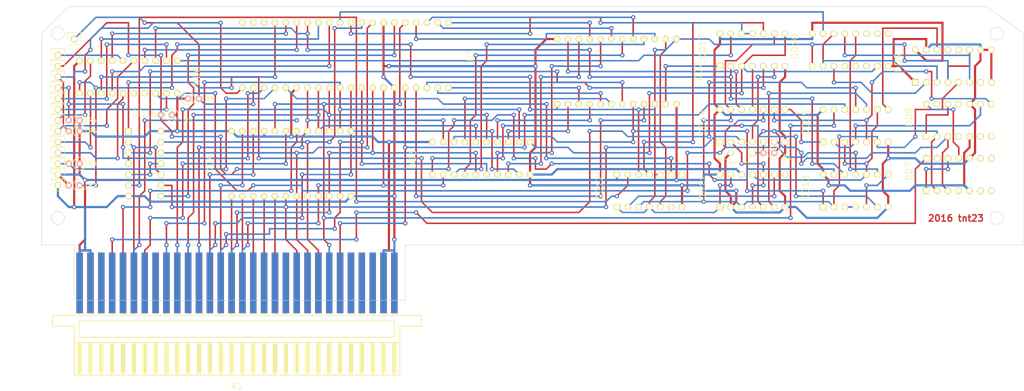
<source format=kicad_pcb>
(kicad_pcb (version 20171130) (host pcbnew "(5.1.12)-1")
  (layers (0 F.Cu signal) (31 B.Cu signal) (34 B.Paste user) (35 F.Paste user) (36 B.SilkS user) (37 F.SilkS user) (38 B.Mask user) (39 F.Mask user) (44 Edge.Cuts user))
  (net 0 "")
  (net 1 "Net-(D1-Pad1)")
  (net 2 "Net-(D1-Pad2)")
  (net 3 "Net-(D1-Pad3)")
  (net 4 "Net-(D1-Pad4)")
  (net 5 "Net-(D1-Pad6)")
  (net 6 "Net-(D1-Pad18)")
  (net 7 "Net-(D1-Pad19)")
  (net 8 "Net-(D1-Pad20)")
  (net 9 "Net-(D1-Pad37)")
  (net 10 "Net-(D1-Pad38)")
  (net 11 "Net-(D1-Pad39)")
  (net 12 "Net-(D1-Pad40)")
  (net 13 GND)
  (net 14 "Net-(DD6-Pad16)")
  (net 15 "Net-(DD6-Pad17)")
  (net 16 /RD)
  (net 17 WPRT)
  (net 18 READY)
  (net 19 TR00)
  (net 20 IP)
  (net 21 /WR)
  (net 22 "Net-(DD10-Pad1)")
  (net 23 "Net-(DD12-Pad5)")
  (net 24 "Net-(DD2-Pad4)")
  (net 25 "Net-(DD2-Pad6)")
  (net 26 "Net-(DD2-Pad8)")
  (net 27 "Net-(DD2-Pad10)")
  (net 28 "Net-(DD2-Pad14)")
  (net 29 "Net-(DD2-Pad16)")
  (net 30 "Net-(DD2-Pad18)")
  (net 31 "Net-(DD17-Pad1)")
  (net 32 "Net-(DD10-Pad7)")
  (net 33 +5V)
  (net 34 "Net-(DD17-Pad13)")
  (net 35 WR_GATE)
  (net 36 DIR)
  (net 37 SIDE)
  (net 38 STEP)
  (net 39 DISC_B)
  (net 40 DISC_A)
  (net 41 WR_DATA)
  (net 42 "Net-(DD10-Pad3)")
  (net 43 "Net-(DD10-Pad14)")
  (net 44 "Net-(DD11-Pad3)")
  (net 45 "Net-(DD10-Pad13)")
  (net 46 "Net-(DD9-Pad7)")
  (net 47 "Net-(DD15-Pad8)")
  (net 48 "Net-(DD7-Pad1)")
  (net 49 "Net-(DD11-Pad5)")
  (net 50 "Net-(DD14-Pad6)")
  (net 51 "Net-(DD7-Pad4)")
  (net 52 "Net-(DD7-Pad6)")
  (net 53 "Net-(DD7-Pad7)")
  (net 54 "Net-(DD7-Pad8)")
  (net 55 "Net-(DD7-Pad9)")
  (net 56 "Net-(DD7-Pad11)")
  (net 57 "Net-(DD7-Pad13)")
  (net 58 "Net-(DD8-Pad1)")
  (net 59 "Net-(DD8-Pad4)")
  (net 60 "Net-(DD8-Pad6)")
  (net 61 "Net-(DD8-Pad7)")
  (net 62 "Net-(DD14-Pad9)")
  (net 63 "Net-(DD15-Pad2)")
  (net 64 "Net-(DD8-Pad11)")
  (net 65 "Net-(DD8-Pad13)")
  (net 66 "Net-(DD10-Pad4)")
  (net 67 "Net-(DD10-Pad5)")
  (net 68 "Net-(DD10-Pad6)")
  (net 69 "Net-(DD10-Pad9)")
  (net 70 "Net-(DD10-Pad10)")
  (net 71 "Net-(DD10-Pad11)")
  (net 72 "Net-(DD10-Pad12)")
  (net 73 "Net-(DD11-Pad10)")
  (net 74 "Net-(DD11-Pad6)")
  (net 75 "Net-(DD11-Pad8)")
  (net 76 "Net-(DD11-Pad9)")
  (net 77 "Net-(DD11-Pad11)")
  (net 78 "Net-(DD12-Pad6)")
  (net 79 "Net-(DD12-Pad8)")
  (net 80 "Net-(DD12-Pad11)")
  (net 81 "Net-(DD12-Pad13)")
  (net 82 "Net-(DD13-Pad3)")
  (net 83 "Net-(DD13-Pad5)")
  (net 84 "Net-(DD13-Pad11)")
  (net 85 RD_DATA)
  (net 86 "Net-(DD14-Pad4)")
  (net 87 "Net-(C1-Pad1)")
  (net 88 "Net-(DD14-Pad8)")
  (net 89 "Net-(DD14-Pad11)")
  (net 90 "Net-(DD15-Pad11)")
  (net 91 /CS3)
  (net 92 "Net-(DD16-Pad3)")
  (net 93 "Net-(DD16-Pad11)")
  (net 94 "Net-(DD9-Pad12)")
  (net 95 "Net-(DD9-Pad13)")
  (net 96 /PC7)
  (net 97 /PC6)
  (net 98 /PB7)
  (net 99 "Net-(DD13-Pad1)")
  (net 100 /WRGATE)
  (net 101 /CS1)
  (net 102 /CS2)
  (net 103 /PC5)
  (net 104 /PC4)
  (net 105 /PC1)
  (net 106 /PC2)
  (net 107 /PC3)
  (net 108 /WRDATA)
  (net 109 /A1)
  (net 110 /A0)
  (net 111 /D7)
  (net 112 /D6)
  (net 113 /D5)
  (net 114 /D4)
  (net 115 /D3)
  (net 116 /D2)
  (net 117 /D1)
  (net 118 /D0)
  (net 119 /17)
  (net 120 /18)
  (net 121 /A7)
  (net 122 /A6)
  (net 123 /A5)
  (net 124 /A4)
  (net 125 /A3)
  (net 126 /A2)
  (net 127 /A10)
  (net 128 /A9)
  (net 129 /A8)
  (net 130 /OSC)
  (net 131 "Net-(X1-PadA28)")
  (net 132 "Net-(X1-PadA27)")
  (net 133 "Net-(X1-PadA26)")
  (net 134 "Net-(X1-PadA24)")
  (net 135 "Net-(X1-PadA23)")
  (net 136 "Net-(X1-PadA14)")
  (net 137 "Net-(X1-PadA13)")
  (net 138 "Net-(X1-PadA12)")
  (net 139 "Net-(X1-PadA11)")
  (net 140 "Net-(X1-PadA10)")
  (net 141 "Net-(X1-PadA9)")
  (net 142 "Net-(X1-PadA8)")
  (net 143 "Net-(X1-PadA6)")
  (net 144 "Net-(X1-PadA5)")
  (net 145 "Net-(X1-PadA4)")
  (net 146 "Net-(X1-PadA3)")
  (net 147 "Net-(X1-PadB11)")
  (net 148 "Net-(X1-PadB23)")
  (net 149 "Net-(X1-PadB19)")
  (net 150 "Net-(X1-PadB22)")
  (net 151 "Net-(X1-PadB20)")
  (net 152 "Net-(X1-PadB7)")
  (net 153 "Net-(X1-PadB28)")
  (net 154 "Net-(X1-PadB4)")
  (net 155 "Net-(X1-PadB3)")
  (net 156 "Net-(X1-PadB5)")
  (net 157 "Net-(X1-PadB21)")
  (module rk86ngmd:DIP20-2.5mm (layer F.Cu) (at 64.75 90.5 270)
    (fp_text reference DD6 (at -4 -12 270) (layer F.SilkS) (effects (font (size 1.5 1.5))))
    (fp_text value К555ИР22)
    (pad 1 thru_hole circle (at -7.5 -7.5 270) (size 1.5 1.5) (drill 0.762) (layers *.Cu *.Mask F.SilkS) (net 34 "Net-(DD17-Pad13)"))
    (pad 2 thru_hole circle (at -7.5 -5 270) (size 1.5 1.5) (drill 0.762) (layers *.Cu *.Mask F.SilkS) (net 35 WR_GATE))
    (pad 3 thru_hole circle (at -7.5 -2.5 270) (size 1.5 1.5) (drill 0.762) (layers *.Cu *.Mask F.SilkS) (net 100 /WRGATE))
    (pad 4 thru_hole circle (at -7.5 0 270) (size 1.5 1.5) (drill 0.762) (layers *.Cu *.Mask F.SilkS) (net 105 /PC1))
    (pad 5 thru_hole circle (at -7.5 2.5 270) (size 1.5 1.5) (drill 0.762) (layers *.Cu *.Mask F.SilkS) (net 36 DIR))
    (pad 6 thru_hole circle (at -7.5 5 270) (size 1.5 1.5) (drill 0.762) (layers *.Cu *.Mask F.SilkS) (net 37 SIDE))
    (pad 7 thru_hole circle (at -7.5 7.5 270) (size 1.5 1.5) (drill 0.762) (layers *.Cu *.Mask F.SilkS) (net 106 /PC2))
    (pad 8 thru_hole circle (at -7.5 10 270) (size 1.5 1.5) (drill 0.762) (layers *.Cu *.Mask F.SilkS) (net 104 /PC4))
    (pad 9 thru_hole circle (at -7.5 12.5 270) (size 1.5 1.5) (drill 0.762) (layers *.Cu *.Mask F.SilkS) (net 38 STEP))
    (pad 10 thru_hole circle (at -7.5 15 270) (size 1.6 1.6) (drill 0.762) (layers *.Cu *.Mask F.SilkS) (net 13 GND))
    (pad 11 thru_hole circle (at 0 15 270) (size 1.5 1.5) (drill 0.762) (layers *.Cu *.Mask F.SilkS) (net 22 "Net-(DD10-Pad1)"))
    (pad 12 thru_hole circle (at 0 12.5 270) (size 1.5 1.5) (drill 0.762) (layers *.Cu *.Mask F.SilkS) (net 39 DISC_B))
    (pad 13 thru_hole circle (at 0 10 270) (size 1.5 1.5) (drill 0.762) (layers *.Cu *.Mask F.SilkS) (net 107 /PC3))
    (pad 14 thru_hole circle (at 0 7.5 270) (size 1.5 1.5) (drill 0.762) (layers *.Cu *.Mask F.SilkS) (net 103 /PC5))
    (pad 15 thru_hole circle (at 0 5 270) (size 1.5 1.5) (drill 0.762) (layers *.Cu *.Mask F.SilkS) (net 40 DISC_A))
    (pad 16 thru_hole circle (at 0 2.5 270) (size 1.5 1.5) (drill 0.762) (layers *.Cu *.Mask F.SilkS) (net 14 "Net-(DD6-Pad16)"))
    (pad 17 thru_hole circle (at 0 0 270) (size 1.5 1.5) (drill 0.762) (layers *.Cu *.Mask F.SilkS) (net 15 "Net-(DD6-Pad17)"))
    (pad 18 thru_hole circle (at 0 -2.5 270) (size 1.5 1.5) (drill 0.762) (layers *.Cu *.Mask F.SilkS) (net 108 /WRDATA))
    (pad 19 thru_hole circle (at 0 -5 270) (size 1.5 1.5) (drill 0.762) (layers *.Cu *.Mask F.SilkS) (net 41 WR_DATA))
    (pad 20 thru_hole circle (at 0 -7.5 270) (size 1.5 1.5) (drill 0.762) (layers *.Cu *.Mask F.SilkS) (net 33 +5V))
  )
  (module DIP16-2.5mm (layer F.Cu) (at 218.5 84.25 90)
    (fp_text reference DD10 (at 4.5 -4 90) (layer F.SilkS) (effects (font (size 1.5 1.5))))
    (fp_text value К555ИД4)
    (pad 1 thru_hole rect (at 0 0 90) (size 1.5 1.5) (drill 0.9) (layers *.Cu *.Mask F.SilkS) (net 22 "Net-(DD10-Pad1)"))
    (pad 2 thru_hole circle (at 0 2.5 90) (size 1.5 1.5) (drill 0.9) (layers *.Cu *.Mask F.SilkS) (net 43 "Net-(DD10-Pad14)"))
    (pad 3 thru_hole circle (at 0 5 90) (size 1.5 1.5) (drill 0.9) (layers *.Cu *.Mask F.SilkS) (net 42 "Net-(DD10-Pad3)"))
    (pad 4 thru_hole circle (at 0 7.5 90) (size 1.5 1.5) (drill 0.9) (layers *.Cu *.Mask F.SilkS) (net 66 "Net-(DD10-Pad4)"))
    (pad 5 thru_hole circle (at 0 10 90) (size 1.5 1.5) (drill 0.9) (layers *.Cu *.Mask F.SilkS) (net 67 "Net-(DD10-Pad5)"))
    (pad 6 thru_hole circle (at 0 12.5 90) (size 1.5 1.5) (drill 0.9) (layers *.Cu *.Mask F.SilkS) (net 68 "Net-(DD10-Pad6)"))
    (pad 7 thru_hole circle (at 0 15 90) (size 1.5 1.5) (drill 1) (layers *.Cu *.Mask F.SilkS) (net 32 "Net-(DD10-Pad7)"))
    (pad 8 thru_hole circle (at 0 17.5 270) (size 1.5 1.5) (drill 0.9) (layers *.Cu *.Mask F.SilkS) (net 13 GND))
    (pad 9 thru_hole circle (at 7.5 17.5 270) (size 1.5 1.5) (drill 0.9) (layers *.Cu *.Mask F.SilkS) (net 69 "Net-(DD10-Pad9)"))
    (pad 10 thru_hole circle (at 7.5 15 270) (size 1.5 1.5) (drill 0.9) (layers *.Cu *.Mask F.SilkS) (net 70 "Net-(DD10-Pad10)"))
    (pad 11 thru_hole circle (at 7.5 12.5 270) (size 1.5 1.5) (drill 0.9) (layers *.Cu *.Mask F.SilkS) (net 71 "Net-(DD10-Pad11)"))
    (pad 12 thru_hole circle (at 7.5 10 270) (size 1.5 1.5) (drill 0.9) (layers *.Cu *.Mask F.SilkS) (net 72 "Net-(DD10-Pad12)"))
    (pad 13 thru_hole circle (at 7.5 7.5 90) (size 1.5 1.5) (drill 0.9) (layers *.Cu *.Mask F.SilkS) (net 45 "Net-(DD10-Pad13)"))
    (pad 14 thru_hole circle (at 7.5 5 90) (size 1.5 1.5) (drill 0.9) (layers *.Cu *.Mask F.SilkS) (net 43 "Net-(DD10-Pad14)"))
    (pad 15 thru_hole circle (at 7.5 2.5 90) (size 1.5 1.5) (drill 0.9) (layers *.Cu *.Mask F.SilkS) (net 97 /PC6))
    (pad 16 thru_hole circle (at 7.5 0 90) (size 1.5 1.5) (drill 0.9) (layers *.Cu *.Mask F.SilkS) (net 33 +5V))
  )
  (module DIP14-2.5mm (layer F.Cu) (at 217.25 69.25 90)
    (fp_text reference DD17 (at -10.5 -24 90) (layer F.SilkS) (effects (font (size 1.5 1.5))))
    (fp_text value К555ЛЕ1)
    (pad 1 thru_hole rect (at -15 -20 90) (size 1.5 1.5) (drill 0.9) (layers *.Cu *.Mask F.SilkS) (net 31 "Net-(DD17-Pad1)"))
    (pad 2 thru_hole circle (at -15 -17.5 90) (size 1.5 1.5) (drill 0.9) (layers *.Cu *.Mask F.SilkS) (net 100 /WRGATE))
    (pad 3 thru_hole circle (at -15 -15 90) (size 1.5 1.5) (drill 0.9) (layers *.Cu *.Mask F.SilkS) (net 32 "Net-(DD10-Pad7)"))
    (pad 4 thru_hole circle (at -15 -12.5 90) (size 1.5 1.5) (drill 0.9) (layers *.Cu *.Mask F.SilkS) (net 89 "Net-(DD14-Pad11)"))
    (pad 5 thru_hole circle (at -15 -10 90) (size 1.5 1.5) (drill 0.9) (layers *.Cu *.Mask F.SilkS) (net 92 "Net-(DD16-Pad3)"))
    (pad 6 thru_hole circle (at -15 -7.5 90) (size 1.5 1.5) (drill 0.9) (layers *.Cu *.Mask F.SilkS) (net 86 "Net-(DD14-Pad4)"))
    (pad 7 thru_hole circle (at -15 -5 90) (size 1.5 1.5) (drill 1) (layers *.Cu *.Mask F.SilkS) (net 13 GND))
    (pad 8 thru_hole circle (at -7.5 -5 270) (size 1.5 1.5) (drill 0.9) (layers *.Cu *.Mask F.SilkS) (net 32 "Net-(DD10-Pad7)"))
    (pad 9 thru_hole circle (at -7.5 -7.5 270) (size 1.5 1.5) (drill 0.9) (layers *.Cu *.Mask F.SilkS) (net 44 "Net-(DD11-Pad3)"))
    (pad 10 thru_hole circle (at -7.5 -10 270) (size 1.5 1.5) (drill 0.9) (layers *.Cu *.Mask F.SilkS) (net 80 "Net-(DD12-Pad11)"))
    (pad 11 thru_hole circle (at -7.5 -12.5 270) (size 1.5 1.5) (drill 0.9) (layers *.Cu *.Mask F.SilkS) (net 96 /PC7))
    (pad 12 thru_hole circle (at -7.5 -15 270) (size 1.5 1.5) (drill 0.9) (layers *.Cu *.Mask F.SilkS) (net 96 /PC7))
    (pad 13 thru_hole circle (at -7.5 -17.5 90) (size 1.5 1.5) (drill 0.9) (layers *.Cu *.Mask F.SilkS) (net 34 "Net-(DD17-Pad13)"))
    (pad 14 thru_hole circle (at -7.5 -20 90) (size 1.5 1.5) (drill 0.9) (layers *.Cu *.Mask F.SilkS) (net 33 +5V))
  )
  (module DIP20-2.5mm (layer F.Cu) (at 138.5 101.75 90)
    (fp_text reference DD3 (at -4 -12 90) (layer F.SilkS) (effects (font (size 1.5 1.5))))
    (fp_text value К555ИР23)
    (pad 1 thru_hole circle (at -7.5 -7.5 90) (size 1.5 1.5) (drill 0.762) (layers *.Cu *.Mask F.SilkS) (net 120 /18))
    (pad 2 thru_hole circle (at -7.5 -5 90) (size 1.5 1.5) (drill 0.762) (layers *.Cu *.Mask F.SilkS) (net 118 /D0))
    (pad 3 thru_hole circle (at -7.5 -2.5 90) (size 1.5 1.5) (drill 0.762) (layers *.Cu *.Mask F.SilkS) (net 24 "Net-(DD2-Pad4)"))
    (pad 4 thru_hole circle (at -7.5 0 90) (size 1.5 1.5) (drill 0.762) (layers *.Cu *.Mask F.SilkS) (net 25 "Net-(DD2-Pad6)"))
    (pad 5 thru_hole circle (at -7.5 2.5 90) (size 1.5 1.5) (drill 0.762) (layers *.Cu *.Mask F.SilkS) (net 117 /D1))
    (pad 6 thru_hole circle (at -7.5 5 90) (size 1.5 1.5) (drill 0.762) (layers *.Cu *.Mask F.SilkS) (net 116 /D2))
    (pad 7 thru_hole circle (at -7.5 7.5 90) (size 1.5 1.5) (drill 0.762) (layers *.Cu *.Mask F.SilkS) (net 26 "Net-(DD2-Pad8)"))
    (pad 8 thru_hole circle (at -7.5 10 90) (size 1.5 1.5) (drill 0.762) (layers *.Cu *.Mask F.SilkS) (net 27 "Net-(DD2-Pad10)"))
    (pad 9 thru_hole circle (at -7.5 12.5 90) (size 1.5 1.5) (drill 0.762) (layers *.Cu *.Mask F.SilkS) (net 115 /D3))
    (pad 10 thru_hole circle (at -7.5 15 90) (size 1.5 1.5) (drill 0.762) (layers *.Cu *.Mask F.SilkS) (net 13 GND))
    (pad 11 thru_hole circle (at 0 15 90) (size 1.5 1.5) (drill 0.762) (layers *.Cu *.Mask F.SilkS) (net 32 "Net-(DD10-Pad7)"))
    (pad 12 thru_hole circle (at 0 12.5 90) (size 1.5 1.5) (drill 0.762) (layers *.Cu *.Mask F.SilkS) (net 114 /D4))
    (pad 13 thru_hole circle (at 0 10 90) (size 1.5 1.5) (drill 0.762) (layers *.Cu *.Mask F.SilkS) (net 28 "Net-(DD2-Pad14)"))
    (pad 14 thru_hole circle (at 0 7.5 90) (size 1.5 1.5) (drill 0.762) (layers *.Cu *.Mask F.SilkS) (net 29 "Net-(DD2-Pad16)"))
    (pad 15 thru_hole circle (at 0 5 90) (size 1.5 1.5) (drill 0.762) (layers *.Cu *.Mask F.SilkS) (net 113 /D5))
    (pad 16 thru_hole circle (at 0 2.5 90) (size 1.5 1.5) (drill 0.762) (layers *.Cu *.Mask F.SilkS) (net 112 /D6))
    (pad 17 thru_hole circle (at 0 0 90) (size 1.5 1.5) (drill 0.762) (layers *.Cu *.Mask F.SilkS) (net 30 "Net-(DD2-Pad18)"))
    (pad 18 thru_hole circle (at 0 -2.5 90) (size 1.5 1.5) (drill 0.762) (layers *.Cu *.Mask F.SilkS) (net 99 "Net-(DD13-Pad1)"))
    (pad 19 thru_hole circle (at 0 -5 90) (size 1.5 1.5) (drill 0.762) (layers *.Cu *.Mask F.SilkS) (net 111 /D7))
    (pad 20 thru_hole circle (at 0 -7.5 90) (size 1.5 1.5) (drill 0.762) (layers *.Cu *.Mask F.SilkS) (net 33 +5V))
  )
  (module DIP24-2.5mm (layer F.Cu) (at 167.25 93 270)
    (fp_text reference DD2 (at -7.5 -25 270) (layer F.SilkS) (effects (font (size 1.5 1.5))))
    (fp_text value К555ИР13)
    (pad 1 thru_hole circle (at -15 -20 270) (size 1.5 1.5) (drill 0.762) (layers *.Cu *.Mask F.SilkS) (net 22 "Net-(DD10-Pad1)"))
    (pad 2 thru_hole circle (at -15 -17.5 270) (size 1.5 1.5) (drill 0.762) (layers *.Cu *.Mask F.SilkS) (net 23 "Net-(DD12-Pad5)"))
    (pad 3 thru_hole circle (at -15 -15 270) (size 1.5 1.5) (drill 0.762) (layers *.Cu *.Mask F.SilkS) (net 4 "Net-(D1-Pad4)"))
    (pad 4 thru_hole circle (at -15 -12.5 270) (size 1.5 1.5) (drill 0.762) (layers *.Cu *.Mask F.SilkS) (net 24 "Net-(DD2-Pad4)"))
    (pad 5 thru_hole circle (at -15 -10 270) (size 1.5 1.5) (drill 0.762) (layers *.Cu *.Mask F.SilkS) (net 3 "Net-(D1-Pad3)"))
    (pad 6 thru_hole circle (at -15 -7.5 270) (size 1.5 1.5) (drill 0.762) (layers *.Cu *.Mask F.SilkS) (net 25 "Net-(DD2-Pad6)"))
    (pad 7 thru_hole circle (at -15 -5 270) (size 1.5 1.5) (drill 0.762) (layers *.Cu *.Mask F.SilkS) (net 2 "Net-(D1-Pad2)"))
    (pad 8 thru_hole circle (at -15 -2.5 270) (size 1.5 1.5) (drill 0.762) (layers *.Cu *.Mask F.SilkS) (net 26 "Net-(DD2-Pad8)"))
    (pad 9 thru_hole circle (at -15 0 270) (size 1.5 1.5) (drill 0.762) (layers *.Cu *.Mask F.SilkS) (net 1 "Net-(D1-Pad1)"))
    (pad 10 thru_hole circle (at -15 2.5 270) (size 1.5 1.5) (drill 0.762) (layers *.Cu *.Mask F.SilkS) (net 27 "Net-(DD2-Pad10)"))
    (pad 11 thru_hole circle (at -15 5 270) (size 1.5 1.5) (drill 0.762) (layers *.Cu *.Mask F.SilkS) (net 119 /17))
    (pad 12 thru_hole circle (at -15 7.5 270) (size 1.5 1.5) (drill 0.762) (layers *.Cu *.Mask F.SilkS) (net 13 GND))
    (pad 13 thru_hole circle (at 0 7.5 270) (size 1.5 1.5) (drill 0.762) (layers *.Cu *.Mask F.SilkS) (net 22 "Net-(DD10-Pad1)"))
    (pad 14 thru_hole circle (at 0 5 270) (size 1.5 1.5) (drill 0.762) (layers *.Cu *.Mask F.SilkS) (net 28 "Net-(DD2-Pad14)"))
    (pad 15 thru_hole circle (at 0 2.5 270) (size 1.5 1.5) (drill 0.762) (layers *.Cu *.Mask F.SilkS) (net 12 "Net-(D1-Pad40)"))
    (pad 16 thru_hole circle (at 0 0 270) (size 1.5 1.5) (drill 0.762) (layers *.Cu *.Mask F.SilkS) (net 29 "Net-(DD2-Pad16)"))
    (pad 17 thru_hole circle (at 0 -2.5 270) (size 1.5 1.5) (drill 0.762) (layers *.Cu *.Mask F.SilkS) (net 11 "Net-(D1-Pad39)"))
    (pad 18 thru_hole circle (at 0 -5 270) (size 1.5 1.5) (drill 0.762) (layers *.Cu *.Mask F.SilkS) (net 30 "Net-(DD2-Pad18)"))
    (pad 19 thru_hole circle (at 0 -7.5 270) (size 1.5 1.5) (drill 0.762) (layers *.Cu *.Mask F.SilkS) (net 10 "Net-(D1-Pad38)"))
    (pad 20 thru_hole circle (at 0 -10 270) (size 1.5 1.5) (drill 0.762) (layers *.Cu *.Mask F.SilkS) (net 99 "Net-(DD13-Pad1)"))
    (pad 21 thru_hole circle (at 0 -12.5 270) (size 1.5 1.5) (drill 0.762) (layers *.Cu *.Mask F.SilkS) (net 9 "Net-(D1-Pad37)"))
    (pad 22 thru_hole circle (at 0 -15 270) (size 1.5 1.5) (drill 0.762) (layers *.Cu *.Mask F.SilkS) (net 22 "Net-(DD10-Pad1)"))
    (pad 23 thru_hole circle (at 0 -17.5 270) (size 1.5 1.5) (drill 0.762) (layers *.Cu *.Mask F.SilkS) (net 31 "Net-(DD17-Pad1)"))
    (pad 24 thru_hole circle (at 0 -20 270) (size 1.5 1.5) (drill 0.762) (layers *.Cu *.Mask F.SilkS) (net 33 +5V))
  )
  (module Resistor_Vertical_RM2_5mm (layer F.Cu) (at 47.25 99.25 180)
    (fp_text reference R6 (at -5.5 0 180) (layer F.SilkS))
    (fp_text value 1K)
    (pad 1 thru_hole circle (at -2.49936 0 180) (size 1.5 1.5) (drill 0.8) (layers *.Cu *.SilkS *.Mask) (net 33 +5V))
    (pad 2 thru_hole circle (at 0 0 180) (size 1.5 1.5) (drill 0.8) (layers *.Cu *.SilkS *.Mask) (net 17 WPRT))
  )
  (module Capacitors_ThroughHole:C_Disc_D6_P5 (layer F.Cu) (at 204.75 104.25 180)
    (fp_text reference C1 (at 7 -1 180) (layer F.SilkS))
    (fp_text value 100)
    (pad 1 thru_hole rect (at 0 0 180) (size 1.4 1.4) (drill 0.9) (layers *.Cu *.Mask F.SilkS) (net 87 "Net-(C1-Pad1)"))
    (pad 2 thru_hole circle (at 5 0 180) (size 1.4 1.4) (drill 0.9) (layers *.Cu *.Mask F.SilkS) (net 13 GND))
  )
  (module Pin_Headers:Pin_Header_Straight_1x01 (layer F.Cu) (at 44.75 109.25)
    (fp_text reference P2 hide)
    (fp_text value +5V)
    (pad 1 thru_hole circle (at 0 0) (size 1.5 1.5) (drill 0.9) (layers *.Cu *.Mask F.SilkS) (net 33 +5V))
  )
  (module Pin_Headers:Pin_Header_Straight_1x01 (layer F.Cu) (at 44.75 104.25)
    (fp_text reference P4 hide)
    (fp_text value DISC_A)
    (pad 1 thru_hole circle (at 0 0) (size 1.5 1.5) (drill 0.9) (layers *.Cu *.Mask F.SilkS) (net 40 DISC_A))
  )
  (module Pin_Headers:Pin_Header_Straight_1x01 (layer F.Cu) (at 44.75 96.75)
    (fp_text reference P7 hide)
    (fp_text value STEP)
    (pad 1 thru_hole circle (at 0 0) (size 1.5 1.5) (drill 0.9) (layers *.Cu *.Mask F.SilkS) (net 38 STEP))
  )
  (module Pin_Headers:Pin_Header_Straight_1x01 (layer F.Cu) (at 44.75 89.25)
    (fp_text reference P10 hide)
    (fp_text value TR00)
    (pad 1 thru_hole circle (at 0 0) (size 1.5 1.5) (drill 0.9) (layers *.Cu *.Mask F.SilkS) (net 19 TR00))
  )
  (module Pin_Headers:Pin_Header_Straight_1x01 (layer F.Cu) (at 44.75 84.25)
    (fp_text reference P12 hide)
    (fp_text value RD_DATA)
    (pad 1 thru_hole circle (at 0 0) (size 1.5 1.5) (drill 0.9) (layers *.Cu *.Mask F.SilkS) (net 85 RD_DATA))
  )
  (module Pin_Headers:Pin_Header_Straight_1x01 (layer F.Cu) (at 44.75 81.75)
    (fp_text reference P13 hide)
    (fp_text value SIDE)
    (pad 1 thru_hole circle (at 0 0) (size 1.5 1.5) (drill 0.9) (layers *.Cu *.Mask F.SilkS) (net 37 SIDE))
  )
  (module Pin_Headers:Pin_Header_Straight_1x01 (layer F.Cu) (at 44.75 111.75)
    (fp_text reference P1 hide)
    (fp_text value GND)
    (pad 1 thru_hole circle (at 0 0) (size 1.5 1.5) (drill 0.9) (layers *.Cu *.Mask F.SilkS) (net 13 GND))
  )
  (module Pin_Headers:Pin_Header_Straight_1x01 (layer F.Cu) (at 44.75 106.75)
    (fp_text reference P3 hide)
    (fp_text value IP)
    (pad 1 thru_hole circle (at 0 0) (size 1.5 1.5) (drill 0.9) (layers *.Cu *.Mask F.SilkS) (net 20 IP))
  )
  (module Pin_Headers:Pin_Header_Straight_1x01 (layer F.Cu) (at 44.75 101.75)
    (fp_text reference P5 hide)
    (fp_text value DISC_B)
    (pad 1 thru_hole circle (at 0 0) (size 1.5 1.5) (drill 0.9) (layers *.Cu *.Mask F.SilkS) (net 39 DISC_B))
  )
  (module Pin_Headers:Pin_Header_Straight_1x01 (layer F.Cu) (at 44.75 99.25)
    (fp_text reference P6 hide)
    (fp_text value DIR)
    (pad 1 thru_hole circle (at 0 0) (size 1.5 1.5) (drill 0.9) (layers *.Cu *.Mask F.SilkS) (net 36 DIR))
  )
  (module Pin_Headers:Pin_Header_Straight_1x01 (layer F.Cu) (at 44.75 94.25)
    (fp_text reference P8 hide)
    (fp_text value WR_DATA)
    (pad 1 thru_hole circle (at 0 0) (size 1.5 1.5) (drill 0.9) (layers *.Cu *.Mask F.SilkS) (net 41 WR_DATA))
  )
  (module Pin_Headers:Pin_Header_Straight_1x01 (layer F.Cu) (at 44.75 91.75)
    (fp_text reference P9 hide)
    (fp_text value WR_GATE)
    (pad 1 thru_hole circle (at 0 0) (size 1.5 1.5) (drill 0.9) (layers *.Cu *.Mask F.SilkS) (net 35 WR_GATE))
  )
  (module Pin_Headers:Pin_Header_Straight_1x01 (layer F.Cu) (at 44.75 86.75)
    (fp_text reference P11 hide)
    (fp_text value WPRT)
    (pad 1 thru_hole circle (at 0 0) (size 1.5 1.5) (drill 0.9) (layers *.Cu *.Mask F.SilkS) (net 17 WPRT))
  )
  (module rk86ngmd:Resistor_Vertical_RM2_5mm (layer F.Cu) (at 47.25 106.75 180)
    (fp_text reference R3 (at -5.5 0 180) (layer F.SilkS))
    (fp_text value 1K)
    (pad 1 thru_hole circle (at -2.49936 0 180) (size 1.5 1.5) (drill 0.8) (layers *.Cu *.SilkS *.Mask) (net 33 +5V))
    (pad 2 thru_hole circle (at 0 0 180) (size 1.5 1.5) (drill 0.8) (layers *.Cu *.SilkS *.Mask) (net 20 IP))
  )
  (module rk86ngmd:Resistor_Vertical_RM2_5mm (layer F.Cu) (at 47.25064 111.75 180)
    (fp_text reference R2 (at -5.49936 0 180) (layer F.SilkS))
    (fp_text value 1K)
    (pad 1 thru_hole circle (at -2.49936 0 180) (size 1.5 1.5) (drill 0.8) (layers *.Cu *.SilkS *.Mask) (net 22 "Net-(DD10-Pad1)"))
    (pad 2 thru_hole circle (at 0 0 180) (size 1.5 1.5) (drill 0.8) (layers *.Cu *.SilkS *.Mask) (net 33 +5V))
  )
  (module rk86ngmd:Resistor_Vertical_RM2_5mm (layer F.Cu) (at 77.25 91.75)
    (fp_text reference R5 (at 2.5 0) (layer F.SilkS))
    (fp_text value 1K)
    (pad 1 thru_hole circle (at -2.49936 0) (size 1.5 1.5) (drill 0.8) (layers *.Cu *.SilkS *.Mask) (net 33 +5V))
    (pad 2 thru_hole circle (at 0 0) (size 1.5 1.5) (drill 0.8) (layers *.Cu *.SilkS *.Mask) (net 18 READY))
  )
  (module rk86ngmd:Resistor_Vertical_RM2_5mm (layer F.Cu) (at 47.25064 96.75 180)
    (fp_text reference R4 (at -5.49936 0 180) (layer F.SilkS))
    (fp_text value 1K)
    (pad 1 thru_hole circle (at -2.49936 0 180) (size 1.5 1.5) (drill 0.8) (layers *.Cu *.SilkS *.Mask) (net 33 +5V))
    (pad 2 thru_hole circle (at 0 0 180) (size 1.5 1.5) (drill 0.8) (layers *.Cu *.SilkS *.Mask) (net 19 TR00))
  )
  (module rk86ngmd:Resistor_Vertical_RM2_5mm (layer F.Cu) (at 68.5 95.5 180)
    (fp_text reference R7 (at -6.25 -1.25 180) (layer F.SilkS))
    (fp_text value 1K)
    (pad 1 thru_hole circle (at -2.49936 0 180) (size 1.5 1.5) (drill 0.8) (layers *.Cu *.SilkS *.Mask) (net 33 +5V))
    (pad 2 thru_hole circle (at 0 0 180) (size 1.5 1.5) (drill 0.8) (layers *.Cu *.SilkS *.Mask) (net 85 RD_DATA))
  )
  (module rk86ngmd:DIP14-2.5mm (layer F.Cu) (at 217.25 86.75 90)
    (fp_text reference DD14 (at -10.5 -24 90) (layer F.SilkS) (effects (font (size 1.5 1.5))))
    (fp_text value К555ЛН1)
    (pad 1 thru_hole rect (at -15 -20 90) (size 1.5 1.5) (drill 0.9) (layers *.Cu *.Mask F.SilkS) (net 84 "Net-(DD13-Pad11)"))
    (pad 2 thru_hole circle (at -15 -17.5 90) (size 1.5 1.5) (drill 0.9) (layers *.Cu *.Mask F.SilkS) (net 73 "Net-(DD11-Pad10)"))
    (pad 3 thru_hole circle (at -15 -15 90) (size 1.5 1.5) (drill 0.9) (layers *.Cu *.Mask F.SilkS) (net 126 /A2))
    (pad 4 thru_hole circle (at -15 -12.5 90) (size 1.5 1.5) (drill 0.9) (layers *.Cu *.Mask F.SilkS) (net 86 "Net-(DD14-Pad4)"))
    (pad 5 thru_hole circle (at -15 -10 90) (size 1.5 1.5) (drill 0.9) (layers *.Cu *.Mask F.SilkS) (net 87 "Net-(C1-Pad1)"))
    (pad 6 thru_hole circle (at -15 -7.5 90) (size 1.5 1.5) (drill 0.9) (layers *.Cu *.Mask F.SilkS) (net 50 "Net-(DD14-Pad6)"))
    (pad 7 thru_hole circle (at -15 -5 90) (size 1.5 1.5) (drill 1) (layers *.Cu *.Mask F.SilkS) (net 13 GND))
    (pad 8 thru_hole circle (at -7.5 -5 270) (size 1.5 1.5) (drill 0.9) (layers *.Cu *.Mask F.SilkS) (net 88 "Net-(DD14-Pad8)"))
    (pad 9 thru_hole circle (at -7.5 -7.5 270) (size 1.5 1.5) (drill 0.9) (layers *.Cu *.Mask F.SilkS) (net 62 "Net-(DD14-Pad9)"))
    (pad 10 thru_hole circle (at -7.5 -10 270) (size 1.5 1.5) (drill 0.9) (layers *.Cu *.Mask F.SilkS) (net 120 /18))
    (pad 11 thru_hole circle (at -7.5 -12.5 270) (size 1.5 1.5) (drill 0.9) (layers *.Cu *.Mask F.SilkS) (net 89 "Net-(DD14-Pad11)"))
    (pad 12 thru_hole circle (at -7.5 -15 270) (size 1.5 1.5) (drill 0.9) (layers *.Cu *.Mask F.SilkS) (net 119 /17))
    (pad 13 thru_hole circle (at -7.5 -17.5 90) (size 1.5 1.5) (drill 0.9) (layers *.Cu *.Mask F.SilkS) (net 44 "Net-(DD11-Pad3)"))
    (pad 14 thru_hole circle (at -7.5 -20 90) (size 1.5 1.5) (drill 0.9) (layers *.Cu *.Mask F.SilkS) (net 33 +5V))
  )
  (module rk86ngmd:DIP14-2.5mm (layer F.Cu) (at 193.5 101.75 90)
    (fp_text reference DD12 (at -10.5 -24 90) (layer F.SilkS) (effects (font (size 1.5 1.5))))
    (fp_text value К555ТМ2)
    (pad 1 thru_hole rect (at -15 -20 90) (size 1.5 1.5) (drill 0.9) (layers *.Cu *.Mask F.SilkS) (net 22 "Net-(DD10-Pad1)"))
    (pad 2 thru_hole circle (at -15 -17.5 90) (size 1.5 1.5) (drill 0.9) (layers *.Cu *.Mask F.SilkS) (net 76 "Net-(DD11-Pad9)"))
    (pad 3 thru_hole circle (at -15 -15 90) (size 1.5 1.5) (drill 0.9) (layers *.Cu *.Mask F.SilkS) (net 44 "Net-(DD11-Pad3)"))
    (pad 4 thru_hole circle (at -15 -12.5 90) (size 1.5 1.5) (drill 0.9) (layers *.Cu *.Mask F.SilkS) (net 22 "Net-(DD10-Pad1)"))
    (pad 5 thru_hole circle (at -15 -10 90) (size 1.5 1.5) (drill 0.9) (layers *.Cu *.Mask F.SilkS) (net 23 "Net-(DD12-Pad5)"))
    (pad 6 thru_hole circle (at -15 -7.5 90) (size 1.5 1.5) (drill 0.9) (layers *.Cu *.Mask F.SilkS) (net 78 "Net-(DD12-Pad6)"))
    (pad 7 thru_hole circle (at -15 -5 90) (size 1.5 1.5) (drill 1) (layers *.Cu *.Mask F.SilkS) (net 13 GND))
    (pad 8 thru_hole circle (at -7.5 -5 270) (size 1.5 1.5) (drill 0.9) (layers *.Cu *.Mask F.SilkS) (net 79 "Net-(DD12-Pad8)"))
    (pad 9 thru_hole circle (at -7.5 -7.5 270) (size 1.5 1.5) (drill 0.9) (layers *.Cu *.Mask F.SilkS) (net 98 /PB7))
    (pad 10 thru_hole circle (at -7.5 -10 270) (size 1.5 1.5) (drill 0.9) (layers *.Cu *.Mask F.SilkS) (net 22 "Net-(DD10-Pad1)"))
    (pad 11 thru_hole circle (at -7.5 -12.5 270) (size 1.5 1.5) (drill 0.9) (layers *.Cu *.Mask F.SilkS) (net 80 "Net-(DD12-Pad11)"))
    (pad 12 thru_hole circle (at -7.5 -15 270) (size 1.5 1.5) (drill 0.9) (layers *.Cu *.Mask F.SilkS) (net 22 "Net-(DD10-Pad1)"))
    (pad 13 thru_hole circle (at -7.5 -17.5 90) (size 1.5 1.5) (drill 0.9) (layers *.Cu *.Mask F.SilkS) (net 81 "Net-(DD12-Pad13)"))
    (pad 14 thru_hole circle (at -7.5 -20 90) (size 1.5 1.5) (drill 0.9) (layers *.Cu *.Mask F.SilkS) (net 33 +5V))
  )
  (module rk86ngmd:DIP14-2.5mm (layer F.Cu) (at 217.25 101.75 90)
    (fp_text reference DD11 (at -10.5 -24 90) (layer F.SilkS) (effects (font (size 1.5 1.5))))
    (fp_text value К555ТМ2)
    (pad 1 thru_hole rect (at -15 -20 90) (size 1.5 1.5) (drill 0.9) (layers *.Cu *.Mask F.SilkS) (net 22 "Net-(DD10-Pad1)"))
    (pad 2 thru_hole circle (at -15 -17.5 90) (size 1.5 1.5) (drill 0.9) (layers *.Cu *.Mask F.SilkS) (net 13 GND))
    (pad 3 thru_hole circle (at -15 -15 90) (size 1.5 1.5) (drill 0.9) (layers *.Cu *.Mask F.SilkS) (net 44 "Net-(DD11-Pad3)"))
    (pad 4 thru_hole circle (at -15 -12.5 90) (size 1.5 1.5) (drill 0.9) (layers *.Cu *.Mask F.SilkS) (net 73 "Net-(DD11-Pad10)"))
    (pad 5 thru_hole circle (at -15 -10 90) (size 1.5 1.5) (drill 0.9) (layers *.Cu *.Mask F.SilkS) (net 49 "Net-(DD11-Pad5)"))
    (pad 6 thru_hole circle (at -15 -7.5 90) (size 1.5 1.5) (drill 0.9) (layers *.Cu *.Mask F.SilkS) (net 74 "Net-(DD11-Pad6)"))
    (pad 7 thru_hole circle (at -15 -5 90) (size 1.5 1.5) (drill 1) (layers *.Cu *.Mask F.SilkS) (net 13 GND))
    (pad 8 thru_hole circle (at -7.5 -5 270) (size 1.5 1.5) (drill 0.9) (layers *.Cu *.Mask F.SilkS) (net 75 "Net-(DD11-Pad8)"))
    (pad 9 thru_hole circle (at -7.5 -7.5 270) (size 1.5 1.5) (drill 0.9) (layers *.Cu *.Mask F.SilkS) (net 76 "Net-(DD11-Pad9)"))
    (pad 10 thru_hole circle (at -7.5 -10 270) (size 1.5 1.5) (drill 0.9) (layers *.Cu *.Mask F.SilkS) (net 73 "Net-(DD11-Pad10)"))
    (pad 11 thru_hole circle (at -7.5 -12.5 270) (size 1.5 1.5) (drill 0.9) (layers *.Cu *.Mask F.SilkS) (net 77 "Net-(DD11-Pad11)"))
    (pad 12 thru_hole circle (at -7.5 -15 270) (size 1.5 1.5) (drill 0.9) (layers *.Cu *.Mask F.SilkS) (net 13 GND))
    (pad 13 thru_hole circle (at -7.5 -17.5 90) (size 1.5 1.5) (drill 0.9) (layers *.Cu *.Mask F.SilkS) (net 22 "Net-(DD10-Pad1)"))
    (pad 14 thru_hole circle (at -7.5 -20 90) (size 1.5 1.5) (drill 0.9) (layers *.Cu *.Mask F.SilkS) (net 33 +5V))
  )
  (module rk86ngmd:DIP16-2.5mm (layer F.Cu) (at 242.25 88 90)
    (fp_text reference DD9 (at 4.5 -4 90) (layer F.SilkS) (effects (font (size 1.5 1.5))))
    (fp_text value К555ИЕ7)
    (pad 1 thru_hole rect (at 0 0 90) (size 1.5 1.5) (drill 0.9) (layers *.Cu *.Mask F.SilkS) (net 13 GND))
    (pad 2 thru_hole circle (at 0 2.5 90) (size 1.5 1.5) (drill 0.9) (layers *.Cu *.Mask F.SilkS) (net 42 "Net-(DD10-Pad3)"))
    (pad 3 thru_hole circle (at 0 5 90) (size 1.5 1.5) (drill 0.9) (layers *.Cu *.Mask F.SilkS) (net 43 "Net-(DD10-Pad14)"))
    (pad 4 thru_hole circle (at 0 7.5 90) (size 1.5 1.5) (drill 0.9) (layers *.Cu *.Mask F.SilkS) (net 22 "Net-(DD10-Pad1)"))
    (pad 5 thru_hole circle (at 0 10 90) (size 1.5 1.5) (drill 0.9) (layers *.Cu *.Mask F.SilkS) (net 44 "Net-(DD11-Pad3)"))
    (pad 6 thru_hole circle (at 0 12.5 90) (size 1.5 1.5) (drill 0.9) (layers *.Cu *.Mask F.SilkS) (net 45 "Net-(DD10-Pad13)"))
    (pad 7 thru_hole circle (at 0 15 90) (size 1.5 1.5) (drill 1) (layers *.Cu *.Mask F.SilkS) (net 46 "Net-(DD9-Pad7)"))
    (pad 8 thru_hole circle (at 0 17.5 270) (size 1.5 1.5) (drill 0.9) (layers *.Cu *.Mask F.SilkS) (net 13 GND))
    (pad 9 thru_hole circle (at 7.5 17.5 270) (size 1.5 1.5) (drill 0.9) (layers *.Cu *.Mask F.SilkS) (net 13 GND))
    (pad 10 thru_hole circle (at 7.5 15 270) (size 1.5 1.5) (drill 0.9) (layers *.Cu *.Mask F.SilkS) (net 13 GND))
    (pad 11 thru_hole circle (at 7.5 12.5 270) (size 1.5 1.5) (drill 0.9) (layers *.Cu *.Mask F.SilkS) (net 22 "Net-(DD10-Pad1)"))
    (pad 12 thru_hole circle (at 7.5 10 270) (size 1.5 1.5) (drill 0.9) (layers *.Cu *.Mask F.SilkS) (net 94 "Net-(DD9-Pad12)"))
    (pad 13 thru_hole circle (at 7.5 7.5 90) (size 1.5 1.5) (drill 0.9) (layers *.Cu *.Mask F.SilkS) (net 95 "Net-(DD9-Pad13)"))
    (pad 14 thru_hole circle (at 7.5 5 90) (size 1.5 1.5) (drill 0.9) (layers *.Cu *.Mask F.SilkS) (net 47 "Net-(DD15-Pad8)"))
    (pad 15 thru_hole circle (at 7.5 2.5 90) (size 1.5 1.5) (drill 0.9) (layers *.Cu *.Mask F.SilkS) (net 13 GND))
    (pad 16 thru_hole circle (at 7.5 0 90) (size 1.5 1.5) (drill 0.9) (layers *.Cu *.Mask F.SilkS) (net 33 +5V))
  )
  (module rk86ngmd:DIP14-2.5mm (layer F.Cu) (at 264.75 85.5 90)
    (fp_text reference DD8 (at -10.5 -24 90) (layer F.SilkS) (effects (font (size 1.5 1.5))))
    (fp_text value К555ИЕ5)
    (pad 1 thru_hole rect (at -15 -20 90) (size 1.5 1.5) (drill 0.9) (layers *.Cu *.Mask F.SilkS) (net 58 "Net-(DD8-Pad1)"))
    (pad 2 thru_hole circle (at -15 -17.5 90) (size 1.5 1.5) (drill 0.9) (layers *.Cu *.Mask F.SilkS) (net 49 "Net-(DD11-Pad5)"))
    (pad 3 thru_hole circle (at -15 -15 90) (size 1.5 1.5) (drill 0.9) (layers *.Cu *.Mask F.SilkS) (net 50 "Net-(DD14-Pad6)"))
    (pad 4 thru_hole circle (at -15 -12.5 90) (size 1.5 1.5) (drill 0.9) (layers *.Cu *.Mask F.SilkS) (net 59 "Net-(DD8-Pad4)"))
    (pad 5 thru_hole circle (at -15 -10 90) (size 1.5 1.5) (drill 0.9) (layers *.Cu *.Mask F.SilkS) (net 33 +5V))
    (pad 6 thru_hole circle (at -15 -7.5 90) (size 1.5 1.5) (drill 0.9) (layers *.Cu *.Mask F.SilkS) (net 60 "Net-(DD8-Pad6)"))
    (pad 7 thru_hole circle (at -15 -5 90) (size 1.5 1.5) (drill 1) (layers *.Cu *.Mask F.SilkS) (net 61 "Net-(DD8-Pad7)"))
    (pad 8 thru_hole circle (at -7.5 -5 270) (size 1.5 1.5) (drill 0.9) (layers *.Cu *.Mask F.SilkS) (net 62 "Net-(DD14-Pad9)"))
    (pad 9 thru_hole circle (at -7.5 -7.5 270) (size 1.5 1.5) (drill 0.9) (layers *.Cu *.Mask F.SilkS) (net 63 "Net-(DD15-Pad2)"))
    (pad 10 thru_hole circle (at -7.5 -10 270) (size 1.5 1.5) (drill 0.9) (layers *.Cu *.Mask F.SilkS) (net 13 GND))
    (pad 11 thru_hole circle (at -7.5 -12.5 270) (size 1.5 1.5) (drill 0.9) (layers *.Cu *.Mask F.SilkS) (net 64 "Net-(DD8-Pad11)"))
    (pad 12 thru_hole circle (at -7.5 -15 270) (size 1.5 1.5) (drill 0.9) (layers *.Cu *.Mask F.SilkS) (net 58 "Net-(DD8-Pad1)"))
    (pad 13 thru_hole circle (at -7.5 -17.5 90) (size 1.5 1.5) (drill 0.9) (layers *.Cu *.Mask F.SilkS) (net 65 "Net-(DD8-Pad13)"))
    (pad 14 thru_hole circle (at -7.5 -20 90) (size 1.5 1.5) (drill 0.9) (layers *.Cu *.Mask F.SilkS) (net 56 "Net-(DD7-Pad11)"))
  )
  (module rk86ngmd:DIP14-2.5mm (layer F.Cu) (at 264.75 98 90)
    (fp_text reference DD7 (at -10.5 -24 90) (layer F.SilkS) (effects (font (size 1.5 1.5))))
    (fp_text value К555ИЕ5)
    (pad 1 thru_hole rect (at -15 -20 90) (size 1.5 1.5) (drill 0.9) (layers *.Cu *.Mask F.SilkS) (net 48 "Net-(DD7-Pad1)"))
    (pad 2 thru_hole circle (at -15 -17.5 90) (size 1.5 1.5) (drill 0.9) (layers *.Cu *.Mask F.SilkS) (net 49 "Net-(DD11-Pad5)"))
    (pad 3 thru_hole circle (at -15 -15 90) (size 1.5 1.5) (drill 0.9) (layers *.Cu *.Mask F.SilkS) (net 50 "Net-(DD14-Pad6)"))
    (pad 4 thru_hole circle (at -15 -12.5 90) (size 1.5 1.5) (drill 0.9) (layers *.Cu *.Mask F.SilkS) (net 51 "Net-(DD7-Pad4)"))
    (pad 5 thru_hole circle (at -15 -10 90) (size 1.5 1.5) (drill 0.9) (layers *.Cu *.Mask F.SilkS) (net 33 +5V))
    (pad 6 thru_hole circle (at -15 -7.5 90) (size 1.5 1.5) (drill 0.9) (layers *.Cu *.Mask F.SilkS) (net 52 "Net-(DD7-Pad6)"))
    (pad 7 thru_hole circle (at -15 -5 90) (size 1.5 1.5) (drill 1) (layers *.Cu *.Mask F.SilkS) (net 53 "Net-(DD7-Pad7)"))
    (pad 8 thru_hole circle (at -7.5 -5 270) (size 1.5 1.5) (drill 0.9) (layers *.Cu *.Mask F.SilkS) (net 54 "Net-(DD7-Pad8)"))
    (pad 9 thru_hole circle (at -7.5 -7.5 270) (size 1.5 1.5) (drill 0.9) (layers *.Cu *.Mask F.SilkS) (net 55 "Net-(DD7-Pad9)"))
    (pad 10 thru_hole circle (at -7.5 -10 270) (size 1.5 1.5) (drill 0.9) (layers *.Cu *.Mask F.SilkS) (net 13 GND))
    (pad 11 thru_hole circle (at -7.5 -12.5 270) (size 1.5 1.5) (drill 0.9) (layers *.Cu *.Mask F.SilkS) (net 56 "Net-(DD7-Pad11)"))
    (pad 12 thru_hole circle (at -7.5 -15 270) (size 1.5 1.5) (drill 0.9) (layers *.Cu *.Mask F.SilkS) (net 48 "Net-(DD7-Pad1)"))
    (pad 13 thru_hole circle (at -7.5 -17.5 90) (size 1.5 1.5) (drill 0.9) (layers *.Cu *.Mask F.SilkS) (net 57 "Net-(DD7-Pad13)"))
    (pad 14 thru_hole circle (at -7.5 -20 90) (size 1.5 1.5) (drill 0.9) (layers *.Cu *.Mask F.SilkS) (net 130 /OSC))
  )
  (module rk86ngmd:DIP14-2.5mm (layer F.Cu) (at 241 101.75 90)
    (fp_text reference DD13 (at -10.5 -24 90) (layer F.SilkS) (effects (font (size 1.5 1.5))))
    (fp_text value К555ЛА3)
    (pad 1 thru_hole rect (at -15 -20 90) (size 1.5 1.5) (drill 0.9) (layers *.Cu *.Mask F.SilkS) (net 99 "Net-(DD13-Pad1)"))
    (pad 2 thru_hole circle (at -15 -17.5 90) (size 1.5 1.5) (drill 0.9) (layers *.Cu *.Mask F.SilkS) (net 44 "Net-(DD11-Pad3)"))
    (pad 3 thru_hole circle (at -15 -15 90) (size 1.5 1.5) (drill 0.9) (layers *.Cu *.Mask F.SilkS) (net 82 "Net-(DD13-Pad3)"))
    (pad 4 thru_hole circle (at -15 -12.5 90) (size 1.5 1.5) (drill 0.9) (layers *.Cu *.Mask F.SilkS) (net 82 "Net-(DD13-Pad3)"))
    (pad 5 thru_hole circle (at -15 -10 90) (size 1.5 1.5) (drill 0.9) (layers *.Cu *.Mask F.SilkS) (net 83 "Net-(DD13-Pad5)"))
    (pad 6 thru_hole circle (at -15 -7.5 90) (size 1.5 1.5) (drill 0.9) (layers *.Cu *.Mask F.SilkS) (net 108 /WRDATA))
    (pad 7 thru_hole circle (at -15 -5 90) (size 1.5 1.5) (drill 1) (layers *.Cu *.Mask F.SilkS) (net 13 GND))
    (pad 8 thru_hole circle (at -7.5 -5 270) (size 1.5 1.5) (drill 0.9) (layers *.Cu *.Mask F.SilkS) (net 83 "Net-(DD13-Pad5)"))
    (pad 9 thru_hole circle (at -7.5 -7.5 270) (size 1.5 1.5) (drill 0.9) (layers *.Cu *.Mask F.SilkS) (net 72 "Net-(DD10-Pad12)"))
    (pad 10 thru_hole circle (at -7.5 -10 270) (size 1.5 1.5) (drill 0.9) (layers *.Cu *.Mask F.SilkS) (net 77 "Net-(DD11-Pad11)"))
    (pad 11 thru_hole circle (at -7.5 -12.5 270) (size 1.5 1.5) (drill 0.9) (layers *.Cu *.Mask F.SilkS) (net 84 "Net-(DD13-Pad11)"))
    (pad 12 thru_hole circle (at -7.5 -15 270) (size 1.5 1.5) (drill 0.9) (layers *.Cu *.Mask F.SilkS) (net 100 /WRGATE))
    (pad 13 thru_hole circle (at -7.5 -17.5 90) (size 1.5 1.5) (drill 0.9) (layers *.Cu *.Mask F.SilkS) (net 85 RD_DATA))
    (pad 14 thru_hole circle (at -7.5 -20 90) (size 1.5 1.5) (drill 0.9) (layers *.Cu *.Mask F.SilkS) (net 33 +5V))
  )
  (module rk86ngmd:DIP14-2.5mm (layer F.Cu) (at 241 86.75 90)
    (fp_text reference DD15 (at -10.5 -24 90) (layer F.SilkS) (effects (font (size 1.5 1.5))))
    (fp_text value К555ЛИ1)
    (pad 1 thru_hole rect (at -15 -20 90) (size 1.5 1.5) (drill 0.9) (layers *.Cu *.Mask F.SilkS) (net 88 "Net-(DD14-Pad8)"))
    (pad 2 thru_hole circle (at -15 -17.5 90) (size 1.5 1.5) (drill 0.9) (layers *.Cu *.Mask F.SilkS) (net 63 "Net-(DD15-Pad2)"))
    (pad 3 thru_hole circle (at -15 -15 90) (size 1.5 1.5) (drill 0.9) (layers *.Cu *.Mask F.SilkS) (net 77 "Net-(DD11-Pad11)"))
    (pad 4 thru_hole circle (at -15 -12.5 90) (size 1.5 1.5) (drill 0.9) (layers *.Cu *.Mask F.SilkS) (net 63 "Net-(DD15-Pad2)"))
    (pad 5 thru_hole circle (at -15 -10 90) (size 1.5 1.5) (drill 0.9) (layers *.Cu *.Mask F.SilkS) (net 62 "Net-(DD14-Pad9)"))
    (pad 6 thru_hole circle (at -15 -7.5 90) (size 1.5 1.5) (drill 0.9) (layers *.Cu *.Mask F.SilkS) (net 44 "Net-(DD11-Pad3)"))
    (pad 7 thru_hole circle (at -15 -5 90) (size 1.5 1.5) (drill 1) (layers *.Cu *.Mask F.SilkS) (net 13 GND))
    (pad 8 thru_hole circle (at -7.5 -5 270) (size 1.5 1.5) (drill 0.9) (layers *.Cu *.Mask F.SilkS) (net 47 "Net-(DD15-Pad8)"))
    (pad 9 thru_hole circle (at -7.5 -7.5 270) (size 1.5 1.5) (drill 0.9) (layers *.Cu *.Mask F.SilkS) (net 77 "Net-(DD11-Pad11)"))
    (pad 10 thru_hole circle (at -7.5 -10 270) (size 1.5 1.5) (drill 0.9) (layers *.Cu *.Mask F.SilkS) (net 74 "Net-(DD11-Pad6)"))
    (pad 11 thru_hole circle (at -7.5 -12.5 270) (size 1.5 1.5) (drill 0.9) (layers *.Cu *.Mask F.SilkS) (net 90 "Net-(DD15-Pad11)"))
    (pad 12 thru_hole circle (at -7.5 -15 270) (size 1.5 1.5) (drill 0.9) (layers *.Cu *.Mask F.SilkS) (net 21 /WR))
    (pad 13 thru_hole circle (at -7.5 -17.5 90) (size 1.5 1.5) (drill 0.9) (layers *.Cu *.Mask F.SilkS) (net 16 /RD))
    (pad 14 thru_hole circle (at -7.5 -20 90) (size 1.5 1.5) (drill 0.9) (layers *.Cu *.Mask F.SilkS) (net 33 +5V))
  )
  (module rk86ngmd:Resistor_Vertical_RM2_5mm (layer F.Cu) (at 207.25 104.25 180)
    (fp_text reference R1 (at -5.5 -1 180) (layer F.SilkS))
    (fp_text value 200)
    (pad 1 thru_hole circle (at -2.49936 0 180) (size 1.5 1.5) (drill 0.8) (layers *.Cu *.SilkS *.Mask) (net 49 "Net-(DD11-Pad5)"))
    (pad 2 thru_hole circle (at 0 0 180) (size 1.5 1.5) (drill 0.8) (layers *.Cu *.SilkS *.Mask) (net 87 "Net-(C1-Pad1)"))
  )
  (module rk86ngmd:DIP14-2.5mm (layer F.Cu) (at 76 119.25)
    (fp_text reference DD16 (at -11.25 -24) (layer F.SilkS) (effects (font (size 1.5 1.5))))
    (fp_text value К555ЛЛ1)
    (pad 1 thru_hole rect (at -15 -20) (size 1.5 1.5) (drill 0.9) (layers *.Cu *.Mask F.SilkS) (net 90 "Net-(DD15-Pad11)"))
    (pad 2 thru_hole circle (at -15 -17.5) (size 1.5 1.5) (drill 0.9) (layers *.Cu *.Mask F.SilkS) (net 91 /CS3))
    (pad 3 thru_hole circle (at -15 -15) (size 1.5 1.5) (drill 0.9) (layers *.Cu *.Mask F.SilkS) (net 92 "Net-(DD16-Pad3)"))
    (pad 4 thru_hole circle (at -15 -12.5) (size 1.5 1.5) (drill 0.9) (layers *.Cu *.Mask F.SilkS) (net 92 "Net-(DD16-Pad3)"))
    (pad 5 thru_hole circle (at -15 -10) (size 1.5 1.5) (drill 0.9) (layers *.Cu *.Mask F.SilkS) (net 93 "Net-(DD16-Pad11)"))
    (pad 6 thru_hole circle (at -15 -7.5) (size 1.5 1.5) (drill 0.9) (layers *.Cu *.Mask F.SilkS) (net 81 "Net-(DD12-Pad13)"))
    (pad 7 thru_hole circle (at -15 -5) (size 1.5 1.5) (drill 1) (layers *.Cu *.Mask F.SilkS) (net 13 GND))
    (pad 8 thru_hole circle (at -7.5 -5 180) (size 1.5 1.5) (drill 0.9) (layers *.Cu *.Mask F.SilkS) (net 5 "Net-(D1-Pad6)"))
    (pad 9 thru_hole circle (at -7.5 -7.5 180) (size 1.5 1.5) (drill 0.9) (layers *.Cu *.Mask F.SilkS) (net 126 /A2))
    (pad 10 thru_hole circle (at -7.5 -10 180) (size 1.5 1.5) (drill 0.9) (layers *.Cu *.Mask F.SilkS) (net 91 /CS3))
    (pad 11 thru_hole circle (at -7.5 -12.5 180) (size 1.5 1.5) (drill 0.9) (layers *.Cu *.Mask F.SilkS) (net 93 "Net-(DD16-Pad11)"))
    (pad 12 thru_hole circle (at -7.5 -15 180) (size 1.5 1.5) (drill 0.9) (layers *.Cu *.Mask F.SilkS) (net 109 /A1))
    (pad 13 thru_hole circle (at -7.5 -17.5) (size 1.5 1.5) (drill 0.9) (layers *.Cu *.Mask F.SilkS) (net 110 /A0))
    (pad 14 thru_hole circle (at -7.5 -20) (size 1.5 1.5) (drill 0.9) (layers *.Cu *.Mask F.SilkS) (net 33 +5V))
  )
  (module rk86ngmd:ОНп-КС-23 (layer F.Cu) (at 86 134.25)
    (fp_text reference X1 (at 0 23.75) (layer F.SilkS) (effects (font (size 1.5 1.5))))
    (fp_text value ОНп-КС-23)
    (pad B30 smd rect (at -36.25 0) (size 1.5 14) (layers F.Cu F.Paste F.Mask) (net 33 +5V))
    (pad B29 smd rect (at -33.75 0) (size 1.5 14) (layers F.Cu F.Paste F.Mask) (net 33 +5V))
    (pad B28 smd rect (at -31.25 0) (size 1.5 14) (layers F.Cu F.Paste F.Mask) (net 153 "Net-(X1-PadB28)"))
    (pad B27 smd rect (at -28.75 0) (size 1.5 14) (layers F.Cu F.Paste F.Mask) (net 130 /OSC))
    (pad B26 smd rect (at -26.25 0) (size 1.5 14) (layers F.Cu F.Paste F.Mask) (net 101 /CS1))
    (pad B25 smd rect (at -23.75 0) (size 1.5 14) (layers F.Cu F.Paste F.Mask) (net 91 /CS3))
    (pad B24 smd rect (at -21.25 0) (size 1.5 14) (layers F.Cu F.Paste F.Mask) (net 127 /A10))
    (pad B23 smd rect (at -18.75 0) (size 1.5 14) (layers F.Cu F.Paste F.Mask) (net 148 "Net-(X1-PadB23)"))
    (pad B22 smd rect (at -16.25 0) (size 1.5 14) (layers F.Cu F.Paste F.Mask) (net 150 "Net-(X1-PadB22)"))
    (pad B21 smd rect (at -13.75 0) (size 1.5 14) (layers F.Cu F.Paste F.Mask) (net 157 "Net-(X1-PadB21)"))
    (pad B20 smd rect (at -11.25 0) (size 1.5 14) (layers F.Cu F.Paste F.Mask) (net 151 "Net-(X1-PadB20)"))
    (pad B19 smd rect (at -8.75 0) (size 1.5 14) (layers F.Cu F.Paste F.Mask) (net 149 "Net-(X1-PadB19)"))
    (pad B18 smd rect (at -6.25 0) (size 1.5 14) (layers F.Cu F.Paste F.Mask) (net 128 /A9))
    (pad B17 smd rect (at -3.75 0) (size 1.5 14) (layers F.Cu F.Paste F.Mask) (net 129 /A8))
    (pad B16 smd rect (at -1.25 0) (size 1.5 14) (layers F.Cu F.Paste F.Mask) (net 121 /A7))
    (pad B15 smd rect (at 1.25 0) (size 1.5 14) (layers F.Cu F.Paste F.Mask) (net 122 /A6))
    (pad B14 smd rect (at 3.75 0) (size 1.5 14) (layers F.Cu F.Paste F.Mask) (net 123 /A5))
    (pad B13 smd rect (at 6.25 0) (size 1.5 14) (layers F.Cu F.Paste F.Mask) (net 124 /A4))
    (pad B12 smd rect (at 8.75 0) (size 1.5 14) (layers F.Cu F.Paste F.Mask) (net 125 /A3))
    (pad B11 smd rect (at 11.25 0) (size 1.5 14) (layers F.Cu F.Paste F.Mask) (net 147 "Net-(X1-PadB11)"))
    (pad B10 smd rect (at 13.75 0) (size 1.5 14) (layers F.Cu F.Paste F.Mask) (net 126 /A2))
    (pad B9 smd rect (at 16.25 0) (size 1.5 14) (layers F.Cu F.Paste F.Mask) (net 109 /A1))
    (pad B8 smd rect (at 18.75 0) (size 1.5 14) (layers F.Cu F.Paste F.Mask) (net 110 /A0))
    (pad B7 smd rect (at 21.25 0) (size 1.5 14) (layers F.Cu F.Paste F.Mask) (net 152 "Net-(X1-PadB7)"))
    (pad B6 smd rect (at 23.75 0) (size 1.5 14) (layers F.Cu F.Paste F.Mask) (net 21 /WR))
    (pad B5 smd rect (at 26.25 0) (size 1.5 14) (layers F.Cu F.Paste F.Mask) (net 156 "Net-(X1-PadB5)"))
    (pad B4 smd rect (at 28.75 0) (size 1.5 14) (layers F.Cu F.Paste F.Mask) (net 154 "Net-(X1-PadB4)"))
    (pad B3 smd rect (at 31.25 0) (size 1.5 14) (layers F.Cu F.Paste F.Mask) (net 155 "Net-(X1-PadB3)"))
    (pad B2 smd rect (at 33.75 0) (size 1.5 14) (layers F.Cu F.Paste F.Mask) (net 33 +5V))
    (pad B1 smd rect (at 36.25 0) (size 1.5 14) (layers F.Cu F.Paste F.Mask) (net 33 +5V))
    (pad A15 smd rect (at 1.25 0) (size 1.5 14) (layers B.Cu B.Paste B.Mask) (net 118 /D0))
    (pad A17 smd rect (at -3.75 0) (size 1.5 14) (layers B.Cu B.Paste B.Mask) (net 116 /D2))
    (pad A16 smd rect (at -1.25 0) (size 1.5 14) (layers B.Cu B.Paste B.Mask) (net 117 /D1))
    (pad A11 smd rect (at 11.25 0) (size 1.5 14) (layers B.Cu B.Paste B.Mask) (net 139 "Net-(X1-PadA11)"))
    (pad A13 smd rect (at 6.25 0) (size 1.5 14) (layers B.Cu B.Paste B.Mask) (net 137 "Net-(X1-PadA13)"))
    (pad A12 smd rect (at 8.75 0) (size 1.5 14) (layers B.Cu B.Paste B.Mask) (net 138 "Net-(X1-PadA12)"))
    (pad A14 smd rect (at 3.75 0) (size 1.5 14) (layers B.Cu B.Paste B.Mask) (net 136 "Net-(X1-PadA14)"))
    (pad A18 smd rect (at -6.25 0) (size 1.5 14) (layers B.Cu B.Paste B.Mask) (net 115 /D3))
    (pad A21 smd rect (at -13.75 0) (size 1.5 14) (layers B.Cu B.Paste B.Mask) (net 113 /D5))
    (pad A23 smd rect (at -18.75 0) (size 1.5 14) (layers B.Cu B.Paste B.Mask) (net 135 "Net-(X1-PadA23)"))
    (pad A19 smd rect (at -8.75 0) (size 1.5 14) (layers B.Cu B.Paste B.Mask) (net 111 /D7))
    (pad A22 smd rect (at -16.25 0) (size 1.5 14) (layers B.Cu B.Paste B.Mask) (net 114 /D4))
    (pad A20 smd rect (at -11.25 0) (size 1.5 14) (layers B.Cu B.Paste B.Mask) (net 112 /D6))
    (pad A6 smd rect (at 23.75 0) (size 1.5 14) (layers B.Cu B.Paste B.Mask) (net 143 "Net-(X1-PadA6)"))
    (pad A10 smd rect (at 13.75 0) (size 1.5 14) (layers B.Cu B.Paste B.Mask) (net 140 "Net-(X1-PadA10)"))
    (pad A7 smd rect (at 21.25 0) (size 1.5 14) (layers B.Cu B.Paste B.Mask) (net 16 /RD))
    (pad A9 smd rect (at 16.25 0) (size 1.5 14) (layers B.Cu B.Paste B.Mask) (net 141 "Net-(X1-PadA9)"))
    (pad A8 smd rect (at 18.75 0) (size 1.5 14) (layers B.Cu B.Paste B.Mask) (net 142 "Net-(X1-PadA8)"))
    (pad A29 smd rect (at -33.75 0) (size 1.5 14) (layers B.Cu B.Paste B.Mask) (net 13 GND))
    (pad A28 smd rect (at -31.25 0) (size 1.5 14) (layers B.Cu B.Paste B.Mask) (net 131 "Net-(X1-PadA28)"))
    (pad A26 smd rect (at -26.25 0) (size 1.5 14) (layers B.Cu B.Paste B.Mask) (net 133 "Net-(X1-PadA26)"))
    (pad A24 smd rect (at -21.25 0) (size 1.5 14) (layers B.Cu B.Paste B.Mask) (net 134 "Net-(X1-PadA24)"))
    (pad A25 smd rect (at -23.75 0) (size 1.5 14) (layers B.Cu B.Paste B.Mask) (net 102 /CS2))
    (pad A30 smd rect (at -36.25 0) (size 1.5 14) (layers B.Cu B.Paste B.Mask) (net 13 GND))
    (pad A27 smd rect (at -28.75 0) (size 1.5 14) (layers B.Cu B.Paste B.Mask) (net 132 "Net-(X1-PadA27)"))
    (pad A1 smd rect (at 36.25 0) (size 1.5 14) (layers B.Cu B.Paste B.Mask) (net 13 GND))
    (pad A2 smd rect (at 33.75 0) (size 1.5 14) (layers B.Cu B.Paste B.Mask) (net 13 GND))
    (pad A4 smd rect (at 28.75 0) (size 1.5 14) (layers B.Cu B.Paste B.Mask) (net 145 "Net-(X1-PadA4)"))
    (pad A3 smd rect (at 31.25 0) (size 1.5 14) (layers B.Cu B.Paste B.Mask) (net 146 "Net-(X1-PadA3)"))
    (pad A5 smd rect (at 26.25 0) (size 1.5 14) (layers B.Cu B.Paste B.Mask) (net 144 "Net-(X1-PadA5)"))
  )
  (module rk86ngmd:DIP24-2.5mm (layer F.Cu) (at 104.75 99.25 90)
    (fp_text reference DD4 (at -7.5 -25 90) (layer F.SilkS) (effects (font (size 1.5 1.5))))
    (fp_text value 2716)
    (pad 1 thru_hole circle (at -15 -20 90) (size 1.5 1.5) (drill 0.762) (layers *.Cu *.Mask F.SilkS) (net 121 /A7))
    (pad 2 thru_hole circle (at -15 -17.5 90) (size 1.5 1.5) (drill 0.762) (layers *.Cu *.Mask F.SilkS) (net 122 /A6))
    (pad 3 thru_hole circle (at -15 -15 90) (size 1.5 1.5) (drill 0.762) (layers *.Cu *.Mask F.SilkS) (net 123 /A5))
    (pad 4 thru_hole circle (at -15 -12.5 90) (size 1.5 1.5) (drill 0.762) (layers *.Cu *.Mask F.SilkS) (net 124 /A4))
    (pad 5 thru_hole circle (at -15 -10 90) (size 1.5 1.5) (drill 0.762) (layers *.Cu *.Mask F.SilkS) (net 125 /A3))
    (pad 6 thru_hole circle (at -15 -7.5 90) (size 1.5 1.5) (drill 0.762) (layers *.Cu *.Mask F.SilkS) (net 126 /A2))
    (pad 7 thru_hole circle (at -15 -5 90) (size 1.5 1.5) (drill 0.762) (layers *.Cu *.Mask F.SilkS) (net 109 /A1))
    (pad 8 thru_hole circle (at -15 -2.5 90) (size 1.5 1.5) (drill 0.762) (layers *.Cu *.Mask F.SilkS) (net 110 /A0))
    (pad 9 thru_hole circle (at -15 0 90) (size 1.5 1.5) (drill 0.762) (layers *.Cu *.Mask F.SilkS) (net 118 /D0))
    (pad 10 thru_hole circle (at -15 2.5 90) (size 1.5 1.5) (drill 0.762) (layers *.Cu *.Mask F.SilkS) (net 117 /D1))
    (pad 11 thru_hole circle (at -15 5 90) (size 1.5 1.5) (drill 0.762) (layers *.Cu *.Mask F.SilkS) (net 116 /D2))
    (pad 12 thru_hole circle (at -15 7.5 90) (size 1.5 1.5) (drill 0.762) (layers *.Cu *.Mask F.SilkS) (net 13 GND))
    (pad 13 thru_hole circle (at 0 7.5 90) (size 1.5 1.5) (drill 0.762) (layers *.Cu *.Mask F.SilkS) (net 115 /D3))
    (pad 14 thru_hole circle (at 0 5 90) (size 1.5 1.5) (drill 0.762) (layers *.Cu *.Mask F.SilkS) (net 114 /D4))
    (pad 15 thru_hole circle (at 0 2.5 90) (size 1.5 1.5) (drill 0.762) (layers *.Cu *.Mask F.SilkS) (net 113 /D5))
    (pad 16 thru_hole circle (at 0 0 90) (size 1.5 1.5) (drill 0.762) (layers *.Cu *.Mask F.SilkS) (net 112 /D6))
    (pad 17 thru_hole circle (at 0 -2.5 90) (size 1.5 1.5) (drill 0.762) (layers *.Cu *.Mask F.SilkS) (net 111 /D7))
    (pad 18 thru_hole circle (at 0 -5 90) (size 1.5 1.5) (drill 0.762) (layers *.Cu *.Mask F.SilkS) (net 101 /CS1))
    (pad 19 thru_hole circle (at 0 -7.5 90) (size 1.5 1.5) (drill 0.762) (layers *.Cu *.Mask F.SilkS) (net 127 /A10))
    (pad 20 thru_hole circle (at 0 -10 90) (size 1.5 1.5) (drill 0.762) (layers *.Cu *.Mask F.SilkS) (net 16 /RD))
    (pad 21 thru_hole circle (at 0 -12.5 90) (size 1.5 1.5) (drill 0.762) (layers *.Cu *.Mask F.SilkS) (net 33 +5V))
    (pad 22 thru_hole circle (at 0 -15 90) (size 1.5 1.5) (drill 0.762) (layers *.Cu *.Mask F.SilkS) (net 128 /A9))
    (pad 23 thru_hole circle (at 0 -17.5 90) (size 1.5 1.5) (drill 0.762) (layers *.Cu *.Mask F.SilkS) (net 129 /A8))
    (pad 24 thru_hole circle (at 0 -20 90) (size 1.5 1.5) (drill 0.762) (layers *.Cu *.Mask F.SilkS) (net 33 +5V))
  )
  (module Pin_Headers:Pin_Header_Straight_1x01 (layer F.Cu) (at 48.5 78)
    (fp_text reference P14 hide)
    (fp_text value READY)
    (pad 1 thru_hole circle (at 0 0) (size 1.5 1.5) (drill 0.9) (layers *.Cu *.Mask F.SilkS) (net 18 READY))
  )
  (module rk86kngmd:DIP40-2.5mm (layer F.Cu) (at 111 81.75 270)
    (fp_text reference D1 (at 0 -28.75 270) (layer F.SilkS) (effects (font (size 1.5 1.5))))
    (fp_text value К580ВВ55)
    (pad 1 thru_hole circle (at -7.5 -23.75 270) (size 1.5 1.5) (drill 0.762) (layers *.Cu *.Mask F.SilkS) (net 1 "Net-(D1-Pad1)"))
    (pad 2 thru_hole circle (at -7.5 -21.25 270) (size 1.5 1.5) (drill 0.762) (layers *.Cu *.Mask F.SilkS) (net 2 "Net-(D1-Pad2)"))
    (pad 3 thru_hole circle (at -7.5 -18.75 270) (size 1.5 1.5) (drill 0.762) (layers *.Cu *.Mask F.SilkS) (net 3 "Net-(D1-Pad3)"))
    (pad 4 thru_hole circle (at -7.5 -16.25 270) (size 1.5 1.5) (drill 0.762) (layers *.Cu *.Mask F.SilkS) (net 4 "Net-(D1-Pad4)"))
    (pad 5 thru_hole circle (at -7.5 -13.75 270) (size 1.5 1.5) (drill 0.762) (layers *.Cu *.Mask F.SilkS) (net 16 /RD))
    (pad 6 thru_hole circle (at -7.5 -11.25 270) (size 1.5 1.5) (drill 0.762) (layers *.Cu *.Mask F.SilkS) (net 5 "Net-(D1-Pad6)"))
    (pad 7 thru_hole circle (at -7.5 -8.75 270) (size 1.5 1.5) (drill 0.762) (layers *.Cu *.Mask F.SilkS) (net 13 GND))
    (pad 8 thru_hole circle (at -7.5 -6.25 270) (size 1.5 1.5) (drill 0.762) (layers *.Cu *.Mask F.SilkS) (net 109 /A1))
    (pad 9 thru_hole circle (at -7.5 -3.75 270) (size 1.5 1.5) (drill 0.762) (layers *.Cu *.Mask F.SilkS) (net 110 /A0))
    (pad 10 thru_hole circle (at -7.5 -1.25 270) (size 1.5 1.5) (drill 0.762) (layers *.Cu *.Mask F.SilkS) (net 96 /PC7))
    (pad 11 thru_hole circle (at -7.5 1.25 270) (size 1.5 1.5) (drill 0.762) (layers *.Cu *.Mask F.SilkS) (net 97 /PC6))
    (pad 12 thru_hole circle (at -7.5 3.75 270) (size 1.5 1.5) (drill 0.762) (layers *.Cu *.Mask F.SilkS) (net 103 /PC5))
    (pad 13 thru_hole circle (at -7.5 6.25 270) (size 1.5 1.5) (drill 0.762) (layers *.Cu *.Mask F.SilkS) (net 104 /PC4))
    (pad 14 thru_hole circle (at -7.5 8.75 270) (size 1.5 1.5) (drill 0.762) (layers *.Cu *.Mask F.SilkS) (net 100 /WRGATE))
    (pad 15 thru_hole circle (at -7.5 11.25 270) (size 1.5 1.5) (drill 0.762) (layers *.Cu *.Mask F.SilkS) (net 105 /PC1))
    (pad 16 thru_hole circle (at -7.5 13.75 270) (size 1.5 1.5) (drill 0.762) (layers *.Cu *.Mask F.SilkS) (net 106 /PC2))
    (pad 17 thru_hole circle (at -7.5 16.25 270) (size 1.5 1.5) (drill 0.762) (layers *.Cu *.Mask F.SilkS) (net 107 /PC3))
    (pad 18 thru_hole circle (at -7.5 18.75 270) (size 1.5 1.5) (drill 0.762) (layers *.Cu *.Mask F.SilkS) (net 6 "Net-(D1-Pad18)"))
    (pad 19 thru_hole circle (at -7.5 21.25 270) (size 1.5 1.5) (drill 0.762) (layers *.Cu *.Mask F.SilkS) (net 7 "Net-(D1-Pad19)"))
    (pad 20 thru_hole circle (at -7.5 23.75 270) (size 1.5 1.5) (drill 0.762) (layers *.Cu *.Mask F.SilkS) (net 8 "Net-(D1-Pad20)"))
    (pad 21 thru_hole circle (at 7.5 23.75 270) (size 1.5 1.5) (drill 0.762) (layers *.Cu *.Mask F.SilkS) (net 17 WPRT))
    (pad 22 thru_hole circle (at 7.5 21.25 270) (size 1.5 1.5) (drill 0.762) (layers *.Cu *.Mask F.SilkS) (net 18 READY))
    (pad 23 thru_hole circle (at 7.5 18.75 270) (size 1.5 1.5) (drill 0.762) (layers *.Cu *.Mask F.SilkS) (net 19 TR00))
    (pad 24 thru_hole circle (at 7.5 16.25 270) (size 1.5 1.5) (drill 0.762) (layers *.Cu *.Mask F.SilkS) (net 20 IP))
    (pad 25 thru_hole circle (at 7.5 13.75 270) (size 1.5 1.5) (drill 0.762) (layers *.Cu *.Mask F.SilkS) (net 98 /PB7))
    (pad 26 thru_hole circle (at 7.5 11.25 270) (size 1.5 1.5) (drill 0.762) (layers *.Cu *.Mask F.SilkS) (net 33 +5V))
    (pad 27 thru_hole circle (at 7.5 8.75 270) (size 1.5 1.5) (drill 0.762) (layers *.Cu *.Mask F.SilkS) (net 111 /D7))
    (pad 28 thru_hole circle (at 7.5 6.25 270) (size 1.5 1.5) (drill 0.762) (layers *.Cu *.Mask F.SilkS) (net 112 /D6))
    (pad 29 thru_hole circle (at 7.5 3.75 270) (size 1.5 1.5) (drill 0.762) (layers *.Cu *.Mask F.SilkS) (net 113 /D5))
    (pad 30 thru_hole circle (at 7.5 1.25 270) (size 1.5 1.5) (drill 0.762) (layers *.Cu *.Mask F.SilkS) (net 114 /D4))
    (pad 31 thru_hole circle (at 7.5 -1.25 270) (size 1.5 1.5) (drill 0.762) (layers *.Cu *.Mask F.SilkS) (net 115 /D3))
    (pad 32 thru_hole circle (at 7.5 -3.75 270) (size 1.5 1.5) (drill 0.762) (layers *.Cu *.Mask F.SilkS) (net 116 /D2))
    (pad 33 thru_hole circle (at 7.5 -6.25 270) (size 1.5 1.5) (drill 0.762) (layers *.Cu *.Mask F.SilkS) (net 117 /D1))
    (pad 34 thru_hole circle (at 7.5 -8.75 270) (size 1.5 1.5) (drill 0.762) (layers *.Cu *.Mask F.SilkS) (net 118 /D0))
    (pad 35 thru_hole circle (at 7.5 -11.25 270) (size 1.5 1.5) (drill 0.762) (layers *.Cu *.Mask F.SilkS) (net 13 GND))
    (pad 36 thru_hole circle (at 7.5 -13.75 270) (size 1.5 1.5) (drill 0.762) (layers *.Cu *.Mask F.SilkS) (net 21 /WR))
    (pad 37 thru_hole circle (at 7.5 -16.25 270) (size 1.5 1.5) (drill 0.762) (layers *.Cu *.Mask F.SilkS) (net 9 "Net-(D1-Pad37)"))
    (pad 38 thru_hole circle (at 7.5 -18.75 270) (size 1.5 1.5) (drill 0.762) (layers *.Cu *.Mask F.SilkS) (net 10 "Net-(D1-Pad38)"))
    (pad 39 thru_hole circle (at 7.5 -21.25 270) (size 1.5 1.5) (drill 0.762) (layers *.Cu *.Mask F.SilkS) (net 11 "Net-(D1-Pad39)"))
    (pad 40 thru_hole circle (at 7.5 -23.75 270) (size 1.5 1.5) (drill 0.762) (layers *.Cu *.Mask F.SilkS) (net 12 "Net-(D1-Pad40)"))
  )
  (gr_text "2016 tnt23" (at 251.59 119.335) (layer F.Cu) (effects (font (size 1.5 1.5) (thickness 0.3))))
  (gr_line (start 124.72208 138.26308) (end 124.75 125.5) (layer Edge.Cuts) (width 0.1))
  (gr_line (start 48.5 125.5) (end 48.47208 138.26308) (layer Edge.Cuts) (width 0.1))
  (gr_line (start 41 125.5) (end 48.5 125.5) (layer Edge.Cuts) (width 0.1))
  (gr_line (start 124.72208 138.26308) (end 48.47208 138.26308) (layer Edge.Cuts) (width 0.1))
  (gr_line (start 41 76.75) (end 47.25 70.5) (layer Edge.Cuts) (width 0.1))
  (gr_line (start 267.25 76.75) (end 258.5 70.5) (layer Edge.Cuts) (width 0.1))
  (gr_line (start 124.75 125.5) (end 267.25 125.5) (layer Edge.Cuts) (width 0.1))
  (gr_line (start 41 76.75) (end 41 125.5) (angle 90) (layer Edge.Cuts) (width 0.1))
  (gr_line (start 267.25 76.75) (end 267.25 125.5) (angle 90) (layer Edge.Cuts) (width 0.1))
  (gr_line (start 47.25 70.5) (end 258.5 70.5) (layer Edge.Cuts) (width 0.1))
  (gr_circle (center 261 76.75) (end 262.5 76.75) (layer Edge.Cuts) (width 0.1))
  (gr_circle (center 261 119.25) (end 262.5 119.25) (layer Edge.Cuts) (width 0.1))
  (gr_circle (center 44.75 76.75) (end 46.25 76.75) (layer Edge.Cuts) (width 0.1))
  (gr_circle (center 44.75 119.25) (end 46.25 119.25) (layer Edge.Cuts) (width 0.1))
  (segment (start 167.25 74.25) (end 134.75 74.25) (width 0.35) (layer B.Cu) (net 1))
  (segment (start 167.25 78) (end 167.25 74.25) (width 0.35) (layer F.Cu) (net 1))
  (segment (start 172.25 75.5) (end 133.5 75.5) (width 0.35) (layer B.Cu) (net 2))
  (segment (start 172.25 78) (end 172.25 75.5) (width 0.35) (layer F.Cu) (net 2))
  (segment (start 132.25 74.238) (end 133.5 75.488) (width 0.35) (layer B.Cu) (net 2))
  (segment (start 133.5 75.488) (end 133.5 75.5) (width 0.35) (layer B.Cu) (net 2))
  (segment (start 177.25 78) (end 177.25 73) (width 0.35) (layer F.Cu) (net 3))
  (segment (start 131 73) (end 177.25 73) (width 0.35) (layer B.Cu) (net 3))
  (segment (start 129.75 74.25) (end 131 73) (width 0.35) (layer B.Cu) (net 3))
  (segment (start 127.25 74.25) (end 127.25 78) (width 0.35) (layer F.Cu) (net 4))
  (segment (start 157.25 78) (end 127.25 78) (width 0.35) (layer B.Cu) (net 4))
  (segment (start 157.25 76.75) (end 157.25 78) (width 0.35) (layer B.Cu) (net 4))
  (segment (start 182.25 76.75) (end 157.25 76.75) (width 0.35) (layer B.Cu) (net 4))
  (segment (start 182.25 78) (end 182.25 76.75) (width 0.35) (layer B.Cu) (net 4))
  (segment (start 122.25 81.75) (end 74.75 81.75) (width 0.35) (layer B.Cu) (net 5))
  (segment (start 74.75 114.25) (end 68.5 114.25) (width 0.35) (layer B.Cu) (net 5))
  (segment (start 74.75 94.25) (end 74.75 114.25) (width 0.35) (layer F.Cu) (net 5))
  (segment (start 76 93) (end 74.75 94.25) (width 0.35) (layer F.Cu) (net 5))
  (segment (start 76 89.25) (end 76 93) (width 0.35) (layer F.Cu) (net 5))
  (segment (start 74.75 88) (end 76 89.25) (width 0.35) (layer F.Cu) (net 5))
  (segment (start 74.75 81.75) (end 74.75 88) (width 0.35) (layer F.Cu) (net 5))
  (segment (start 122.25 74.25) (end 122.25 81.75) (width 0.35) (layer F.Cu) (net 5))
  (segment (start 127.25 89.25) (end 127.25 114.25) (width 0.35) (layer F.Cu) (net 9))
  (segment (start 169.75 114.25) (end 127.25 114.25) (width 0.35) (layer B.Cu) (net 9))
  (segment (start 169.75 96.75) (end 169.75 114.25) (width 0.35) (layer F.Cu) (net 9))
  (segment (start 179.75 96.75) (end 169.75 96.75) (width 0.35) (layer B.Cu) (net 9))
  (segment (start 179.75 93) (end 179.75 96.75) (width 0.35) (layer F.Cu) (net 9))
  (segment (start 174.75 88) (end 174.75 93) (width 0.35) (layer F.Cu) (net 10))
  (segment (start 129.75 88) (end 174.75 88) (width 0.35) (layer B.Cu) (net 10))
  (segment (start 129.75 89.25) (end 129.75 88) (width 0.35) (layer B.Cu) (net 10))
  (segment (start 132.25 90.5) (end 169.75 90.5) (width 0.35) (layer B.Cu) (net 11))
  (segment (start 132.25 89.25) (end 132.25 90.5) (width 0.35) (layer B.Cu) (net 11))
  (segment (start 169.75 90.5) (end 169.75 93) (width 0.35) (layer F.Cu) (net 11))
  (segment (start 164.75 93) (end 164.75 89.25) (width 0.35) (layer F.Cu) (net 12))
  (segment (start 134.75 89.25) (end 164.75 89.25) (width 0.35) (layer B.Cu) (net 12))
  (segment (start 48.5 116.75) (end 47.25 116.75) (width 0.5) (layer B.Cu) (net 13))
  (segment (start 122.25 114.25) (end 122.25 124.25) (width 0.5) (layer F.Cu) (net 13))
  (segment (start 48.5 84.25) (end 48.5 116.75) (width 0.5) (layer F.Cu) (net 13))
  (segment (start 49.75 83) (end 48.5 84.25) (width 0.5) (layer F.Cu) (net 13))
  (segment (start 119.75 86.75) (end 119.75 84.25) (width 0.5) (layer F.Cu) (net 13))
  (segment (start 119.75 84.25) (end 119.75 74.25) (width 0.5) (layer F.Cu) (net 13))
  (segment (start 121 84.25) (end 119.75 84.25) (width 0.5) (layer F.Cu) (net 13))
  (segment (start 154.75 84.25) (end 121 84.25) (width 0.5) (layer B.Cu) (net 13))
  (segment (start 112.25 114.25) (end 122.25 114.25) (width 0.5) (layer B.Cu) (net 13))
  (segment (start 51 126.75) (end 52.25 126.75) (width 0.5) (layer B.Cu) (net 13))
  (segment (start 49.75 126.75) (end 51 126.75) (width 0.5) (layer B.Cu) (net 13))
  (segment (start 47.25 116.75) (end 51 116.75) (width 0.5) (layer B.Cu) (net 13))
  (segment (start 51 116.75) (end 56 116.75) (width 0.5) (layer B.Cu) (net 13))
  (segment (start 51 126.75) (end 51 116.75) (width 0.5) (layer B.Cu) (net 13))
  (segment (start 52.25 126.75) (end 52.25 134.25) (width 0.5) (layer B.Cu) (net 13))
  (segment (start 49.75 134.25) (end 49.75 126.75) (width 0.5) (layer B.Cu) (net 13))
  (segment (start 119.75 126.75) (end 119.75 134.25) (width 0.5) (layer B.Cu) (net 13))
  (segment (start 122.25 126.75) (end 122.25 134.25) (width 0.5) (layer B.Cu) (net 13))
  (segment (start 122.25 124.25) (end 122.25 126.75) (width 0.5) (layer B.Cu) (net 13))
  (segment (start 122.25 126.75) (end 119.75 126.75) (width 0.5) (layer B.Cu) (net 13))
  (segment (start 122.25 124.25) (end 122.25 89.25) (width 0.5) (layer F.Cu) (net 13))
  (segment (start 44.75 111.75) (end 44.75 114.25) (width 0.5) (layer B.Cu) (net 13))
  (segment (start 44.75 114.25) (end 47.25 116.75) (width 0.5) (layer B.Cu) (net 13))
  (segment (start 111 115.5) (end 112.25 114.25) (width 0.5) (layer B.Cu) (net 13))
  (segment (start 201 115.5) (end 201 113) (width 0.5) (layer F.Cu) (net 13))
  (segment (start 199.75 116.75) (end 201 115.5) (width 0.5) (layer F.Cu) (net 13))
  (segment (start 198.5 105.5) (end 199.75 104.25) (width 0.5) (layer F.Cu) (net 13))
  (segment (start 198.5 113) (end 198.5 105.5) (width 0.5) (layer F.Cu) (net 13))
  (segment (start 199.75 114.25) (end 198.5 113) (width 0.5) (layer F.Cu) (net 13))
  (segment (start 199.75 116.75) (end 199.75 114.25) (width 0.5) (layer F.Cu) (net 13))
  (segment (start 212.25 114.25) (end 212.25 116.75) (width 0.5) (layer F.Cu) (net 13))
  (segment (start 211 113) (end 212.25 114.25) (width 0.5) (layer F.Cu) (net 13))
  (segment (start 211 105.5) (end 211 113) (width 0.5) (layer F.Cu) (net 13))
  (segment (start 212.25 101.75) (end 212.25 104.25) (width 0.5) (layer F.Cu) (net 13))
  (segment (start 212.25 100.5) (end 212.25 101.75) (width 0.5) (layer F.Cu) (net 13))
  (segment (start 212.25 84.25) (end 212.25 86.75) (width 0.5) (layer F.Cu) (net 13))
  (segment (start 236 114.25) (end 236 116.75) (width 0.5) (layer F.Cu) (net 13))
  (segment (start 259.75 80.5) (end 259.75 88) (width 0.5) (layer F.Cu) (net 13))
  (segment (start 256 94.25) (end 254.75 93) (width 0.5) (layer F.Cu) (net 13))
  (segment (start 256 104.25) (end 256 94.25) (width 0.5) (layer F.Cu) (net 13))
  (segment (start 254.75 105.5) (end 256 104.25) (width 0.5) (layer F.Cu) (net 13))
  (segment (start 238.5 84.25) (end 242.25 88) (width 0.5) (layer F.Cu) (net 13))
  (segment (start 237.25 84.25) (end 238.5 84.25) (width 0.5) (layer F.Cu) (net 13))
  (segment (start 237.25 84.25) (end 236 84.25) (width 0.5) (layer F.Cu) (net 13))
  (segment (start 237.25 78) (end 237.25 84.25) (width 0.5) (layer F.Cu) (net 13))
  (segment (start 244.75 78) (end 237.25 78) (width 0.5) (layer F.Cu) (net 13))
  (segment (start 244.75 80.5) (end 244.75 78) (width 0.5) (layer F.Cu) (net 13))
  (segment (start 259.75 80.5) (end 257.25 80.5) (width 0.5) (layer F.Cu) (net 13))
  (segment (start 257.25 83) (end 257.25 80.5) (width 0.5) (layer F.Cu) (net 13))
  (segment (start 256 84.25) (end 257.25 83) (width 0.5) (layer F.Cu) (net 13))
  (segment (start 256 91.75) (end 256 84.25) (width 0.5) (layer F.Cu) (net 13))
  (segment (start 254.75 93) (end 256 91.75) (width 0.5) (layer F.Cu) (net 13))
  (segment (start 201 108) (end 202.25 109.25) (width 0.5) (layer B.Cu) (net 13))
  (segment (start 159.75 108) (end 201 108) (width 0.5) (layer B.Cu) (net 13))
  (segment (start 158.5 109.25) (end 159.75 108) (width 0.5) (layer B.Cu) (net 13))
  (segment (start 153.5 109.25) (end 158.5 109.25) (width 0.5) (layer B.Cu) (net 13))
  (segment (start 193.5 113) (end 201 113) (width 0.5) (layer B.Cu) (net 13))
  (segment (start 193.5 111.75) (end 193.5 113) (width 0.5) (layer B.Cu) (net 13))
  (segment (start 188.5 111.75) (end 193.5 111.75) (width 0.5) (layer B.Cu) (net 13))
  (segment (start 214.75 116.75) (end 212.25 116.75) (width 0.5) (layer B.Cu) (net 13))
  (segment (start 217.25 119.25) (end 214.75 116.75) (width 0.5) (layer B.Cu) (net 13))
  (segment (start 233.5 119.25) (end 217.25 119.25) (width 0.5) (layer B.Cu) (net 13))
  (segment (start 236 116.75) (end 233.5 119.25) (width 0.5) (layer B.Cu) (net 13))
  (segment (start 254.75 105.5) (end 253.5 106.75) (width 0.5) (layer B.Cu) (net 13))
  (segment (start 201 118) (end 211 118) (width 0.5) (layer B.Cu) (net 13))
  (segment (start 211 118) (end 212.25 116.75) (width 0.5) (layer B.Cu) (net 13))
  (segment (start 199.75 116.75) (end 201 118) (width 0.5) (layer B.Cu) (net 13))
  (segment (start 257.25 79.25) (end 257.25 80.5) (width 0.5) (layer B.Cu) (net 13))
  (segment (start 246 79.25) (end 257.25 79.25) (width 0.5) (layer B.Cu) (net 13))
  (segment (start 244.75 80.5) (end 246 79.25) (width 0.5) (layer B.Cu) (net 13))
  (segment (start 153.5 104.25) (end 153.5 109.25) (width 0.5) (layer F.Cu) (net 13))
  (segment (start 154.75 103) (end 153.5 104.25) (width 0.5) (layer F.Cu) (net 13))
  (segment (start 154.75 84.25) (end 154.75 103) (width 0.5) (layer F.Cu) (net 13))
  (segment (start 154.75 80.5) (end 154.75 84.25) (width 0.5) (layer F.Cu) (net 13))
  (segment (start 157.25 78) (end 154.75 80.5) (width 0.5) (layer F.Cu) (net 13))
  (segment (start 159.75 78) (end 157.25 78) (width 0.5) (layer F.Cu) (net 13))
  (segment (start 236 101.75) (end 236 105.5) (width 0.5) (layer F.Cu) (net 13))
  (segment (start 153.5 109.25) (end 153.5 111.75) (width 0.5) (layer F.Cu) (net 13))
  (segment (start 188.5 111.75) (end 153.5 111.75) (width 0.5) (layer B.Cu) (net 13))
  (segment (start 188.5 116.75) (end 188.5 111.75) (width 0.5) (layer F.Cu) (net 13))
  (segment (start 122.25 89.25) (end 119.75 86.75) (width 0.5) (layer B.Cu) (net 13))
  (segment (start 212.25 86.75) (end 211 88) (width 0.5) (layer F.Cu) (net 13))
  (segment (start 234.75 113) (end 236 114.25) (width 0.5) (layer F.Cu) (net 13))
  (segment (start 253.5 106.75) (end 243.5 106.75) (width 0.5) (layer B.Cu) (net 13))
  (segment (start 212.25 104.25) (end 211 105.5) (width 0.5) (layer F.Cu) (net 13))
  (segment (start 211 99.25) (end 212.25 100.5) (width 0.5) (layer F.Cu) (net 13))
  (segment (start 211 88) (end 211 99.25) (width 0.5) (layer F.Cu) (net 13))
  (segment (start 234.75 106.75) (end 234.75 113) (width 0.5) (layer F.Cu) (net 13))
  (segment (start 236 105.5) (end 234.75 106.75) (width 0.5) (layer F.Cu) (net 13))
  (segment (start 242.25 105.5) (end 236 105.5) (width 0.5) (layer B.Cu) (net 13))
  (segment (start 243.5 106.75) (end 242.25 105.5) (width 0.5) (layer B.Cu) (net 13))
  (segment (start 66 115.5) (end 111 115.5) (width 0.5) (layer B.Cu) (net 13))
  (segment (start 58.5 114.25) (end 61 114.25) (width 0.5) (layer B.Cu) (net 13))
  (segment (start 56 116.75) (end 58.5 114.25) (width 0.5) (layer B.Cu) (net 13))
  (segment (start 58.5 114.25) (end 64.75 114.25) (width 0.5) (layer B.Cu) (net 13))
  (segment (start 64.75 114.25) (end 66 115.5) (width 0.5) (layer B.Cu) (net 13))
  (segment (start 106 93) (end 106 119.25) (width 0.35) (layer F.Cu) (net 16))
  (segment (start 106 119.25) (end 106 124.25) (width 0.35) (layer F.Cu) (net 16))
  (segment (start 106 124.25) (end 107.25 125.5) (width 0.35) (layer F.Cu) (net 16))
  (segment (start 107.25 125.5) (end 107.25 134.25) (width 0.35) (layer B.Cu) (net 16))
  (segment (start 223.5 98) (end 223.5 94.25) (width 0.35) (layer F.Cu) (net 16))
  (segment (start 213.5 98) (end 223.5 98) (width 0.35) (layer B.Cu) (net 16))
  (segment (start 213.5 119.25) (end 213.5 98) (width 0.35) (layer F.Cu) (net 16))
  (segment (start 106 119.25) (end 213.5 119.25) (width 0.35) (layer B.Cu) (net 16))
  (segment (start 123.5 93) (end 123.5 75.5) (width 0.35) (layer F.Cu) (net 16))
  (segment (start 123.5 75.5) (end 124.75 74.25) (width 0.35) (layer F.Cu) (net 16))
  (segment (start 106 93) (end 123.5 93) (width 0.35) (layer B.Cu) (net 16))
  (segment (start 94.75 93) (end 106 93) (width 0.35) (layer B.Cu) (net 16))
  (segment (start 94.75 99.25) (end 94.75 93) (width 0.35) (layer F.Cu) (net 16))
  (segment (start 46 88) (end 44.75 86.75) (width 0.35) (layer F.Cu) (net 17))
  (segment (start 46 98) (end 46 88) (width 0.35) (layer F.Cu) (net 17))
  (segment (start 47.25 99.25) (end 46 98) (width 0.35) (layer F.Cu) (net 17))
  (segment (start 52.25 80.5) (end 52.25 78) (width 0.35) (layer B.Cu) (net 17))
  (segment (start 52.25 78) (end 54.75 75.5) (width 0.35) (layer B.Cu) (net 17))
  (segment (start 54.75 75.5) (end 65.5 75.5) (width 0.35) (layer B.Cu) (net 17))
  (segment (start 65.5 75.5) (end 66.75 74.25) (width 0.35) (layer B.Cu) (net 17))
  (segment (start 66.75 74.25) (end 82.25 74.25) (width 0.35) (layer B.Cu) (net 17))
  (segment (start 86 90.5) (end 87.25 89.25) (width 0.35) (layer F.Cu) (net 17))
  (segment (start 83.5 90.5) (end 86 90.5) (width 0.35) (layer F.Cu) (net 17))
  (segment (start 82.25 89.25) (end 83.5 90.5) (width 0.35) (layer F.Cu) (net 17))
  (segment (start 82.25 74.25) (end 82.25 89.25) (width 0.35) (layer F.Cu) (net 17))
  (segment (start 51 85.5) (end 51 81.75) (width 0.35) (layer F.Cu) (net 17))
  (segment (start 51 81.75) (end 52.25 80.5) (width 0.35) (layer F.Cu) (net 17))
  (segment (start 48.5 85.5) (end 51 85.5) (width 0.35) (layer B.Cu) (net 17))
  (segment (start 48.5 86.75) (end 48.5 85.5) (width 0.35) (layer B.Cu) (net 17))
  (segment (start 44.75 86.75) (end 48.5 86.75) (width 0.35) (layer B.Cu) (net 17))
  (segment (start 64.75 74.25) (end 63.5 73) (width 0.35) (layer B.Cu) (net 18))
  (segment (start 63.5 73) (end 53.5 73) (width 0.35) (layer B.Cu) (net 18))
  (segment (start 53.5 73) (end 48.5 78) (width 0.35) (layer B.Cu) (net 18))
  (segment (start 72.25 74.25) (end 64.75 74.25) (width 0.35) (layer F.Cu) (net 18))
  (segment (start 77.25 79.25) (end 72.25 74.25) (width 0.35) (layer F.Cu) (net 18))
  (segment (start 77.25 91.75) (end 77.25 79.25) (width 0.35) (layer F.Cu) (net 18))
  (segment (start 89.75 93) (end 78.5 93) (width 0.35) (layer B.Cu) (net 18))
  (segment (start 78.5 93) (end 77.25 91.75) (width 0.35) (layer B.Cu) (net 18))
  (segment (start 89.75 89.25) (end 89.75 93) (width 0.35) (layer F.Cu) (net 18))
  (segment (start 44.75 89.25) (end 47.25 89.25) (width 0.35) (layer B.Cu) (net 19))
  (segment (start 88.5 105.5) (end 59.75 105.5) (width 0.35) (layer B.Cu) (net 19))
  (segment (start 47.25 93) (end 47.25 96.74936) (width 0.35) (layer F.Cu) (net 19))
  (segment (start 47.25 96.74936) (end 47.25064 96.75) (width 0.35) (layer F.Cu) (net 19))
  (segment (start 47.25 93) (end 47.25 89.25) (width 0.35) (layer F.Cu) (net 19))
  (segment (start 59.75 93) (end 47.25 93) (width 0.35) (layer B.Cu) (net 19))
  (segment (start 59.75 103) (end 59.75 93) (width 0.35) (layer F.Cu) (net 19))
  (segment (start 59.75 103) (end 59.75 105.5) (width 0.35) (layer B.Cu) (net 19))
  (segment (start 88.5 90.5) (end 88.5 105.5) (width 0.35) (layer F.Cu) (net 19))
  (segment (start 88.5 90.5) (end 91 90.5) (width 0.35) (layer B.Cu) (net 19))
  (segment (start 91 90.5) (end 92.25 89.25) (width 0.35) (layer B.Cu) (net 19))
  (segment (start 92.25 89.238) (end 90.988 90.5) (width 0.35) (layer B.Cu) (net 19))
  (segment (start 90.988 90.5) (end 88.5 90.5) (width 0.35) (layer B.Cu) (net 19))
  (segment (start 48.5 108) (end 83.5 108) (width 0.35) (layer B.Cu) (net 20))
  (segment (start 92.25 91.75) (end 94.75 89.25) (width 0.35) (layer B.Cu) (net 20))
  (segment (start 83.5 91.75) (end 92.25 91.75) (width 0.35) (layer B.Cu) (net 20))
  (segment (start 83.5 108) (end 83.5 91.75) (width 0.35) (layer F.Cu) (net 20))
  (segment (start 47.25 106.75) (end 48.5 108) (width 0.35) (layer B.Cu) (net 20))
  (segment (start 44.75 106.75) (end 47.25 106.75) (width 0.35) (layer B.Cu) (net 20))
  (segment (start 124.75 103) (end 124.75 120.5) (width 0.35) (layer F.Cu) (net 21))
  (segment (start 109.75 120.5) (end 124.75 120.5) (width 0.35) (layer B.Cu) (net 21))
  (segment (start 109.75 133) (end 109.75 120.5) (width 0.35) (layer F.Cu) (net 21))
  (segment (start 226 93) (end 226 94.25) (width 0.35) (layer B.Cu) (net 21))
  (segment (start 194.75 93) (end 226 93) (width 0.35) (layer B.Cu) (net 21))
  (segment (start 124.75 89.25) (end 124.75 103) (width 0.35) (layer F.Cu) (net 21))
  (segment (start 124.75 103) (end 152.25 103) (width 0.35) (layer B.Cu) (net 21))
  (segment (start 192.25 95.5) (end 194.75 93) (width 0.35) (layer B.Cu) (net 21))
  (segment (start 152.25 95.5) (end 192.25 95.5) (width 0.35) (layer B.Cu) (net 21))
  (segment (start 152.25 103) (end 152.25 95.5) (width 0.35) (layer F.Cu) (net 21))
  (segment (start 49.75 88) (end 49.75 90.5) (width 0.35) (layer F.Cu) (net 22))
  (segment (start 182.25 93) (end 182.25 109.25) (width 0.35) (layer F.Cu) (net 22))
  (segment (start 53.5 89.25) (end 71 89.25) (width 0.35) (layer B.Cu) (net 22))
  (segment (start 52.25 88) (end 53.5 89.25) (width 0.35) (layer B.Cu) (net 22))
  (segment (start 49.75 88) (end 52.25 88) (width 0.35) (layer B.Cu) (net 22))
  (segment (start 71 81.75) (end 71 89.25) (width 0.35) (layer F.Cu) (net 22))
  (segment (start 72.25 80.5) (end 71 81.75) (width 0.35) (layer F.Cu) (net 22))
  (segment (start 72.25 79.25) (end 72.25 80.5) (width 0.35) (layer F.Cu) (net 22))
  (segment (start 53.5 111.75) (end 49.75 111.75) (width 0.35) (layer B.Cu) (net 22))
  (segment (start 182.25 80.5) (end 182.25 93) (width 0.35) (layer F.Cu) (net 22))
  (segment (start 199.75 111.75) (end 199.75 109.25) (width 0.35) (layer F.Cu) (net 22))
  (segment (start 197.25 111.75) (end 199.75 111.75) (width 0.35) (layer B.Cu) (net 22))
  (segment (start 197.25 116.75) (end 197.25 111.75) (width 0.35) (layer F.Cu) (net 22))
  (segment (start 249.75 84.25) (end 249.75 88) (width 0.35) (layer F.Cu) (net 22))
  (segment (start 254.75 84.25) (end 249.75 84.25) (width 0.35) (layer F.Cu) (net 22))
  (segment (start 254.75 80.5) (end 254.75 84.25) (width 0.35) (layer F.Cu) (net 22))
  (segment (start 218.5 84.25) (end 218.5 79.25) (width 0.35) (layer F.Cu) (net 22))
  (segment (start 239.75 83) (end 239.75 79.25) (width 0.35) (layer F.Cu) (net 22))
  (segment (start 249.75 83) (end 239.75 83) (width 0.35) (layer B.Cu) (net 22))
  (segment (start 249.75 88) (end 249.75 83) (width 0.35) (layer B.Cu) (net 22))
  (segment (start 182.25 94.25) (end 182.25 93) (width 0.35) (layer B.Cu) (net 22))
  (segment (start 196 118) (end 197.25 116.75) (width 0.35) (layer B.Cu) (net 22))
  (segment (start 182.25 118) (end 196 118) (width 0.35) (layer B.Cu) (net 22))
  (segment (start 181 116.75) (end 182.25 118) (width 0.35) (layer B.Cu) (net 22))
  (segment (start 218.5 79.25) (end 239.75 79.25) (width 0.35) (layer B.Cu) (net 22))
  (segment (start 196 79.25) (end 218.5 79.25) (width 0.35) (layer B.Cu) (net 22))
  (segment (start 194.75 78) (end 196 79.25) (width 0.35) (layer B.Cu) (net 22))
  (segment (start 187.25 78) (end 194.75 78) (width 0.35) (layer B.Cu) (net 22))
  (segment (start 184.75 80.5) (end 182.25 80.5) (width 0.35) (layer B.Cu) (net 22))
  (segment (start 187.25 78) (end 184.75 80.5) (width 0.35) (layer B.Cu) (net 22))
  (segment (start 178.5 109.25) (end 178.5 94.25) (width 0.35) (layer F.Cu) (net 22))
  (segment (start 182.25 109.25) (end 183.5 109.25) (width 0.35) (layer F.Cu) (net 22))
  (segment (start 182.25 114.25) (end 182.25 109.25) (width 0.35) (layer F.Cu) (net 22))
  (segment (start 181 115.5) (end 182.25 114.25) (width 0.35) (layer F.Cu) (net 22))
  (segment (start 181 116.75) (end 181 115.5) (width 0.35) (layer F.Cu) (net 22))
  (segment (start 179.75 118) (end 181 116.75) (width 0.35) (layer B.Cu) (net 22))
  (segment (start 174.75 118) (end 179.75 118) (width 0.35) (layer B.Cu) (net 22))
  (segment (start 173.5 116.75) (end 174.75 118) (width 0.35) (layer B.Cu) (net 22))
  (segment (start 159.75 94.25) (end 153.5 94.25) (width 0.35) (layer B.Cu) (net 22))
  (segment (start 126 86.75) (end 153.5 86.75) (width 0.35) (layer B.Cu) (net 22))
  (segment (start 178.5 94.25) (end 159.75 94.25) (width 0.35) (layer B.Cu) (net 22))
  (segment (start 182.25 94.25) (end 178.5 94.25) (width 0.35) (layer B.Cu) (net 22))
  (segment (start 159.75 94.25) (end 159.75 93) (width 0.35) (layer B.Cu) (net 22))
  (segment (start 153.5 86.75) (end 153.5 94.25) (width 0.35) (layer F.Cu) (net 22))
  (segment (start 126 79.25) (end 126 86.75) (width 0.35) (layer F.Cu) (net 22))
  (segment (start 53.5 89.25) (end 53.5 111.75) (width 0.35) (layer F.Cu) (net 22))
  (segment (start 126 79.25) (end 72.25 79.25) (width 0.35) (layer B.Cu) (net 22))
  (segment (start 184.75 103) (end 183.5 101.75) (width 0.35) (layer F.Cu) (net 23))
  (segment (start 184.75 114.25) (end 184.75 103) (width 0.35) (layer F.Cu) (net 23))
  (segment (start 183.5 115.5) (end 184.75 114.25) (width 0.35) (layer F.Cu) (net 23))
  (segment (start 183.5 101.75) (end 183.5 81.75) (width 0.35) (layer F.Cu) (net 23))
  (segment (start 184.75 80.5) (end 184.75 78) (width 0.35) (layer F.Cu) (net 23))
  (segment (start 183.5 81.75) (end 184.75 80.5) (width 0.35) (layer F.Cu) (net 23))
  (segment (start 183.5 116.75) (end 183.5 115.5) (width 0.35) (layer F.Cu) (net 23))
  (segment (start 142.25 108) (end 142.25 84.25) (width 0.35) (layer F.Cu) (net 24))
  (segment (start 137.25 108) (end 142.25 108) (width 0.35) (layer B.Cu) (net 24))
  (segment (start 136 109.25) (end 137.25 108) (width 0.35) (layer B.Cu) (net 24))
  (segment (start 143.5 83) (end 143.5 79.25) (width 0.35) (layer F.Cu) (net 24))
  (segment (start 142.25 84.25) (end 143.5 83) (width 0.35) (layer F.Cu) (net 24))
  (segment (start 179.75 79.25) (end 143.5 79.25) (width 0.35) (layer B.Cu) (net 24))
  (segment (start 179.75 78) (end 179.75 79.25) (width 0.35) (layer B.Cu) (net 24))
  (segment (start 139.75 106.75) (end 139.75 96.75) (width 0.35) (layer F.Cu) (net 25))
  (segment (start 138.5 108) (end 139.75 106.75) (width 0.35) (layer F.Cu) (net 25))
  (segment (start 138.5 109.25) (end 138.5 108) (width 0.35) (layer F.Cu) (net 25))
  (segment (start 141 95.5) (end 139.75 96.75) (width 0.35) (layer F.Cu) (net 25))
  (segment (start 141 81.75) (end 141 95.5) (width 0.35) (layer F.Cu) (net 25))
  (segment (start 174.75 81.75) (end 141 81.75) (width 0.35) (layer B.Cu) (net 25))
  (segment (start 174.75 78) (end 174.75 81.75) (width 0.35) (layer F.Cu) (net 25))
  (segment (start 146 104.25) (end 146 109.25) (width 0.35) (layer F.Cu) (net 26))
  (segment (start 158.5 104.25) (end 146 104.25) (width 0.35) (layer B.Cu) (net 26))
  (segment (start 158.5 84.25) (end 158.5 104.25) (width 0.35) (layer F.Cu) (net 26))
  (segment (start 169.75 84.25) (end 158.5 84.25) (width 0.35) (layer B.Cu) (net 26))
  (segment (start 169.75 78) (end 169.75 84.25) (width 0.35) (layer F.Cu) (net 26))
  (segment (start 148.5 106.75) (end 156 106.75) (width 0.35) (layer B.Cu) (net 27))
  (segment (start 148.5 109.25) (end 148.5 106.75) (width 0.35) (layer F.Cu) (net 27))
  (segment (start 156 86.75) (end 156 106.75) (width 0.35) (layer F.Cu) (net 27))
  (segment (start 164.75 86.75) (end 156 86.75) (width 0.35) (layer B.Cu) (net 27))
  (segment (start 164.75 78) (end 164.75 86.75) (width 0.35) (layer F.Cu) (net 27))
  (segment (start 162.25 99.25) (end 162.25 93) (width 0.35) (layer F.Cu) (net 28))
  (segment (start 148.5 99.25) (end 162.25 99.25) (width 0.35) (layer B.Cu) (net 28))
  (segment (start 148.5 101.75) (end 148.5 99.25) (width 0.35) (layer F.Cu) (net 28))
  (segment (start 167.25 96.75) (end 167.25 93) (width 0.35) (layer F.Cu) (net 29))
  (segment (start 146 96.75) (end 167.25 96.75) (width 0.35) (layer B.Cu) (net 29))
  (segment (start 146 101.75) (end 146 96.75) (width 0.35) (layer F.Cu) (net 29))
  (segment (start 171 91.75) (end 172.25 93) (width 0.35) (layer B.Cu) (net 30))
  (segment (start 138.5 91.75) (end 171 91.75) (width 0.35) (layer B.Cu) (net 30))
  (segment (start 138.5 101.75) (end 138.5 91.75) (width 0.35) (layer F.Cu) (net 30))
  (segment (start 184.75 84.25) (end 184.75 93) (width 0.35) (layer F.Cu) (net 31))
  (segment (start 197.25 84.25) (end 184.75 84.25) (width 0.35) (layer B.Cu) (net 31))
  (segment (start 204.75 81.75) (end 202.25 84.25) (width 0.35) (layer F.Cu) (net 32))
  (segment (start 212.25 81.75) (end 204.75 81.75) (width 0.35) (layer F.Cu) (net 32))
  (segment (start 212.25 76.75) (end 212.25 81.75) (width 0.35) (layer F.Cu) (net 32))
  (segment (start 181 104.25) (end 181 90.5) (width 0.35) (layer F.Cu) (net 32))
  (segment (start 163.5 104.25) (end 181 104.25) (width 0.35) (layer B.Cu) (net 32))
  (segment (start 162.25 103) (end 163.5 104.25) (width 0.35) (layer B.Cu) (net 32))
  (segment (start 154.75 103) (end 162.25 103) (width 0.35) (layer B.Cu) (net 32))
  (segment (start 153.5 101.75) (end 154.75 103) (width 0.35) (layer B.Cu) (net 32))
  (segment (start 202.25 90.5) (end 181 90.5) (width 0.35) (layer B.Cu) (net 32))
  (segment (start 203.5 85.5) (end 232.25 85.5) (width 0.35) (layer B.Cu) (net 32))
  (segment (start 232.25 85.5) (end 233.5 84.25) (width 0.35) (layer B.Cu) (net 32))
  (segment (start 202.25 84.25) (end 203.5 85.5) (width 0.35) (layer B.Cu) (net 32))
  (segment (start 202.25 84.25) (end 202.25 90.5) (width 0.35) (layer F.Cu) (net 32))
  (segment (start 98.5 90.5) (end 98.5 100.5) (width 0.5) (layer F.Cu) (net 33))
  (segment (start 99.75 89.25) (end 98.5 90.5) (width 0.5) (layer F.Cu) (net 33))
  (segment (start 72.25 95.5) (end 72.25 99.25) (width 0.5) (layer F.Cu) (net 33))
  (segment (start 51 110.5) (end 173.5 110.5) (width 0.5) (layer B.Cu) (net 33))
  (segment (start 49.75 109.25) (end 51 110.5) (width 0.5) (layer B.Cu) (net 33))
  (segment (start 44.75 109.25) (end 49.75 109.25) (width 0.5) (layer B.Cu) (net 33))
  (segment (start 52.25 99.25) (end 49.74936 99.25) (width 0.5) (layer B.Cu) (net 33))
  (segment (start 53.5 100.5) (end 52.25 99.25) (width 0.5) (layer B.Cu) (net 33))
  (segment (start 64.75 100.5) (end 53.5 100.5) (width 0.5) (layer B.Cu) (net 33))
  (segment (start 66 99.25) (end 64.75 100.5) (width 0.5) (layer B.Cu) (net 33))
  (segment (start 68.5 99.25) (end 66 99.25) (width 0.5) (layer B.Cu) (net 33))
  (segment (start 72.25 99.25) (end 68.5 99.25) (width 0.5) (layer B.Cu) (net 33))
  (segment (start 84.75 99.25) (end 72.25 99.25) (width 0.5) (layer B.Cu) (net 33))
  (segment (start 121 126.75) (end 119.75 126.75) (width 0.5) (layer F.Cu) (net 33))
  (segment (start 122.25 126.75) (end 121 126.75) (width 0.5) (layer F.Cu) (net 33))
  (segment (start 121 126.75) (end 121 101.75) (width 0.5) (layer F.Cu) (net 33))
  (segment (start 119.75 126.75) (end 119.75 134.25) (width 0.5) (layer F.Cu) (net 33))
  (segment (start 122.25 134.25) (end 122.25 126.75) (width 0.5) (layer F.Cu) (net 33))
  (segment (start 52.25 126.75) (end 52.25 134.25) (width 0.5) (layer F.Cu) (net 33))
  (segment (start 49.75 126.75) (end 49.75 134.25) (width 0.5) (layer F.Cu) (net 33))
  (segment (start 49.75 125.5) (end 49.75 126.75) (width 0.5) (layer F.Cu) (net 33))
  (segment (start 49.75 126.75) (end 52.25 126.75) (width 0.5) (layer F.Cu) (net 33))
  (segment (start 51 110.5) (end 51 124.25) (width 0.5) (layer F.Cu) (net 33))
  (segment (start 51 124.25) (end 49.75 125.5) (width 0.5) (layer F.Cu) (net 33))
  (segment (start 49.74936 109.24936) (end 51 110.5) (width 0.5) (layer F.Cu) (net 33))
  (segment (start 49.74936 106.75) (end 49.74936 109.24936) (width 0.5) (layer F.Cu) (net 33))
  (segment (start 47.25064 111.75) (end 47.25 111.75) (width 0.5) (layer F.Cu) (net 33))
  (segment (start 47.25 111.75) (end 44.75 109.25) (width 0.5) (layer F.Cu) (net 33))
  (segment (start 49.75 96.75) (end 49.75 99.24936) (width 0.5) (layer F.Cu) (net 33))
  (segment (start 49.75 99.24936) (end 49.74936 99.25) (width 0.5) (layer F.Cu) (net 33))
  (segment (start 72.25 95.5) (end 72.25 91.75) (width 0.5) (layer F.Cu) (net 33))
  (segment (start 72.25 91.75) (end 72.25 90.5) (width 0.5) (layer F.Cu) (net 33))
  (segment (start 74.75064 91.75) (end 72.25 91.75) (width 0.5) (layer F.Cu) (net 33))
  (segment (start 197.25 106.75) (end 197.25 109.25) (width 0.5) (layer F.Cu) (net 33))
  (segment (start 197.25 94.25) (end 196 95.5) (width 0.5) (layer F.Cu) (net 33))
  (segment (start 221 109.25) (end 222.25 110.5) (width 0.5) (layer F.Cu) (net 33))
  (segment (start 222.25 110.5) (end 222.25 111.75) (width 0.5) (layer F.Cu) (net 33))
  (segment (start 226 111.75) (end 222.25 111.75) (width 0.5) (layer B.Cu) (net 33))
  (segment (start 221 109.25) (end 221 108) (width 0.5) (layer F.Cu) (net 33))
  (segment (start 253.5 111.75) (end 254.75 113) (width 0.5) (layer F.Cu) (net 33))
  (segment (start 253.5 104.25) (end 253.5 111.75) (width 0.5) (layer F.Cu) (net 33))
  (segment (start 254.75 100.5) (end 254.75 103) (width 0.5) (layer F.Cu) (net 33))
  (segment (start 218.5 76.75) (end 218.5 74.25) (width 0.5) (layer F.Cu) (net 33))
  (segment (start 218.5 74.25) (end 248.5 74.25) (width 0.5) (layer F.Cu) (net 33))
  (segment (start 248.5 74.25) (end 248.5 83) (width 0.5) (layer F.Cu) (net 33))
  (segment (start 248.5 83) (end 244.75 83) (width 0.5) (layer F.Cu) (net 33))
  (segment (start 244.75 83) (end 242.25 80.5) (width 0.5) (layer F.Cu) (net 33))
  (segment (start 197.25 94.25) (end 196 93) (width 0.5) (layer F.Cu) (net 33))
  (segment (start 196 80.5) (end 197.25 79.25) (width 0.5) (layer F.Cu) (net 33))
  (segment (start 196 93) (end 196 80.5) (width 0.5) (layer F.Cu) (net 33))
  (segment (start 197.25 79.25) (end 197.25 76.75) (width 0.5) (layer F.Cu) (net 33))
  (segment (start 193.5 109.25) (end 197.25 109.25) (width 0.5) (layer B.Cu) (net 33))
  (segment (start 193.5 110.5) (end 193.5 109.25) (width 0.5) (layer B.Cu) (net 33))
  (segment (start 187.25 110.5) (end 193.5 110.5) (width 0.5) (layer B.Cu) (net 33))
  (segment (start 227.25 113) (end 226 111.75) (width 0.5) (layer B.Cu) (net 33))
  (segment (start 241 113) (end 227.25 113) (width 0.5) (layer B.Cu) (net 33))
  (segment (start 242.25 111.75) (end 241 113) (width 0.5) (layer B.Cu) (net 33))
  (segment (start 253.5 111.75) (end 242.25 111.75) (width 0.5) (layer B.Cu) (net 33))
  (segment (start 254.75 113) (end 253.5 111.75) (width 0.5) (layer B.Cu) (net 33))
  (segment (start 197.25 94.25) (end 198.5 95.5) (width 0.5) (layer B.Cu) (net 33))
  (segment (start 218.5 78) (end 218.5 76.75) (width 0.5) (layer B.Cu) (net 33))
  (segment (start 197.25 78) (end 218.5 78) (width 0.5) (layer B.Cu) (net 33))
  (segment (start 197.25 76.75) (end 197.25 78) (width 0.5) (layer B.Cu) (net 33))
  (segment (start 187.25 110.5) (end 187.25 93) (width 0.5) (layer F.Cu) (net 33))
  (segment (start 173.5 110.5) (end 187.25 110.5) (width 0.5) (layer B.Cu) (net 33))
  (segment (start 173.5 109.25) (end 173.5 110.5) (width 0.5) (layer B.Cu) (net 33))
  (segment (start 70.99936 95.5) (end 72.25 95.5) (width 0.5) (layer F.Cu) (net 33))
  (segment (start 92.25 100.5) (end 92.25 99.25) (width 0.5) (layer B.Cu) (net 33))
  (segment (start 84.75 99.25) (end 86 100.5) (width 0.5) (layer B.Cu) (net 33))
  (segment (start 49.74936 99.25) (end 49.74936 106.74936) (width 0.5) (layer F.Cu) (net 33))
  (segment (start 121 101.75) (end 131 101.75) (width 0.5) (layer B.Cu) (net 33))
  (segment (start 196 95.5) (end 196 105.5) (width 0.5) (layer F.Cu) (net 33))
  (segment (start 92.25 100.5) (end 98.5 100.5) (width 0.5) (layer B.Cu) (net 33))
  (segment (start 118.5 101.75) (end 121 101.75) (width 0.5) (layer B.Cu) (net 33))
  (segment (start 86 100.5) (end 92.25 100.5) (width 0.5) (layer B.Cu) (net 33))
  (segment (start 196 105.5) (end 197.25 106.75) (width 0.5) (layer F.Cu) (net 33))
  (segment (start 219.75 95.5) (end 221 94.25) (width 0.5) (layer F.Cu) (net 33))
  (segment (start 219.75 106.75) (end 219.75 95.5) (width 0.5) (layer F.Cu) (net 33))
  (segment (start 221 108) (end 219.75 106.75) (width 0.5) (layer F.Cu) (net 33))
  (segment (start 219.75 95.5) (end 221 94.25) (width 0.5) (layer B.Cu) (net 33))
  (segment (start 198.5 95.5) (end 219.75 95.5) (width 0.5) (layer B.Cu) (net 33))
  (segment (start 98.5 100.5) (end 117.25 100.5) (width 0.5) (layer B.Cu) (net 33))
  (segment (start 117.25 100.5) (end 118.5 101.75) (width 0.5) (layer B.Cu) (net 33))
  (segment (start 254.75 103) (end 253.5 104.25) (width 0.5) (layer F.Cu) (net 33))
  (segment (start 178.5 83) (end 72.25 83) (width 0.35) (layer B.Cu) (net 34))
  (segment (start 199.75 81.75) (end 199.75 76.75) (width 0.35) (layer F.Cu) (net 34))
  (segment (start 179.75 81.75) (end 199.75 81.75) (width 0.35) (layer B.Cu) (net 34))
  (segment (start 178.5 83) (end 179.75 81.75) (width 0.35) (layer B.Cu) (net 34))
  (segment (start 56 91.75) (end 56 79.25) (width 0.35) (layer F.Cu) (net 35))
  (segment (start 69.75 79.25) (end 56 79.25) (width 0.35) (layer B.Cu) (net 35))
  (segment (start 69.75 83) (end 69.75 79.25) (width 0.35) (layer F.Cu) (net 35))
  (segment (start 44.75 91.75) (end 56 91.75) (width 0.35) (layer B.Cu) (net 35))
  (segment (start 46 98) (end 44.75 99.25) (width 0.35) (layer B.Cu) (net 36))
  (segment (start 56 98) (end 46 98) (width 0.35) (layer B.Cu) (net 36))
  (segment (start 56 94.25) (end 56 98) (width 0.35) (layer F.Cu) (net 36))
  (segment (start 58.5 91.75) (end 56 94.25) (width 0.35) (layer F.Cu) (net 36))
  (segment (start 58.5 86.75) (end 58.5 91.75) (width 0.35) (layer F.Cu) (net 36))
  (segment (start 62.25 83) (end 58.5 86.75) (width 0.35) (layer F.Cu) (net 36))
  (segment (start 58.5 81.75) (end 59.75 83) (width 0.35) (layer B.Cu) (net 37))
  (segment (start 44.75 81.75) (end 58.5 81.75) (width 0.35) (layer B.Cu) (net 37))
  (segment (start 51 87.75) (end 52.25 86.5) (width 0.35) (layer F.Cu) (net 38))
  (segment (start 52.25 86.5) (end 52.25 83) (width 0.35) (layer F.Cu) (net 38))
  (segment (start 51 95.5) (end 51 87.75) (width 0.35) (layer F.Cu) (net 38))
  (segment (start 44.75 96.75) (end 46 95.5) (width 0.35) (layer B.Cu) (net 38))
  (segment (start 46 95.5) (end 51 95.5) (width 0.35) (layer B.Cu) (net 38))
  (segment (start 44.75 101.75) (end 51 101.75) (width 0.35) (layer B.Cu) (net 39))
  (segment (start 51 101.75) (end 52.25 103) (width 0.35) (layer B.Cu) (net 39))
  (segment (start 52.25 90) (end 52.25 103) (width 0.35) (layer F.Cu) (net 39))
  (segment (start 52.25 104.25) (end 44.75 104.25) (width 0.35) (layer B.Cu) (net 40))
  (segment (start 53.5 105.5) (end 58.5 105.5) (width 0.35) (layer B.Cu) (net 40))
  (segment (start 59.75 91.75) (end 59.75 90.5) (width 0.35) (layer F.Cu) (net 40))
  (segment (start 58.5 93) (end 58.5 105.5) (width 0.35) (layer F.Cu) (net 40))
  (segment (start 58.5 93) (end 59.75 91.75) (width 0.35) (layer F.Cu) (net 40))
  (segment (start 53.5 105.5) (end 52.25 104.25) (width 0.35) (layer B.Cu) (net 40))
  (segment (start 69.75 90) (end 69.75 94.25) (width 0.35) (layer F.Cu) (net 41))
  (segment (start 44.75 94.25) (end 69.75 94.25) (width 0.35) (layer B.Cu) (net 41))
  (segment (start 223.5 88) (end 229.75 88) (width 0.35) (layer B.Cu) (net 42))
  (segment (start 229.75 88) (end 232.25 90.5) (width 0.35) (layer B.Cu) (net 42))
  (segment (start 232.25 90.5) (end 242.25 90.5) (width 0.35) (layer B.Cu) (net 42))
  (segment (start 242.25 90.5) (end 244.75 88) (width 0.35) (layer B.Cu) (net 42))
  (segment (start 223.5 84.25) (end 223.5 88) (width 0.35) (layer F.Cu) (net 42))
  (segment (start 221 79.25) (end 221 84.25) (width 0.35) (layer F.Cu) (net 43))
  (segment (start 223.5 76.75) (end 221 79.25) (width 0.35) (layer F.Cu) (net 43))
  (segment (start 247.25 84.25) (end 247.25 88) (width 0.35) (layer B.Cu) (net 43))
  (segment (start 238.5 84.25) (end 247.25 84.25) (width 0.35) (layer B.Cu) (net 43))
  (segment (start 237.25 83) (end 238.5 84.25) (width 0.35) (layer B.Cu) (net 43))
  (segment (start 221 83) (end 237.25 83) (width 0.35) (layer B.Cu) (net 43))
  (segment (start 221 84.25) (end 221 83) (width 0.35) (layer B.Cu) (net 43))
  (segment (start 242.25 100.5) (end 242.25 94.25) (width 0.35) (layer F.Cu) (net 44))
  (segment (start 242.25 94.25) (end 248.5 94.25) (width 0.35) (layer F.Cu) (net 44))
  (segment (start 199.75 94.25) (end 199.75 96.75) (width 0.35) (layer F.Cu) (net 44))
  (segment (start 223.5 113) (end 224.75 111.75) (width 0.35) (layer F.Cu) (net 44))
  (segment (start 223.5 116.75) (end 223.5 113) (width 0.35) (layer F.Cu) (net 44))
  (segment (start 199.75 94.25) (end 198.5 93) (width 0.35) (layer F.Cu) (net 44))
  (segment (start 198.5 93) (end 198.5 83) (width 0.35) (layer F.Cu) (net 44))
  (segment (start 201 83) (end 204.75 79.25) (width 0.35) (layer F.Cu) (net 44))
  (segment (start 198.5 83) (end 201 83) (width 0.35) (layer F.Cu) (net 44))
  (segment (start 204.75 79.25) (end 209.75 79.25) (width 0.35) (layer F.Cu) (net 44))
  (segment (start 209.75 79.25) (end 209.75 76.75) (width 0.35) (layer F.Cu) (net 44))
  (segment (start 248.5 91.75) (end 252.25 88) (width 0.35) (layer F.Cu) (net 44))
  (segment (start 248.5 94.25) (end 248.5 91.75) (width 0.35) (layer F.Cu) (net 44))
  (segment (start 233.5 101.75) (end 233.5 103) (width 0.35) (layer B.Cu) (net 44))
  (segment (start 233.5 101.75) (end 233.5 100.5) (width 0.35) (layer B.Cu) (net 44))
  (segment (start 178.5 116.75) (end 179.75 115.5) (width 0.35) (layer B.Cu) (net 44))
  (segment (start 193.5 115.5) (end 179.75 115.5) (width 0.35) (layer B.Cu) (net 44))
  (segment (start 201 115.5) (end 193.5 115.5) (width 0.35) (layer B.Cu) (net 44))
  (segment (start 202.25 116.75) (end 201 115.5) (width 0.35) (layer B.Cu) (net 44))
  (segment (start 203.5 115.5) (end 202.25 116.75) (width 0.35) (layer B.Cu) (net 44))
  (segment (start 222.25 115.5) (end 203.5 115.5) (width 0.35) (layer B.Cu) (net 44))
  (segment (start 223.5 116.75) (end 222.25 115.5) (width 0.35) (layer B.Cu) (net 44))
  (segment (start 233.5 103) (end 239.75 103) (width 0.35) (layer B.Cu) (net 44))
  (segment (start 193.5 96.75) (end 193.5 115.5) (width 0.35) (layer F.Cu) (net 44))
  (segment (start 239.75 103) (end 242.25 100.5) (width 0.35) (layer B.Cu) (net 44))
  (segment (start 233.5 100.5) (end 224.75 100.5) (width 0.35) (layer B.Cu) (net 44))
  (segment (start 224.75 111.75) (end 224.75 100.5) (width 0.35) (layer F.Cu) (net 44))
  (segment (start 199.75 96.75) (end 193.5 96.75) (width 0.35) (layer B.Cu) (net 44))
  (segment (start 226 81.75) (end 226 76.75) (width 0.35) (layer F.Cu) (net 45))
  (segment (start 254.75 81.75) (end 226 81.75) (width 0.35) (layer B.Cu) (net 45))
  (segment (start 254.75 88) (end 254.75 81.75) (width 0.35) (layer B.Cu) (net 45))
  (segment (start 234.75 75.5) (end 234.75 93) (width 0.35) (layer F.Cu) (net 47))
  (segment (start 234.75 93) (end 236 94.25) (width 0.35) (layer F.Cu) (net 47))
  (segment (start 247.25 75.5) (end 234.75 75.5) (width 0.35) (layer F.Cu) (net 47))
  (segment (start 247.25 80.5) (end 247.25 75.5) (width 0.35) (layer F.Cu) (net 47))
  (segment (start 244.75 108) (end 249.75 108) (width 0.35) (layer B.Cu) (net 48))
  (segment (start 249.75 108) (end 249.75 105.5) (width 0.35) (layer F.Cu) (net 48))
  (segment (start 244.75 113) (end 244.75 108) (width 0.35) (layer F.Cu) (net 48))
  (segment (start 209.74936 104.25) (end 210.99936 103) (width 0.35) (layer F.Cu) (net 49))
  (segment (start 210.99936 103) (end 210.99936 100.49936) (width 0.35) (layer F.Cu) (net 49))
  (segment (start 207.25 116.75) (end 206 115.5) (width 0.35) (layer F.Cu) (net 49))
  (segment (start 246 111.75) (end 247.25 113) (width 0.35) (layer F.Cu) (net 49))
  (segment (start 246 101.75) (end 246 111.75) (width 0.35) (layer F.Cu) (net 49))
  (segment (start 247.25 100.5) (end 246 101.75) (width 0.35) (layer F.Cu) (net 49))
  (segment (start 247.25 100.5) (end 247.25 99.25) (width 0.35) (layer B.Cu) (net 49))
  (segment (start 206 115.5) (end 206 100.5) (width 0.35) (layer F.Cu) (net 49))
  (segment (start 210.99936 100.49936) (end 209.75 99.25) (width 0.35) (layer F.Cu) (net 49))
  (segment (start 206 100.5) (end 207.25 99.25) (width 0.35) (layer F.Cu) (net 49))
  (segment (start 209.75 99.25) (end 207.25 99.25) (width 0.35) (layer B.Cu) (net 49))
  (segment (start 247.25 99.25) (end 209.75 99.25) (width 0.35) (layer B.Cu) (net 49))
  (segment (start 248.5 111.75) (end 249.75 113) (width 0.35) (layer F.Cu) (net 50))
  (segment (start 248.5 104.25) (end 248.5 111.75) (width 0.35) (layer F.Cu) (net 50))
  (segment (start 249.75 100.5) (end 249.75 103) (width 0.35) (layer F.Cu) (net 50))
  (segment (start 210.5 101.75) (end 211.75 103) (width 0.35) (layer B.Cu) (net 50))
  (segment (start 209.75 101.75) (end 210.5 101.75) (width 0.35) (layer B.Cu) (net 50))
  (segment (start 214.75 103) (end 216 104.25) (width 0.35) (layer B.Cu) (net 50))
  (segment (start 216 104.25) (end 216 106.75) (width 0.35) (layer F.Cu) (net 50))
  (segment (start 217.25 105.5) (end 216 106.75) (width 0.35) (layer B.Cu) (net 50))
  (segment (start 231 105.5) (end 217.25 105.5) (width 0.35) (layer B.Cu) (net 50))
  (segment (start 249.75 103) (end 248.5 104.25) (width 0.35) (layer F.Cu) (net 50))
  (segment (start 232.25 104.25) (end 231 105.5) (width 0.35) (layer B.Cu) (net 50))
  (segment (start 242.25 104.25) (end 232.25 104.25) (width 0.35) (layer B.Cu) (net 50))
  (segment (start 211.75 103) (end 214.75 103) (width 0.35) (layer B.Cu) (net 50))
  (segment (start 243.5 103) (end 242.25 104.25) (width 0.35) (layer B.Cu) (net 50))
  (segment (start 247.25 103) (end 243.5 103) (width 0.35) (layer B.Cu) (net 50))
  (segment (start 249.75 100.5) (end 247.25 103) (width 0.35) (layer B.Cu) (net 50))
  (segment (start 252.25 105.5) (end 252.25 103) (width 0.35) (layer F.Cu) (net 56))
  (segment (start 244.75 93) (end 246 94.25) (width 0.35) (layer B.Cu) (net 56))
  (segment (start 246 94.25) (end 251 94.25) (width 0.35) (layer B.Cu) (net 56))
  (segment (start 251 101.75) (end 251 94.25) (width 0.35) (layer F.Cu) (net 56))
  (segment (start 252.25 103) (end 251 101.75) (width 0.35) (layer F.Cu) (net 56))
  (segment (start 244.75 100.5) (end 244.75 95.5) (width 0.35) (layer F.Cu) (net 58))
  (segment (start 249.75 95.5) (end 249.75 93) (width 0.35) (layer F.Cu) (net 58))
  (segment (start 244.75 95.5) (end 249.75 95.5) (width 0.35) (layer F.Cu) (net 58))
  (segment (start 209.75 96.75) (end 209.75 94.25) (width 0.35) (layer F.Cu) (net 62))
  (segment (start 231 96.75) (end 231 101.75) (width 0.35) (layer F.Cu) (net 62))
  (segment (start 258.5 91.75) (end 246 91.75) (width 0.35) (layer B.Cu) (net 62))
  (segment (start 259.75 93) (end 258.5 91.75) (width 0.35) (layer B.Cu) (net 62))
  (segment (start 259.5 93.5) (end 259.5 93.262) (width 0.35) (layer B.Cu) (net 62))
  (segment (start 232.25 95.5) (end 231 96.75) (width 0.35) (layer F.Cu) (net 62))
  (segment (start 232.25 88) (end 232.25 95.5) (width 0.35) (layer F.Cu) (net 62))
  (segment (start 234.75 85.5) (end 232.25 88) (width 0.35) (layer B.Cu) (net 62))
  (segment (start 244.75 85.5) (end 234.75 85.5) (width 0.35) (layer B.Cu) (net 62))
  (segment (start 246 85.5) (end 244.75 85.5) (width 0.35) (layer F.Cu) (net 62))
  (segment (start 246 91.75) (end 246 85.5) (width 0.35) (layer F.Cu) (net 62))
  (segment (start 231 96.75) (end 209.75 96.75) (width 0.35) (layer B.Cu) (net 62))
  (segment (start 228.5 98) (end 228.5 101.75) (width 0.35) (layer F.Cu) (net 63))
  (segment (start 257.25 93) (end 257.25 95.5) (width 0.35) (layer B.Cu) (net 63))
  (segment (start 223.5 101.75) (end 224.75 103) (width 0.35) (layer B.Cu) (net 63))
  (segment (start 224.75 103) (end 227.25 103) (width 0.35) (layer B.Cu) (net 63))
  (segment (start 227.25 103) (end 228.5 101.75) (width 0.35) (layer B.Cu) (net 63))
  (segment (start 254.75 98) (end 228.5 98) (width 0.35) (layer B.Cu) (net 63))
  (segment (start 257.25 95.5) (end 254.75 98) (width 0.35) (layer B.Cu) (net 63))
  (segment (start 228.5 76.75) (end 228.5 81.75) (width 0.35) (layer F.Cu) (net 72))
  (segment (start 233.5 109.25) (end 233.5 108) (width 0.35) (layer B.Cu) (net 72))
  (segment (start 228.5 81.75) (end 227.25 83) (width 0.35) (layer F.Cu) (net 72))
  (segment (start 233.5 108) (end 227.25 108) (width 0.35) (layer B.Cu) (net 72))
  (segment (start 227.25 83) (end 227.25 108) (width 0.35) (layer F.Cu) (net 72))
  (segment (start 207.25 111.75) (end 207.25 109.25) (width 0.35) (layer F.Cu) (net 73))
  (segment (start 204.75 111.75) (end 207.25 111.75) (width 0.35) (layer B.Cu) (net 73))
  (segment (start 204.75 116.75) (end 204.75 111.75) (width 0.35) (layer F.Cu) (net 73))
  (segment (start 207.25 106.75) (end 207.25 109.25) (width 0.35) (layer F.Cu) (net 73))
  (segment (start 199.75 101.75) (end 202.25 104.25) (width 0.35) (layer F.Cu) (net 73))
  (segment (start 202.25 104.25) (end 202.25 106.75) (width 0.35) (layer F.Cu) (net 73))
  (segment (start 202.25 106.75) (end 207.25 106.75) (width 0.35) (layer B.Cu) (net 73))
  (segment (start 208.5 115.5) (end 209.75 116.75) (width 0.35) (layer F.Cu) (net 74))
  (segment (start 208.5 90.5) (end 208.5 115.5) (width 0.35) (layer F.Cu) (net 74))
  (segment (start 231 93) (end 228.5 90.5) (width 0.35) (layer B.Cu) (net 74))
  (segment (start 228.5 90.5) (end 208.5 90.5) (width 0.35) (layer B.Cu) (net 74))
  (segment (start 231 94.25) (end 231 93) (width 0.35) (layer B.Cu) (net 74))
  (segment (start 209.75 114.25) (end 209.75 109.25) (width 0.35) (layer F.Cu) (net 76))
  (segment (start 178.5 114.25) (end 209.75 114.25) (width 0.35) (layer B.Cu) (net 76))
  (segment (start 176 116.75) (end 178.5 114.25) (width 0.35) (layer B.Cu) (net 76))
  (segment (start 233.5 94.25) (end 233.5 98) (width 0.35) (layer F.Cu) (net 77))
  (segment (start 229.75 110.5) (end 231 109.25) (width 0.35) (layer B.Cu) (net 77))
  (segment (start 206 110.5) (end 229.75 110.5) (width 0.35) (layer B.Cu) (net 77))
  (segment (start 204.75 109.25) (end 206 110.5) (width 0.35) (layer B.Cu) (net 77))
  (segment (start 226 101.75) (end 226 106.75) (width 0.35) (layer F.Cu) (net 77))
  (segment (start 231 109.25) (end 231 106.75) (width 0.35) (layer F.Cu) (net 77))
  (segment (start 226 106.75) (end 231 106.75) (width 0.35) (layer B.Cu) (net 77))
  (segment (start 232.25 105.5) (end 231 106.75) (width 0.35) (layer F.Cu) (net 77))
  (segment (start 232.25 99.25) (end 232.25 105.5) (width 0.35) (layer F.Cu) (net 77))
  (segment (start 233.5 98) (end 232.25 99.25) (width 0.35) (layer F.Cu) (net 77))
  (segment (start 207.25 74.25) (end 207.25 76.75) (width 0.35) (layer F.Cu) (net 80))
  (segment (start 191 74.25) (end 207.25 74.25) (width 0.35) (layer F.Cu) (net 80))
  (segment (start 191 101.75) (end 191 74.25) (width 0.35) (layer F.Cu) (net 80))
  (segment (start 179.75 101.75) (end 191 101.75) (width 0.35) (layer B.Cu) (net 80))
  (segment (start 179.75 108) (end 179.75 101.75) (width 0.35) (layer F.Cu) (net 80))
  (segment (start 181 109.25) (end 179.75 108) (width 0.35) (layer F.Cu) (net 80))
  (segment (start 63.5 111.75) (end 61 111.75) (width 0.35) (layer B.Cu) (net 81))
  (segment (start 63.5 73) (end 63.5 111.75) (width 0.35) (layer F.Cu) (net 81))
  (segment (start 113.5 115.5) (end 113.5 73) (width 0.35) (layer F.Cu) (net 81))
  (segment (start 113.5 73) (end 63.5 73) (width 0.35) (layer F.Cu) (net 81))
  (segment (start 171 115.5) (end 113.5 115.5) (width 0.35) (layer B.Cu) (net 81))
  (segment (start 172.25 114.25) (end 171 115.5) (width 0.35) (layer B.Cu) (net 81))
  (segment (start 173.5 114.25) (end 172.25 114.25) (width 0.35) (layer B.Cu) (net 81))
  (segment (start 176 111.75) (end 173.5 114.25) (width 0.35) (layer F.Cu) (net 81))
  (segment (start 176 109.25) (end 176 111.75) (width 0.35) (layer F.Cu) (net 81))
  (segment (start 228.5 116.75) (end 226 116.75) (width 0.35) (layer B.Cu) (net 82))
  (segment (start 231 111.75) (end 231 116.75) (width 0.35) (layer F.Cu) (net 83))
  (segment (start 233.5 111.75) (end 231 111.75) (width 0.35) (layer B.Cu) (net 83))
  (segment (start 236 109.25) (end 233.5 111.75) (width 0.35) (layer B.Cu) (net 83))
  (segment (start 197.25 101.75) (end 198.5 103) (width 0.35) (layer B.Cu) (net 84))
  (segment (start 228.5 109.25) (end 228.5 104.25) (width 0.35) (layer F.Cu) (net 84))
  (segment (start 228.5 104.25) (end 217.5 104.25) (width 0.35) (layer B.Cu) (net 84))
  (segment (start 217.5 104.25) (end 216.5 105.25) (width 0.35) (layer B.Cu) (net 84))
  (segment (start 216.5 105.25) (end 212.75 105.25) (width 0.35) (layer B.Cu) (net 84))
  (segment (start 198.5 103) (end 210.5 103) (width 0.35) (layer B.Cu) (net 84))
  (segment (start 212.75 105.25) (end 210.5 103) (width 0.35) (layer B.Cu) (net 84))
  (segment (start 136 98) (end 136 96.75) (width 0.35) (layer F.Cu) (net 85))
  (segment (start 134.75 99.25) (end 136 98) (width 0.35) (layer F.Cu) (net 85))
  (segment (start 134.75 108) (end 134.75 99.25) (width 0.35) (layer F.Cu) (net 85))
  (segment (start 86 108) (end 134.75 108) (width 0.35) (layer B.Cu) (net 85))
  (segment (start 84.75 109.25) (end 86 108) (width 0.35) (layer F.Cu) (net 85))
  (segment (start 83.5 109.25) (end 84.75 109.25) (width 0.35) (layer F.Cu) (net 85))
  (segment (start 82.25 108) (end 83.5 109.25) (width 0.35) (layer F.Cu) (net 85))
  (segment (start 82.25 100.5) (end 82.25 108) (width 0.35) (layer F.Cu) (net 85))
  (segment (start 71 100.5) (end 82.25 100.5) (width 0.35) (layer B.Cu) (net 85))
  (segment (start 223.5 109.25) (end 223.5 108) (width 0.35) (layer B.Cu) (net 85))
  (segment (start 71 99.25) (end 71 100.5) (width 0.35) (layer F.Cu) (net 85))
  (segment (start 68.5 96.75) (end 71 99.25) (width 0.35) (layer F.Cu) (net 85))
  (segment (start 68.5 95.5) (end 68.5 96.75) (width 0.35) (layer F.Cu) (net 85))
  (segment (start 68.5 95.5) (end 68.5 81.75) (width 0.35) (layer F.Cu) (net 85))
  (segment (start 61 81.75) (end 68.5 81.75) (width 0.35) (layer B.Cu) (net 85))
  (segment (start 61 74.25) (end 61 81.75) (width 0.35) (layer F.Cu) (net 85))
  (segment (start 56 74.25) (end 61 74.25) (width 0.35) (layer F.Cu) (net 85))
  (segment (start 46 84.25) (end 56 74.25) (width 0.35) (layer F.Cu) (net 85))
  (segment (start 44.75 84.25) (end 46 84.25) (width 0.35) (layer F.Cu) (net 85))
  (segment (start 223.5 108) (end 203.5 108) (width 0.35) (layer B.Cu) (net 85))
  (segment (start 154.75 105.5) (end 154.75 108) (width 0.35) (layer F.Cu) (net 85))
  (segment (start 154.75 108) (end 157.25 108) (width 0.35) (layer F.Cu) (net 85))
  (segment (start 157.25 108) (end 158.5 106.75) (width 0.35) (layer F.Cu) (net 85))
  (segment (start 158.5 106.75) (end 194.75 106.75) (width 0.35) (layer B.Cu) (net 85))
  (segment (start 149.75 105.5) (end 154.75 105.5) (width 0.35) (layer B.Cu) (net 85))
  (segment (start 149.75 95.5) (end 149.75 105.5) (width 0.35) (layer F.Cu) (net 85))
  (segment (start 146 95.5) (end 149.75 95.5) (width 0.35) (layer B.Cu) (net 85))
  (segment (start 144.75 96.75) (end 146 95.5) (width 0.35) (layer B.Cu) (net 85))
  (segment (start 136 96.75) (end 144.75 96.75) (width 0.35) (layer B.Cu) (net 85))
  (segment (start 194.75 109.25) (end 196 110.5) (width 0.35) (layer F.Cu) (net 85))
  (segment (start 194.75 106.75) (end 194.75 109.25) (width 0.35) (layer F.Cu) (net 85))
  (segment (start 203.5 110.5) (end 196 110.5) (width 0.35) (layer B.Cu) (net 85))
  (segment (start 203.5 108) (end 203.5 110.5) (width 0.35) (layer B.Cu) (net 85))
  (segment (start 204.75 98) (end 204.75 101.75) (width 0.35) (layer F.Cu) (net 86))
  (segment (start 209.75 84.25) (end 209.75 86.75) (width 0.35) (layer F.Cu) (net 86))
  (segment (start 209.75 86.75) (end 206 86.75) (width 0.35) (layer B.Cu) (net 86))
  (segment (start 206 86.75) (end 206 96.75) (width 0.35) (layer F.Cu) (net 86))
  (segment (start 206 96.75) (end 204.75 98) (width 0.35) (layer F.Cu) (net 86))
  (segment (start 207.25 104.25) (end 207.25 101.75) (width 0.35) (layer F.Cu) (net 87))
  (segment (start 204.75 104.25) (end 207.25 104.25) (width 0.35) (layer B.Cu) (net 87))
  (segment (start 216 96.75) (end 216 101.75) (width 0.35) (layer F.Cu) (net 88))
  (segment (start 213.5 94.25) (end 216 96.75) (width 0.35) (layer F.Cu) (net 88))
  (segment (start 212.25 94.25) (end 213.5 94.25) (width 0.35) (layer F.Cu) (net 88))
  (segment (start 221 101.75) (end 216 101.75) (width 0.35) (layer B.Cu) (net 88))
  (segment (start 204.75 84.25) (end 204.75 94.25) (width 0.35) (layer F.Cu) (net 89))
  (segment (start 76 88) (end 61 88) (width 0.35) (layer B.Cu) (net 90))
  (segment (start 228.5 94.25) (end 228.5 89.25) (width 0.35) (layer F.Cu) (net 90))
  (segment (start 76 88) (end 77.25 89.25) (width 0.35) (layer B.Cu) (net 90))
  (segment (start 61 88) (end 61 99.25) (width 0.35) (layer F.Cu) (net 90))
  (segment (start 176 100.5) (end 194.75 100.5) (width 0.35) (layer B.Cu) (net 90))
  (segment (start 174.75 99.25) (end 176 100.5) (width 0.35) (layer B.Cu) (net 90))
  (segment (start 167.25 99.25) (end 174.75 99.25) (width 0.35) (layer B.Cu) (net 90))
  (segment (start 167.25 115.5) (end 167.25 99.25) (width 0.35) (layer F.Cu) (net 90))
  (segment (start 164.75 118) (end 167.25 115.5) (width 0.35) (layer F.Cu) (net 90))
  (segment (start 131 118) (end 164.75 118) (width 0.35) (layer F.Cu) (net 90))
  (segment (start 128.5 115.5) (end 131 118) (width 0.35) (layer F.Cu) (net 90))
  (segment (start 128.5 105.5) (end 128.5 115.5) (width 0.35) (layer F.Cu) (net 90))
  (segment (start 91 105.5) (end 128.5 105.5) (width 0.35) (layer B.Cu) (net 90))
  (segment (start 77.25 89.25) (end 84.75 89.25) (width 0.35) (layer B.Cu) (net 90))
  (segment (start 91 105.5) (end 91 86.75) (width 0.35) (layer F.Cu) (net 90))
  (segment (start 91 86.75) (end 84.75 86.75) (width 0.35) (layer F.Cu) (net 90))
  (segment (start 84.75 86.75) (end 84.75 89.25) (width 0.35) (layer F.Cu) (net 90))
  (segment (start 194.75 88) (end 194.75 100.5) (width 0.35) (layer F.Cu) (net 90))
  (segment (start 216 88) (end 194.75 88) (width 0.35) (layer B.Cu) (net 90))
  (segment (start 217.25 89.25) (end 216 88) (width 0.35) (layer B.Cu) (net 90))
  (segment (start 228.5 89.25) (end 217.25 89.25) (width 0.35) (layer B.Cu) (net 90))
  (segment (start 62.25 134.25) (end 62.25 103) (width 0.35) (layer F.Cu) (net 91))
  (segment (start 62.25 103) (end 61 101.75) (width 0.35) (layer B.Cu) (net 91))
  (segment (start 67.25 103) (end 62.25 103) (width 0.35) (layer B.Cu) (net 91))
  (segment (start 67.25 108) (end 67.25 103) (width 0.35) (layer F.Cu) (net 91))
  (segment (start 68.5 109.25) (end 67.25 108) (width 0.35) (layer F.Cu) (net 91))
  (segment (start 159.75 85.5) (end 66 85.5) (width 0.35) (layer B.Cu) (net 92))
  (segment (start 66 85.5) (end 66 104.25) (width 0.35) (layer F.Cu) (net 92))
  (segment (start 61 104.25) (end 66 104.25) (width 0.35) (layer B.Cu) (net 92))
  (segment (start 159.75 88) (end 159.75 85.5) (width 0.35) (layer F.Cu) (net 92))
  (segment (start 166 88) (end 159.75 88) (width 0.35) (layer F.Cu) (net 92))
  (segment (start 167.25 89.25) (end 166 88) (width 0.35) (layer F.Cu) (net 92))
  (segment (start 207.25 89.25) (end 167.25 89.25) (width 0.35) (layer B.Cu) (net 92))
  (segment (start 207.25 84.25) (end 207.25 89.25) (width 0.35) (layer F.Cu) (net 92))
  (segment (start 61 104.25) (end 61 106.75) (width 0.35) (layer F.Cu) (net 92))
  (segment (start 66 109.25) (end 66 106.75) (width 0.35) (layer F.Cu) (net 93))
  (segment (start 68.5 106.75) (end 66 106.75) (width 0.35) (layer B.Cu) (net 93))
  (segment (start 61 109.25) (end 66 109.25) (width 0.35) (layer B.Cu) (net 93))
  (segment (start 153.5 73) (end 169.75 73) (width 0.35) (layer F.Cu) (net 96))
  (segment (start 169.75 74.25) (end 169.75 73) (width 0.35) (layer F.Cu) (net 96))
  (segment (start 202.25 74.25) (end 169.75 74.25) (width 0.35) (layer B.Cu) (net 96))
  (segment (start 202.25 76.75) (end 204.75 76.75) (width 0.35) (layer B.Cu) (net 96))
  (segment (start 202.25 74.25) (end 202.25 76.75) (width 0.35) (layer B.Cu) (net 96))
  (segment (start 153.5 76.75) (end 153.5 73) (width 0.35) (layer F.Cu) (net 96))
  (segment (start 112.25 76.75) (end 153.5 76.75) (width 0.35) (layer B.Cu) (net 96))
  (segment (start 112.25 74.25) (end 112.25 76.75) (width 0.35) (layer F.Cu) (net 96))
  (segment (start 109.75 71.75) (end 221 71.75) (width 0.35) (layer B.Cu) (net 97))
  (segment (start 221 76.75) (end 221 71.75) (width 0.35) (layer B.Cu) (net 97))
  (segment (start 109.75 74.25) (end 109.75 71.75) (width 0.35) (layer B.Cu) (net 97))
  (segment (start 186 109.25) (end 186 105.5) (width 0.35) (layer F.Cu) (net 98))
  (segment (start 157.25 105.5) (end 186 105.5) (width 0.35) (layer B.Cu) (net 98))
  (segment (start 157.292894 93) (end 157.292894 105.457106) (width 0.35) (layer F.Cu) (net 98))
  (segment (start 157.292894 105.457106) (end 157.25 105.5) (width 0.35) (layer F.Cu) (net 98))
  (segment (start 133.5 93) (end 157.292894 93) (width 0.35) (layer B.Cu) (net 98))
  (segment (start 132.25 91.75) (end 133.5 93) (width 0.35) (layer B.Cu) (net 98))
  (segment (start 99.75 91.75) (end 132.25 91.75) (width 0.35) (layer B.Cu) (net 98))
  (segment (start 97.25 89.25) (end 99.75 91.75) (width 0.35) (layer B.Cu) (net 98))
  (segment (start 203.5 113) (end 203.5 99.25) (width 0.35) (layer F.Cu) (net 99))
  (segment (start 221 113) (end 203.5 113) (width 0.35) (layer B.Cu) (net 99))
  (segment (start 221 116.75) (end 221 113) (width 0.35) (layer F.Cu) (net 99))
  (segment (start 177.25 99.25) (end 203.5 99.25) (width 0.35) (layer B.Cu) (net 99))
  (segment (start 136 101.75) (end 136 100.5) (width 0.35) (layer B.Cu) (net 99))
  (segment (start 136 100.5) (end 158.5 100.5) (width 0.35) (layer B.Cu) (net 99))
  (segment (start 158.5 100.5) (end 159.75 101.75) (width 0.35) (layer B.Cu) (net 99))
  (segment (start 159.75 101.75) (end 177.25 101.75) (width 0.35) (layer B.Cu) (net 99))
  (segment (start 177.25 99.25) (end 177.25 101.75) (width 0.35) (layer F.Cu) (net 99))
  (segment (start 177.25 93) (end 177.25 99.25) (width 0.35) (layer F.Cu) (net 99))
  (segment (start 67.25 75.5) (end 98.5 75.5) (width 0.35) (layer B.Cu) (net 100))
  (segment (start 98.5 75.5) (end 99.75 76.75) (width 0.35) (layer B.Cu) (net 100))
  (segment (start 199.75 86.75) (end 199.75 91.75) (width 0.35) (layer F.Cu) (net 100))
  (segment (start 199.75 86.75) (end 167.25 86.75) (width 0.35) (layer B.Cu) (net 100))
  (segment (start 199.75 84.25) (end 199.75 86.75) (width 0.35) (layer F.Cu) (net 100))
  (segment (start 167.25 80.5) (end 167.25 86.75) (width 0.35) (layer F.Cu) (net 100))
  (segment (start 102.25 80.5) (end 167.25 80.5) (width 0.35) (layer B.Cu) (net 100))
  (segment (start 102.25 80.5) (end 102.25 76.75) (width 0.35) (layer F.Cu) (net 100))
  (segment (start 102.25 74.25) (end 102.25 76.75) (width 0.35) (layer F.Cu) (net 100))
  (segment (start 99.75 76.75) (end 102.25 76.75) (width 0.35) (layer B.Cu) (net 100))
  (segment (start 67.25 83) (end 67.25 75.5) (width 0.35) (layer F.Cu) (net 100))
  (segment (start 199.75 91.75) (end 218.5 91.75) (width 0.35) (layer B.Cu) (net 100))
  (segment (start 218.5 106.75) (end 218.5 91.75) (width 0.35) (layer F.Cu) (net 100))
  (segment (start 226 109.25) (end 223.5 106.75) (width 0.35) (layer B.Cu) (net 100))
  (segment (start 223.5 106.75) (end 218.5 106.75) (width 0.35) (layer B.Cu) (net 100))
  (segment (start 99.75 101.75) (end 99.75 99.25) (width 0.35) (layer F.Cu) (net 101))
  (segment (start 98.5 103) (end 99.75 101.75) (width 0.35) (layer F.Cu) (net 101))
  (segment (start 98.5 113) (end 98.5 103) (width 0.35) (layer F.Cu) (net 101))
  (segment (start 66 113) (end 98.5 113) (width 0.35) (layer B.Cu) (net 101))
  (segment (start 66 116.75) (end 66 113) (width 0.35) (layer F.Cu) (net 101))
  (segment (start 59.75 116.75) (end 66 116.75) (width 0.35) (layer B.Cu) (net 101))
  (segment (start 59.75 133) (end 59.75 116.75) (width 0.35) (layer F.Cu) (net 101))
  (segment (start 64.75 96.75) (end 99.75 96.75) (width 0.35) (layer B.Cu) (net 102))
  (segment (start 64.75 113) (end 64.75 96.75) (width 0.35) (layer F.Cu) (net 102))
  (segment (start 63.5 114.25) (end 64.75 113) (width 0.35) (layer F.Cu) (net 102))
  (segment (start 63.5 125.5) (end 63.5 114.25) (width 0.35) (layer F.Cu) (net 102))
  (segment (start 62.25 126.75) (end 63.5 125.5) (width 0.35) (layer B.Cu) (net 102))
  (segment (start 62.25 134.25) (end 62.25 126.75) (width 0.35) (layer B.Cu) (net 102))
  (segment (start 63.5 85.5) (end 57.25 85.5) (width 0.35) (layer B.Cu) (net 103))
  (segment (start 107.25 84.25) (end 107.25 74.25) (width 0.35) (layer F.Cu) (net 103))
  (segment (start 64.75 84.25) (end 107.25 84.25) (width 0.35) (layer B.Cu) (net 103))
  (segment (start 63.5 85.5) (end 64.75 84.25) (width 0.35) (layer B.Cu) (net 103))
  (segment (start 57.25 90.5) (end 57.25 85.5) (width 0.35) (layer F.Cu) (net 103))
  (segment (start 56.000001 77.999999) (end 55.457106 78) (width 0.35) (layer B.Cu) (net 104))
  (segment (start 55.457106 78) (end 54.75 78) (width 0.35) (layer B.Cu) (net 104))
  (segment (start 54.75 83) (end 54.75 78) (width 0.35) (layer F.Cu) (net 104))
  (segment (start 57 77.999999) (end 56.000001 77.999999) (width 0.35) (layer B.Cu) (net 104))
  (segment (start 104.75 74.25) (end 104.75 78) (width 0.35) (layer B.Cu) (net 104))
  (segment (start 104.75 78) (end 57.000001 78) (width 0.35) (layer B.Cu) (net 104))
  (segment (start 57.000001 78) (end 57 77.999999) (width 0.35) (layer B.Cu) (net 104))
  (segment (start 99.75 80.5) (end 64.75 80.5) (width 0.35) (layer B.Cu) (net 105))
  (segment (start 99.75 80.5) (end 99.75 74) (width 0.35) (layer F.Cu) (net 105))
  (segment (start 64.75 80.5) (end 64.75 82.5) (width 0.35) (layer F.Cu) (net 105))
  (segment (start 64.75 83) (end 64.75 80.5) (width 0.35) (layer F.Cu) (net 105))
  (segment (start 97.25 76.75) (end 57.25 76.75) (width 0.35) (layer B.Cu) (net 106))
  (segment (start 57.25 83) (end 57.25 76.75) (width 0.35) (layer F.Cu) (net 106))
  (segment (start 97.25 76.75) (end 97.25 74.25) (width 0.35) (layer F.Cu) (net 106))
  (segment (start 94.75 86.75) (end 54.75 86.75) (width 0.35) (layer B.Cu) (net 107))
  (segment (start 54.75 86.75) (end 54.75 90.5) (width 0.35) (layer F.Cu) (net 107))
  (segment (start 94.75 74.25) (end 94.75 86.75) (width 0.35) (layer F.Cu) (net 107))
  (segment (start 67.25 90.5) (end 68.5 91.75) (width 0.35) (layer B.Cu) (net 108))
  (segment (start 68.5 91.75) (end 72.665002 91.75) (width 0.35) (layer B.Cu) (net 108))
  (segment (start 73.915002 90.5) (end 81 90.5) (width 0.35) (layer B.Cu) (net 108))
  (segment (start 72.665002 91.75) (end 73.915002 90.5) (width 0.35) (layer B.Cu) (net 108))
  (segment (start 197.25 104.25) (end 198.5 103) (width 0.35) (layer F.Cu) (net 108))
  (segment (start 198.5 103) (end 198.5 99.25) (width 0.35) (layer F.Cu) (net 108))
  (segment (start 231 114.25) (end 214.75 114.25) (width 0.35) (layer B.Cu) (net 108))
  (segment (start 233.5 116.75) (end 231 114.25) (width 0.35) (layer B.Cu) (net 108))
  (segment (start 81 90.5) (end 81 108) (width 0.35) (layer F.Cu) (net 108))
  (segment (start 214.75 114.25) (end 214.75 100.5) (width 0.35) (layer F.Cu) (net 108))
  (segment (start 214.75 100.5) (end 206 100.5) (width 0.35) (layer B.Cu) (net 108))
  (segment (start 206 100.5) (end 206 98) (width 0.35) (layer B.Cu) (net 108))
  (segment (start 189.75 113) (end 189.75 104.25) (width 0.35) (layer F.Cu) (net 108))
  (segment (start 101 113) (end 189.75 113) (width 0.35) (layer B.Cu) (net 108))
  (segment (start 101 111.75) (end 101 113) (width 0.35) (layer B.Cu) (net 108))
  (segment (start 89.75 111.75) (end 101 111.75) (width 0.35) (layer B.Cu) (net 108))
  (segment (start 88.5 113) (end 89.75 111.75) (width 0.35) (layer F.Cu) (net 108))
  (segment (start 86 113) (end 88.5 113) (width 0.35) (layer F.Cu) (net 108))
  (segment (start 81 108) (end 86 113) (width 0.35) (layer F.Cu) (net 108))
  (segment (start 199.75 98) (end 202.25 98) (width 0.35) (layer F.Cu) (net 108))
  (segment (start 198.5 99.25) (end 199.75 98) (width 0.35) (layer F.Cu) (net 108))
  (segment (start 206 98) (end 202.25 98) (width 0.35) (layer B.Cu) (net 108))
  (segment (start 189.75 104.25) (end 197.25 104.25) (width 0.35) (layer B.Cu) (net 108))
  (segment (start 99.75 104.25) (end 99.75 114.25) (width 0.35) (layer F.Cu) (net 109))
  (segment (start 99.75 124.25) (end 99.75 114.25) (width 0.35) (layer F.Cu) (net 109))
  (segment (start 68.5 104.25) (end 99.75 104.25) (width 0.35) (layer B.Cu) (net 109))
  (segment (start 102.25 126.75) (end 102.25 134.25) (width 0.35) (layer F.Cu) (net 109))
  (segment (start 99.75 124.25) (end 102.25 126.75) (width 0.35) (layer F.Cu) (net 109))
  (segment (start 116 103) (end 116 75.5) (width 0.35) (layer F.Cu) (net 109))
  (segment (start 116 75.5) (end 117.25 74.25) (width 0.35) (layer F.Cu) (net 109))
  (segment (start 104.75 103) (end 116 103) (width 0.35) (layer B.Cu) (net 109))
  (segment (start 103.5 104.25) (end 104.75 103) (width 0.35) (layer B.Cu) (net 109))
  (segment (start 99.75 104.25) (end 103.5 104.25) (width 0.35) (layer B.Cu) (net 109))
  (segment (start 102.25 124.25) (end 102.25 114.25) (width 0.35) (layer F.Cu) (net 110))
  (segment (start 68.5 101.75) (end 102.25 101.75) (width 0.35) (layer B.Cu) (net 110))
  (segment (start 104.75 126.75) (end 104.75 134.25) (width 0.35) (layer F.Cu) (net 110))
  (segment (start 102.25 124.25) (end 104.75 126.75) (width 0.35) (layer F.Cu) (net 110))
  (segment (start 102.25 101.75) (end 102.25 114.25) (width 0.35) (layer F.Cu) (net 110))
  (segment (start 114.75 75.5) (end 114.75 74.25) (width 0.35) (layer B.Cu) (net 110))
  (segment (start 108.5 75.5) (end 114.75 75.5) (width 0.35) (layer B.Cu) (net 110))
  (segment (start 107.25 101.75) (end 102.25 101.75) (width 0.35) (layer B.Cu) (net 110))
  (segment (start 108.5 75.5) (end 108.5 100.5) (width 0.35) (layer F.Cu) (net 110))
  (segment (start 108.5 100.5) (end 107.25 101.75) (width 0.35) (layer F.Cu) (net 110))
  (segment (start 101 100.5) (end 102.25 99.25) (width 0.35) (layer F.Cu) (net 111))
  (segment (start 101 103) (end 101 100.5) (width 0.35) (layer F.Cu) (net 111))
  (segment (start 77.25 103) (end 101 103) (width 0.35) (layer B.Cu) (net 111))
  (segment (start 77.25 125.5) (end 77.25 103) (width 0.35) (layer F.Cu) (net 111))
  (segment (start 77.25 134.25) (end 77.25 125.5) (width 0.35) (layer B.Cu) (net 111))
  (segment (start 102.25 89.25) (end 102.25 96.75) (width 0.35) (layer F.Cu) (net 111))
  (segment (start 102.25 96.75) (end 133.5 96.75) (width 0.35) (layer B.Cu) (net 111))
  (segment (start 133.5 96.75) (end 133.5 101.75) (width 0.35) (layer F.Cu) (net 111))
  (segment (start 102.25 99.25) (end 102.25 96.75) (width 0.35) (layer F.Cu) (net 111))
  (segment (start 104.75 99.25) (end 104.75 95.5) (width 0.35) (layer F.Cu) (net 112))
  (segment (start 106 98) (end 104.75 99.25) (width 0.35) (layer B.Cu) (net 112))
  (segment (start 76 95.5) (end 104.75 95.5) (width 0.35) (layer B.Cu) (net 112))
  (segment (start 76 118) (end 76 95.5) (width 0.35) (layer F.Cu) (net 112))
  (segment (start 74.75 119.25) (end 76 118) (width 0.35) (layer F.Cu) (net 112))
  (segment (start 74.75 125.5) (end 74.75 119.25) (width 0.35) (layer F.Cu) (net 112))
  (segment (start 104.75 89.25) (end 104.75 99.25) (width 0.35) (layer F.Cu) (net 112))
  (segment (start 74.75 134.25) (end 74.75 125.5) (width 0.35) (layer B.Cu) (net 112))
  (segment (start 141 101.75) (end 141 98) (width 0.35) (layer F.Cu) (net 112))
  (segment (start 106 98) (end 141 98) (width 0.35) (layer B.Cu) (net 112))
  (segment (start 106 94.25) (end 107.25 95.5) (width 0.35) (layer B.Cu) (net 113))
  (segment (start 107.25 95.5) (end 143.5 95.5) (width 0.35) (layer B.Cu) (net 113))
  (segment (start 73.5 94.25) (end 106 94.25) (width 0.35) (layer B.Cu) (net 113))
  (segment (start 73.5 101.75) (end 73.5 94.25) (width 0.35) (layer F.Cu) (net 113))
  (segment (start 72.25 103) (end 73.5 101.75) (width 0.35) (layer F.Cu) (net 113))
  (segment (start 72.25 134.25) (end 72.25 125.5) (width 0.35) (layer B.Cu) (net 113))
  (segment (start 107.25 89.25) (end 107.25 95.5) (width 0.35) (layer F.Cu) (net 113))
  (segment (start 143.5 95.5) (end 143.5 101.75) (width 0.35) (layer F.Cu) (net 113))
  (segment (start 107.25 99.25) (end 107.25 95.5) (width 0.35) (layer F.Cu) (net 113))
  (segment (start 72.25 125.5) (end 72.25 103) (width 0.35) (layer F.Cu) (net 113))
  (segment (start 78.5 88) (end 78.5 120.5) (width 0.35) (layer F.Cu) (net 114))
  (segment (start 69.75 125.5) (end 69.75 120.5) (width 0.35) (layer F.Cu) (net 114))
  (segment (start 78.5 120.5) (end 69.75 120.5) (width 0.35) (layer B.Cu) (net 114))
  (segment (start 78.5 88) (end 109.75 88) (width 0.35) (layer B.Cu) (net 114))
  (segment (start 109.75 88) (end 109.75 89.25) (width 0.35) (layer B.Cu) (net 114))
  (segment (start 69.75 134.25) (end 69.75 125.5) (width 0.35) (layer B.Cu) (net 114))
  (segment (start 109.75 89.25) (end 109.75 94.25) (width 0.35) (layer F.Cu) (net 114))
  (segment (start 109.75 94.25) (end 151 94.25) (width 0.35) (layer B.Cu) (net 114))
  (segment (start 151 94.25) (end 151 101.75) (width 0.35) (layer F.Cu) (net 114))
  (segment (start 109.75 99.25) (end 109.75 94.25) (width 0.35) (layer F.Cu) (net 114))
  (segment (start 101 109.25) (end 112.25 109.25) (width 0.35) (layer B.Cu) (net 115))
  (segment (start 101 119.25) (end 101 109.25) (width 0.35) (layer F.Cu) (net 115))
  (segment (start 87.25 119.25) (end 101 119.25) (width 0.35) (layer B.Cu) (net 115))
  (segment (start 86 120.5) (end 87.25 119.25) (width 0.35) (layer B.Cu) (net 115))
  (segment (start 81 120.5) (end 86 120.5) (width 0.35) (layer B.Cu) (net 115))
  (segment (start 81 125.5) (end 81 120.5) (width 0.35) (layer F.Cu) (net 115))
  (segment (start 112.25 109.25) (end 112.25 99.25) (width 0.35) (layer F.Cu) (net 115))
  (segment (start 79.75 134.25) (end 79.75 126.75) (width 0.35) (layer B.Cu) (net 115))
  (segment (start 79.75 126.75) (end 81 125.5) (width 0.35) (layer B.Cu) (net 115))
  (segment (start 112.25 89.25) (end 112.25 99.25) (width 0.35) (layer F.Cu) (net 115))
  (segment (start 144.75 108) (end 144.75 99.25) (width 0.35) (layer F.Cu) (net 115))
  (segment (start 149.75 108) (end 144.75 108) (width 0.35) (layer B.Cu) (net 115))
  (segment (start 151 109.25) (end 149.75 108) (width 0.35) (layer B.Cu) (net 115))
  (segment (start 112.25 99.25) (end 144.75 99.25) (width 0.35) (layer B.Cu) (net 115))
  (segment (start 143.5 106.75) (end 114.75 106.75) (width 0.35) (layer B.Cu) (net 116))
  (segment (start 93.5 121.75) (end 108.5 121.75) (width 0.35) (layer B.Cu) (net 116))
  (segment (start 93.5 123) (end 93.5 121.75) (width 0.35) (layer B.Cu) (net 116))
  (segment (start 83.5 123) (end 93.5 123) (width 0.35) (layer B.Cu) (net 116))
  (segment (start 108.5 119.25) (end 108.5 121.75) (width 0.35) (layer F.Cu) (net 116))
  (segment (start 109.75 118) (end 108.5 119.25) (width 0.35) (layer F.Cu) (net 116))
  (segment (start 109.75 114.25) (end 109.75 118) (width 0.35) (layer F.Cu) (net 116))
  (segment (start 83.5 125.5) (end 83.5 123) (width 0.35) (layer F.Cu) (net 116))
  (segment (start 82.25 134.25) (end 82.25 126.75) (width 0.35) (layer B.Cu) (net 116))
  (segment (start 82.25 126.75) (end 83.5 125.5) (width 0.35) (layer B.Cu) (net 116))
  (segment (start 109.75 101.75) (end 109.75 114.25) (width 0.35) (layer F.Cu) (net 116))
  (segment (start 143.5 109.25) (end 143.5 106.75) (width 0.35) (layer B.Cu) (net 116))
  (segment (start 114.75 89.25) (end 114.75 101.75) (width 0.35) (layer F.Cu) (net 116))
  (segment (start 114.75 101.75) (end 114.75 106.75) (width 0.35) (layer F.Cu) (net 116))
  (segment (start 114.75 101.75) (end 109.75 101.75) (width 0.35) (layer B.Cu) (net 116))
  (segment (start 86 118) (end 86 125.5) (width 0.35) (layer F.Cu) (net 117))
  (segment (start 84.75 134.25) (end 84.75 126.75) (width 0.35) (layer B.Cu) (net 117))
  (segment (start 84.75 126.75) (end 86 125.5) (width 0.35) (layer B.Cu) (net 117))
  (segment (start 117.25 89.25) (end 117.25 104.25) (width 0.35) (layer F.Cu) (net 117))
  (segment (start 141 104.25) (end 117.25 104.25) (width 0.35) (layer B.Cu) (net 117))
  (segment (start 117.25 104.25) (end 107.25 104.25) (width 0.35) (layer B.Cu) (net 117))
  (segment (start 141 109.25) (end 141 104.25) (width 0.35) (layer F.Cu) (net 117))
  (segment (start 107.25 114.25) (end 107.25 104.25) (width 0.35) (layer F.Cu) (net 117))
  (segment (start 107.25 118) (end 86 118) (width 0.35) (layer B.Cu) (net 117))
  (segment (start 107.25 114.25) (end 107.25 118) (width 0.35) (layer F.Cu) (net 117))
  (segment (start 104.75 120.5) (end 88.5 120.5) (width 0.35) (layer B.Cu) (net 118))
  (segment (start 88.5 125.5) (end 88.5 120.5) (width 0.35) (layer F.Cu) (net 118))
  (segment (start 87.25 134.25) (end 87.25 126.75) (width 0.35) (layer B.Cu) (net 118))
  (segment (start 87.25 126.75) (end 88.5 125.5) (width 0.35) (layer B.Cu) (net 118))
  (segment (start 119.75 89.25) (end 119.75 111.75) (width 0.35) (layer F.Cu) (net 118))
  (segment (start 119.75 111.75) (end 104.75 111.75) (width 0.35) (layer B.Cu) (net 118))
  (segment (start 133.5 111.75) (end 119.75 111.75) (width 0.35) (layer B.Cu) (net 118))
  (segment (start 104.75 114.25) (end 104.75 120.5) (width 0.35) (layer F.Cu) (net 118))
  (segment (start 104.75 111.75) (end 104.75 114.25) (width 0.35) (layer F.Cu) (net 118))
  (segment (start 133.5 109.25) (end 133.5 111.75) (width 0.35) (layer F.Cu) (net 118))
  (segment (start 201 93) (end 201 85.5) (width 0.35) (layer F.Cu) (net 119))
  (segment (start 202.25 94.25) (end 201 93) (width 0.35) (layer F.Cu) (net 119))
  (segment (start 162.25 85.5) (end 201 85.5) (width 0.35) (layer B.Cu) (net 119))
  (segment (start 162.25 78) (end 162.25 85.5) (width 0.35) (layer F.Cu) (net 119))
  (segment (start 131 105.5) (end 131 109.25) (width 0.35) (layer F.Cu) (net 120))
  (segment (start 147.25 105.5) (end 131 105.5) (width 0.35) (layer B.Cu) (net 120))
  (segment (start 207.25 94.25) (end 207.25 96.75) (width 0.35) (layer F.Cu) (net 120))
  (segment (start 147.25 98) (end 147.25 105.5) (width 0.35) (layer F.Cu) (net 120))
  (segment (start 201.5 96.75) (end 207.25 96.75) (width 0.35) (layer B.Cu) (net 120))
  (segment (start 147.25 98) (end 200.25 98) (width 0.35) (layer B.Cu) (net 120))
  (segment (start 200.25 98) (end 201.5 96.75) (width 0.35) (layer B.Cu) (net 120))
  (segment (start 84.75 114.25) (end 84.75 133) (width 0.35) (layer F.Cu) (net 121))
  (segment (start 87.25 114.25) (end 87.25 133) (width 0.35) (layer F.Cu) (net 122))
  (segment (start 89.75 114.25) (end 89.75 133) (width 0.35) (layer F.Cu) (net 123))
  (segment (start 92.25 114.25) (end 92.25 133) (width 0.35) (layer F.Cu) (net 124))
  (segment (start 94.75 114.25) (end 94.75 133) (width 0.35) (layer F.Cu) (net 125))
  (segment (start 97.25 124.25) (end 97.25 116.75) (width 0.35) (layer F.Cu) (net 126))
  (segment (start 97.25 116.75) (end 71 116.75) (width 0.35) (layer B.Cu) (net 126))
  (segment (start 97.25 124.25) (end 99.75 126.75) (width 0.35) (layer F.Cu) (net 126))
  (segment (start 99.75 126.75) (end 99.75 134.25) (width 0.35) (layer F.Cu) (net 126))
  (segment (start 171 103) (end 171 116.75) (width 0.35) (layer F.Cu) (net 126))
  (segment (start 193.5 103) (end 171 103) (width 0.35) (layer B.Cu) (net 126))
  (segment (start 196 100.5) (end 193.5 103) (width 0.35) (layer B.Cu) (net 126))
  (segment (start 201 100.5) (end 196 100.5) (width 0.35) (layer B.Cu) (net 126))
  (segment (start 97.25 116.75) (end 171 116.75) (width 0.35) (layer B.Cu) (net 126))
  (segment (start 71 111.75) (end 71 116.75) (width 0.35) (layer F.Cu) (net 126))
  (segment (start 202.25 101.75) (end 201 100.5) (width 0.35) (layer B.Cu) (net 126))
  (segment (start 97.25 116.75) (end 97.25 114.25) (width 0.35) (layer F.Cu) (net 126))
  (segment (start 68.5 111.75) (end 71 111.75) (width 0.35) (layer F.Cu) (net 126))
  (segment (start 73.5 106.75) (end 73.5 119.25) (width 0.35) (layer F.Cu) (net 127))
  (segment (start 97.25 106.75) (end 73.5 106.75) (width 0.35) (layer B.Cu) (net 127))
  (segment (start 73.5 119.25) (end 66 119.25) (width 0.35) (layer B.Cu) (net 127))
  (segment (start 64.75 126.75) (end 64.75 134.25) (width 0.35) (layer F.Cu) (net 127))
  (segment (start 66 125.5) (end 64.75 126.75) (width 0.35) (layer F.Cu) (net 127))
  (segment (start 66 119.25) (end 66 125.5) (width 0.35) (layer F.Cu) (net 127))
  (segment (start 97.25 99.25) (end 97.25 106.75) (width 0.35) (layer F.Cu) (net 127))
  (segment (start 79.75 109.25) (end 89.75 109.25) (width 0.35) (layer B.Cu) (net 128))
  (segment (start 79.75 133) (end 79.75 109.25) (width 0.35) (layer F.Cu) (net 128))
  (segment (start 89.75 99.25) (end 89.75 109.25) (width 0.35) (layer F.Cu) (net 128))
  (segment (start 82.25 111.75) (end 87.25 111.75) (width 0.35) (layer B.Cu) (net 129))
  (segment (start 82.25 133) (end 82.25 111.75) (width 0.35) (layer F.Cu) (net 129))
  (segment (start 87.25 99.25) (end 87.25 111.75) (width 0.35) (layer F.Cu) (net 129))
  (segment (start 127.25 118) (end 129.75 120.5) (width 0.35) (layer F.Cu) (net 130))
  (segment (start 242.25 108) (end 244.75 105.5) (width 0.35) (layer F.Cu) (net 130))
  (segment (start 129.75 120.5) (end 242.25 120.5) (width 0.35) (layer F.Cu) (net 130))
  (segment (start 242.25 120.5) (end 242.25 108) (width 0.35) (layer F.Cu) (net 130))
  (segment (start 113.5 118) (end 127.25 118) (width 0.35) (layer B.Cu) (net 130))
  (segment (start 113.5 124.25) (end 113.5 118) (width 0.35) (layer F.Cu) (net 130))
  (segment (start 57.25 124.25) (end 113.5 124.25) (width 0.35) (layer B.Cu) (net 130))
  (segment (start 57.25 134.25) (end 57.25 124.25) (width 0.35) (layer F.Cu) (net 130))
  (via (at 167.25 74.25) (size 1) (drill 0.5) (layers F.Cu B.Cu) (net 1))
  (via (at 172.25 75.5) (size 1) (drill 0.5) (layers F.Cu B.Cu) (net 2))
  (via (at 177.25 73) (size 1) (drill 0.5) (layers F.Cu B.Cu) (net 3))
  (via (at 127.25 78) (size 1) (drill 0.5) (layers F.Cu B.Cu) (net 4))
  (via (at 74.75 114.25) (size 1) (drill 0.5) (layers F.Cu B.Cu) (net 5))
  (via (at 74.75 81.75) (size 1) (drill 0.5) (layers F.Cu B.Cu) (net 5))
  (via (at 122.25 81.75) (size 1) (drill 0.5) (layers F.Cu B.Cu) (net 5))
  (via (at 179.75 96.75) (size 1) (drill 0.5) (layers F.Cu B.Cu) (net 9))
  (via (at 127.25 114.25) (size 1) (drill 0.5) (layers F.Cu B.Cu) (net 9))
  (via (at 169.75 114.25) (size 1) (drill 0.5) (layers F.Cu B.Cu) (net 9))
  (via (at 169.75 96.75) (size 1) (drill 0.5) (layers F.Cu B.Cu) (net 9))
  (via (at 174.75 88) (size 1) (drill 0.5) (layers F.Cu B.Cu) (net 10))
  (via (at 169.75 90.5) (size 1) (drill 0.5) (layers F.Cu B.Cu) (net 11))
  (via (at 164.75 89.25) (size 1) (drill 0.5) (layers F.Cu B.Cu) (net 12))
  (via (at 48.5 116.75) (size 1) (drill 0.5) (layers F.Cu B.Cu) (net 13))
  (via (at 121 84.25) (size 1) (drill 0.5) (layers F.Cu B.Cu) (net 13))
  (via (at 122.25 114.25) (size 1) (drill 0.5) (layers F.Cu B.Cu) (net 13))
  (via (at 122.25 124.25) (size 1) (drill 0.5) (layers F.Cu B.Cu) (net 13))
  (via (at 201 113) (size 1) (drill 0.5) (layers F.Cu B.Cu) (net 13))
  (via (at 154.75 84.25) (size 1) (drill 0.5) (layers F.Cu B.Cu) (net 13))
  (via (at 153.5 111.75) (size 1) (drill 0.5) (layers F.Cu B.Cu) (net 13))
  (via (at 188.5 111.75) (size 1) (drill 0.5) (layers F.Cu B.Cu) (net 13))
  (via (at 119.75 86.75) (size 1) (drill 0.5) (layers F.Cu B.Cu) (net 13))
  (via (at 236 105.5) (size 1) (drill 0.5) (layers F.Cu B.Cu) (net 13))
  (via (at 107.25 125.5) (size 1) (drill 0.5) (layers F.Cu B.Cu) (net 16))
  (via (at 223.5 98) (size 1) (drill 0.5) (layers F.Cu B.Cu) (net 16))
  (via (at 213.5 98) (size 1) (drill 0.5) (layers F.Cu B.Cu) (net 16))
  (via (at 213.5 119.25) (size 1) (drill 0.5) (layers F.Cu B.Cu) (net 16))
  (via (at 123.5 93) (size 1) (drill 0.5) (layers F.Cu B.Cu) (net 16))
  (via (at 106 119.25) (size 1) (drill 0.5) (layers F.Cu B.Cu) (net 16))
  (via (at 106 93) (size 1) (drill 0.5) (layers F.Cu B.Cu) (net 16))
  (via (at 94.75 93) (size 1) (drill 0.5) (layers F.Cu B.Cu) (net 16))
  (via (at 82.25 74.25) (size 1) (drill 0.5) (layers F.Cu B.Cu) (net 17))
  (via (at 52.25 80.5) (size 1) (drill 0.5) (layers F.Cu B.Cu) (net 17))
  (via (at 51 85.5) (size 1) (drill 0.5) (layers F.Cu B.Cu) (net 17))
  (via (at 64.75 74.25) (size 1) (drill 0.5) (layers F.Cu B.Cu) (net 18))
  (via (at 89.75 93) (size 1) (drill 0.5) (layers F.Cu B.Cu) (net 18))
  (via (at 47.25 89.25) (size 1) (drill 0.5) (layers F.Cu B.Cu) (net 19))
  (via (at 47.25 93) (size 1) (drill 0.5) (layers F.Cu B.Cu) (net 19))
  (via (at 59.75 93) (size 1) (drill 0.5) (layers F.Cu B.Cu) (net 19))
  (via (at 59.75 103) (size 1) (drill 0.5) (layers F.Cu B.Cu) (net 19))
  (via (at 88.5 105.5) (size 1) (drill 0.5) (layers F.Cu B.Cu) (net 19))
  (via (at 88.5 90.5) (size 1) (drill 0.5) (layers F.Cu B.Cu) (net 19))
  (via (at 83.5 91.75) (size 1) (drill 0.5) (layers F.Cu B.Cu) (net 20))
  (via (at 83.5 108) (size 1) (drill 0.5) (layers F.Cu B.Cu) (net 20))
  (via (at 124.75 120.5) (size 1) (drill 0.5) (layers F.Cu B.Cu) (net 21))
  (via (at 109.75 120.5) (size 1) (drill 0.5) (layers F.Cu B.Cu) (net 21))
  (via (at 124.75 103) (size 1) (drill 0.5) (layers F.Cu B.Cu) (net 21))
  (via (at 152.25 103) (size 1) (drill 0.5) (layers F.Cu B.Cu) (net 21))
  (via (at 152.25 95.5) (size 1) (drill 0.5) (layers F.Cu B.Cu) (net 21))
  (via (at 71 89.25) (size 1) (drill 0.5) (layers F.Cu B.Cu) (net 22))
  (via (at 72.25 79.25) (size 1) (drill 0.5) (layers F.Cu B.Cu) (net 22))
  (via (at 199.75 111.75) (size 1) (drill 0.5) (layers F.Cu B.Cu) (net 22))
  (via (at 197.25 111.75) (size 1) (drill 0.5) (layers F.Cu B.Cu) (net 22))
  (via (at 239.75 83) (size 1) (drill 0.5) (layers F.Cu B.Cu) (net 22))
  (via (at 239.75 79.25) (size 1) (drill 0.5) (layers F.Cu B.Cu) (net 22))
  (via (at 218.5 79.25) (size 1) (drill 0.5) (layers F.Cu B.Cu) (net 22))
  (via (at 182.25 80.5) (size 1) (drill 0.5) (layers F.Cu B.Cu) (net 22))
  (via (at 178.5 94.25) (size 1) (drill 0.5) (layers F.Cu B.Cu) (net 22))
  (via (at 153.5 94.25) (size 1) (drill 0.5) (layers F.Cu B.Cu) (net 22))
  (via (at 153.5 86.75) (size 1) (drill 0.5) (layers F.Cu B.Cu) (net 22))
  (via (at 126 86.75) (size 1) (drill 0.5) (layers F.Cu B.Cu) (net 22))
  (via (at 126 79.25) (size 1) (drill 0.5) (layers F.Cu B.Cu) (net 22))
  (via (at 53.5 89.25) (size 1) (drill 0.5) (layers F.Cu B.Cu) (net 22))
  (via (at 53.5 111.75) (size 1) (drill 0.5) (layers F.Cu B.Cu) (net 22))
  (via (at 49.75 88) (size 1) (drill 0.5) (layers F.Cu B.Cu) (net 22))
  (via (at 142.25 108) (size 1) (drill 0.5) (layers F.Cu B.Cu) (net 24))
  (via (at 143.5 79.25) (size 1) (drill 0.5) (layers F.Cu B.Cu) (net 24))
  (via (at 141 81.75) (size 1) (drill 0.5) (layers F.Cu B.Cu) (net 25))
  (via (at 174.75 81.75) (size 1) (drill 0.5) (layers F.Cu B.Cu) (net 25))
  (via (at 146 104.25) (size 1) (drill 0.5) (layers F.Cu B.Cu) (net 26))
  (via (at 158.5 104.25) (size 1) (drill 0.5) (layers F.Cu B.Cu) (net 26))
  (via (at 158.5 84.25) (size 1) (drill 0.5) (layers F.Cu B.Cu) (net 26))
  (via (at 169.75 84.25) (size 1) (drill 0.5) (layers F.Cu B.Cu) (net 26))
  (via (at 148.5 106.75) (size 1) (drill 0.5) (layers F.Cu B.Cu) (net 27))
  (via (at 156 106.75) (size 1) (drill 0.5) (layers F.Cu B.Cu) (net 27))
  (via (at 156 86.75) (size 1) (drill 0.5) (layers F.Cu B.Cu) (net 27))
  (via (at 164.75 86.75) (size 1) (drill 0.5) (layers F.Cu B.Cu) (net 27))
  (via (at 162.25 99.25) (size 1) (drill 0.5) (layers F.Cu B.Cu) (net 28))
  (via (at 148.5 99.25) (size 1) (drill 0.5) (layers F.Cu B.Cu) (net 28))
  (via (at 167.25 96.75) (size 1) (drill 0.5) (layers F.Cu B.Cu) (net 29))
  (via (at 146 96.75) (size 1) (drill 0.5) (layers F.Cu B.Cu) (net 29))
  (via (at 138.5 91.75) (size 1) (drill 0.5) (layers F.Cu B.Cu) (net 30))
  (via (at 184.75 84.25) (size 1) (drill 0.5) (layers F.Cu B.Cu) (net 31))
  (via (at 181 104.25) (size 1) (drill 0.5) (layers F.Cu B.Cu) (net 32))
  (via (at 181 90.5) (size 1) (drill 0.5) (layers F.Cu B.Cu) (net 32))
  (via (at 202.25 90.5) (size 1) (drill 0.5) (layers F.Cu B.Cu) (net 32))
  (via (at 72.25 99.25) (size 1) (drill 0.5) (layers F.Cu B.Cu) (net 33))
  (via (at 51 110.5) (size 1) (drill 0.5) (layers F.Cu B.Cu) (net 33))
  (via (at 222.25 111.75) (size 1) (drill 0.5) (layers F.Cu B.Cu) (net 33))
  (via (at 187.25 110.5) (size 1) (drill 0.5) (layers F.Cu B.Cu) (net 33))
  (via (at 121 101.75) (size 1) (drill 0.5) (layers F.Cu B.Cu) (net 33))
  (via (at 98.5 100.5) (size 1) (drill 0.5) (layers F.Cu B.Cu) (net 33))
  (via (at 199.75 81.75) (size 1) (drill 0.5) (layers F.Cu B.Cu) (net 34))
  (via (at 56 79.25) (size 1) (drill 0.5) (layers F.Cu B.Cu) (net 35))
  (via (at 69.75 79.25) (size 1) (drill 0.5) (layers F.Cu B.Cu) (net 35))
  (via (at 56 91.75) (size 1) (drill 0.5) (layers F.Cu B.Cu) (net 35))
  (via (at 56 98) (size 1) (drill 0.5) (layers F.Cu B.Cu) (net 36))
  (via (at 51 95.5) (size 1) (drill 0.5) (layers F.Cu B.Cu) (net 38))
  (via (at 52.25 103) (size 1) (drill 0.5) (layers F.Cu B.Cu) (net 39))
  (via (at 58.5 105.5) (size 1) (drill 0.5) (layers F.Cu B.Cu) (net 40))
  (via (at 69.75 94.25) (size 1) (drill 0.5) (layers F.Cu B.Cu) (net 41))
  (via (at 223.5 88) (size 1) (drill 0.5) (layers F.Cu B.Cu) (net 42))
  (via (at 242.25 100.5) (size 1) (drill 0.5) (layers F.Cu B.Cu) (net 44))
  (via (at 193.5 115.5) (size 1) (drill 0.5) (layers F.Cu B.Cu) (net 44))
  (via (at 193.5 96.75) (size 1) (drill 0.5) (layers F.Cu B.Cu) (net 44))
  (via (at 224.75 100.5) (size 1) (drill 0.5) (layers F.Cu B.Cu) (net 44))
  (via (at 199.75 96.75) (size 1) (drill 0.5) (layers F.Cu B.Cu) (net 44))
  (via (at 226 81.75) (size 1) (drill 0.5) (layers F.Cu B.Cu) (net 45))
  (via (at 244.75 108) (size 1) (drill 0.5) (layers F.Cu B.Cu) (net 48))
  (via (at 249.75 108) (size 1) (drill 0.5) (layers F.Cu B.Cu) (net 48))
  (via (at 209.75 99.25) (size 1) (drill 0.5) (layers F.Cu B.Cu) (net 49))
  (via (at 207.25 99.25) (size 1) (drill 0.5) (layers F.Cu B.Cu) (net 49))
  (via (at 216 106.75) (size 1) (drill 0.5) (layers F.Cu B.Cu) (net 50))
  (via (at 216 104.25) (size 1) (drill 0.5) (layers F.Cu B.Cu) (net 50))
  (via (at 251 94.25) (size 1) (drill 0.5) (layers F.Cu B.Cu) (net 56))
  (via (at 246 91.75) (size 1) (drill 0.5) (layers F.Cu B.Cu) (net 62))
  (via (at 231 96.75) (size 1) (drill 0.5) (layers F.Cu B.Cu) (net 62))
  (via (at 209.75 96.75) (size 1) (drill 0.5) (layers F.Cu B.Cu) (net 62))
  (via (at 232.25 88) (size 1) (drill 0.5) (layers F.Cu B.Cu) (net 62))
  (via (at 244.75 85.5) (size 1) (drill 0.5) (layers F.Cu B.Cu) (net 62))
  (via (at 228.5 98) (size 1) (drill 0.5) (layers F.Cu B.Cu) (net 63))
  (via (at 227.25 108) (size 1) (drill 0.5) (layers F.Cu B.Cu) (net 72))
  (via (at 207.25 111.75) (size 1) (drill 0.5) (layers F.Cu B.Cu) (net 73))
  (via (at 204.75 111.75) (size 1) (drill 0.5) (layers F.Cu B.Cu) (net 73))
  (via (at 207.25 106.75) (size 1) (drill 0.5) (layers F.Cu B.Cu) (net 73))
  (via (at 202.25 106.75) (size 1) (drill 0.5) (layers F.Cu B.Cu) (net 73))
  (via (at 208.5 90.5) (size 1) (drill 0.5) (layers F.Cu B.Cu) (net 74))
  (via (at 209.75 114.25) (size 1) (drill 0.5) (layers F.Cu B.Cu) (net 76))
  (via (at 226 106.75) (size 1) (drill 0.5) (layers F.Cu B.Cu) (net 77))
  (via (at 231 106.75) (size 1) (drill 0.5) (layers F.Cu B.Cu) (net 77))
  (via (at 191 101.75) (size 1) (drill 0.5) (layers F.Cu B.Cu) (net 80))
  (via (at 179.75 101.75) (size 1) (drill 0.5) (layers F.Cu B.Cu) (net 80))
  (via (at 63.5 111.75) (size 1) (drill 0.5) (layers F.Cu B.Cu) (net 81))
  (via (at 113.5 115.5) (size 1) (drill 0.5) (layers F.Cu B.Cu) (net 81))
  (via (at 173.5 114.25) (size 1) (drill 0.5) (layers F.Cu B.Cu) (net 81))
  (via (at 231 111.75) (size 1) (drill 0.5) (layers F.Cu B.Cu) (net 83))
  (via (at 228.5 104.25) (size 1) (drill 0.5) (layers F.Cu B.Cu) (net 84))
  (via (at 134.75 108) (size 1) (drill 0.5) (layers F.Cu B.Cu) (net 85))
  (via (at 86 108) (size 1) (drill 0.5) (layers F.Cu B.Cu) (net 85))
  (via (at 82.25 100.5) (size 1) (drill 0.5) (layers F.Cu B.Cu) (net 85))
  (via (at 68.5 81.75) (size 1) (drill 0.5) (layers F.Cu B.Cu) (net 85))
  (via (at 61 81.75) (size 1) (drill 0.5) (layers F.Cu B.Cu) (net 85))
  (via (at 71 100.5) (size 1) (drill 0.5) (layers F.Cu B.Cu) (net 85))
  (via (at 194.75 106.75) (size 1) (drill 0.5) (layers F.Cu B.Cu) (net 85))
  (via (at 158.5 106.75) (size 1) (drill 0.5) (layers F.Cu B.Cu) (net 85))
  (via (at 154.75 105.5) (size 1) (drill 0.5) (layers F.Cu B.Cu) (net 85))
  (via (at 149.75 105.5) (size 1) (drill 0.5) (layers F.Cu B.Cu) (net 85))
  (via (at 149.75 95.5) (size 1) (drill 0.5) (layers F.Cu B.Cu) (net 85))
  (via (at 136 96.75) (size 1) (drill 0.5) (layers F.Cu B.Cu) (net 85))
  (via (at 196 110.5) (size 1) (drill 0.5) (layers F.Cu B.Cu) (net 85))
  (via (at 209.75 86.75) (size 1) (drill 0.5) (layers F.Cu B.Cu) (net 86))
  (via (at 206 86.75) (size 1) (drill 0.5) (layers F.Cu B.Cu) (net 86))
  (via (at 216 101.75) (size 1) (drill 0.5) (layers F.Cu B.Cu) (net 88))
  (via (at 61 88) (size 1) (drill 0.5) (layers F.Cu B.Cu) (net 90))
  (via (at 228.5 89.25) (size 1) (drill 0.5) (layers F.Cu B.Cu) (net 90))
  (via (at 167.25 99.25) (size 1) (drill 0.5) (layers F.Cu B.Cu) (net 90))
  (via (at 194.75 100.5) (size 1) (drill 0.5) (layers F.Cu B.Cu) (net 90))
  (via (at 128.5 105.5) (size 1) (drill 0.5) (layers F.Cu B.Cu) (net 90))
  (via (at 91 105.5) (size 1) (drill 0.5) (layers F.Cu B.Cu) (net 90))
  (via (at 84.75 89.25) (size 1) (drill 0.5) (layers F.Cu B.Cu) (net 90))
  (via (at 194.75 88) (size 1) (drill 0.5) (layers F.Cu B.Cu) (net 90))
  (via (at 62.25 103) (size 1) (drill 0.5) (layers F.Cu B.Cu) (net 91))
  (via (at 67.25 103) (size 1) (drill 0.5) (layers F.Cu B.Cu) (net 91))
  (via (at 66 104.25) (size 1) (drill 0.5) (layers F.Cu B.Cu) (net 92))
  (via (at 66 85.5) (size 1) (drill 0.5) (layers F.Cu B.Cu) (net 92))
  (via (at 159.75 85.5) (size 1) (drill 0.5) (layers F.Cu B.Cu) (net 92))
  (via (at 167.25 89.25) (size 1) (drill 0.5) (layers F.Cu B.Cu) (net 92))
  (via (at 207.25 89.25) (size 1) (drill 0.5) (layers F.Cu B.Cu) (net 92))
  (via (at 66 106.75) (size 1) (drill 0.5) (layers F.Cu B.Cu) (net 93))
  (via (at 66 109.25) (size 1) (drill 0.5) (layers F.Cu B.Cu) (net 93))
  (via (at 169.75 74.25) (size 1) (drill 0.5) (layers F.Cu B.Cu) (net 96))
  (via (at 153.5 76.75) (size 1) (drill 0.5) (layers F.Cu B.Cu) (net 96))
  (via (at 112.25 76.75) (size 1) (drill 0.5) (layers F.Cu B.Cu) (net 96))
  (via (at 186 105.5) (size 1) (drill 0.5) (layers F.Cu B.Cu) (net 98))
  (via (at 157.25 105.5) (size 1) (drill 0.5) (layers F.Cu B.Cu) (net 98))
  (via (at 157.292894 93) (size 1) (drill 0.5) (layers F.Cu B.Cu) (net 98))
  (via (at 203.5 113) (size 1) (drill 0.5) (layers F.Cu B.Cu) (net 99))
  (via (at 221 113) (size 1) (drill 0.5) (layers F.Cu B.Cu) (net 99))
  (via (at 203.5 99.25) (size 1) (drill 0.5) (layers F.Cu B.Cu) (net 99))
  (via (at 177.25 101.75) (size 1) (drill 0.5) (layers F.Cu B.Cu) (net 99))
  (via (at 177.25 99.25) (size 1) (drill 0.5) (layers F.Cu B.Cu) (net 99))
  (via (at 67.25 75.5) (size 1) (drill 0.5) (layers F.Cu B.Cu) (net 100))
  (via (at 199.75 91.75) (size 1) (drill 0.5) (layers F.Cu B.Cu) (net 100))
  (via (at 199.75 86.75) (size 1) (drill 0.5) (layers F.Cu B.Cu) (net 100))
  (via (at 167.25 86.75) (size 1) (drill 0.5) (layers F.Cu B.Cu) (net 100))
  (via (at 167.25 80.5) (size 1) (drill 0.5) (layers F.Cu B.Cu) (net 100))
  (via (at 102.25 76.75) (size 1) (drill 0.5) (layers F.Cu B.Cu) (net 100))
  (via (at 102.25 80.5) (size 1) (drill 0.5) (layers F.Cu B.Cu) (net 100))
  (via (at 218.5 91.75) (size 1) (drill 0.5) (layers F.Cu B.Cu) (net 100))
  (via (at 218.5 106.75) (size 1) (drill 0.5) (layers F.Cu B.Cu) (net 100))
  (via (at 98.5 113) (size 1) (drill 0.5) (layers F.Cu B.Cu) (net 101))
  (via (at 66 113) (size 1) (drill 0.5) (layers F.Cu B.Cu) (net 101))
  (via (at 66 116.75) (size 1) (drill 0.5) (layers F.Cu B.Cu) (net 101))
  (via (at 59.75 116.75) (size 1) (drill 0.5) (layers F.Cu B.Cu) (net 101))
  (via (at 99.75 96.75) (size 1) (drill 0.5) (layers F.Cu B.Cu) (net 102))
  (via (at 64.75 96.75) (size 1) (drill 0.5) (layers F.Cu B.Cu) (net 102))
  (via (at 63.5 125.5) (size 1) (drill 0.5) (layers F.Cu B.Cu) (net 102))
  (via (at 107.25 84.25) (size 1) (drill 0.5) (layers F.Cu B.Cu) (net 103))
  (via (at 57.25 85.5) (size 1) (drill 0.5) (layers F.Cu B.Cu) (net 103))
  (via (at 54.75 78) (size 1) (drill 0.5) (layers F.Cu B.Cu) (net 104))
  (via (at 99.75 80.5) (size 1) (drill 0.5) (layers F.Cu B.Cu) (net 105))
  (via (at 64.75 80.5) (size 1) (drill 0.5) (layers F.Cu B.Cu) (net 105))
  (via (at 57.25 76.75) (size 1) (drill 0.5) (layers F.Cu B.Cu) (net 106))
  (via (at 97.25 76.75) (size 1) (drill 0.5) (layers F.Cu B.Cu) (net 106))
  (via (at 54.75 86.75) (size 1) (drill 0.5) (layers F.Cu B.Cu) (net 107))
  (via (at 94.75 86.75) (size 1) (drill 0.5) (layers F.Cu B.Cu) (net 107))
  (via (at 197.25 104.25) (size 1) (drill 0.5) (layers F.Cu B.Cu) (net 108))
  (via (at 81 90.5) (size 1) (drill 0.5) (layers F.Cu B.Cu) (net 108))
  (via (at 214.75 114.25) (size 1) (drill 0.5) (layers F.Cu B.Cu) (net 108))
  (via (at 214.75 100.5) (size 1) (drill 0.5) (layers F.Cu B.Cu) (net 108))
  (via (at 189.75 104.25) (size 1) (drill 0.5) (layers F.Cu B.Cu) (net 108))
  (via (at 189.75 113) (size 1) (drill 0.5) (layers F.Cu B.Cu) (net 108))
  (via (at 89.75 111.75) (size 1) (drill 0.5) (layers F.Cu B.Cu) (net 108))
  (via (at 202.25 98) (size 1) (drill 0.5) (layers F.Cu B.Cu) (net 108))
  (via (at 116 103) (size 1) (drill 0.5) (layers F.Cu B.Cu) (net 109))
  (via (at 99.75 104.25) (size 1) (drill 0.5) (layers F.Cu B.Cu) (net 109))
  (via (at 102.25 101.75) (size 1) (drill 0.5) (layers F.Cu B.Cu) (net 110))
  (via (at 107.25 101.75) (size 1) (drill 0.5) (layers F.Cu B.Cu) (net 110))
  (via (at 108.5 75.5) (size 1) (drill 0.5) (layers F.Cu B.Cu) (net 110))
  (via (at 101 103) (size 1) (drill 0.5) (layers F.Cu B.Cu) (net 111))
  (via (at 77.25 103) (size 1) (drill 0.5) (layers F.Cu B.Cu) (net 111))
  (via (at 77.25 125.5) (size 1) (drill 0.5) (layers F.Cu B.Cu) (net 111))
  (via (at 102.25 96.75) (size 1) (drill 0.5) (layers F.Cu B.Cu) (net 111))
  (via (at 133.5 96.75) (size 1) (drill 0.5) (layers F.Cu B.Cu) (net 111))
  (via (at 104.75 95.5) (size 1) (drill 0.5) (layers F.Cu B.Cu) (net 112))
  (via (at 76 95.5) (size 1) (drill 0.5) (layers F.Cu B.Cu) (net 112))
  (via (at 74.75 125.5) (size 1) (drill 0.5) (layers F.Cu B.Cu) (net 112))
  (via (at 141 98) (size 1) (drill 0.5) (layers F.Cu B.Cu) (net 112))
  (via (at 107.25 95.5) (size 1) (drill 0.5) (layers F.Cu B.Cu) (net 113))
  (via (at 143.5 95.5) (size 1) (drill 0.5) (layers F.Cu B.Cu) (net 113))
  (via (at 73.5 94.25) (size 1) (drill 0.5) (layers F.Cu B.Cu) (net 113))
  (via (at 72.25 125.5) (size 1) (drill 0.5) (layers F.Cu B.Cu) (net 113))
  (via (at 78.5 120.5) (size 1) (drill 0.5) (layers F.Cu B.Cu) (net 114))
  (via (at 69.75 120.5) (size 1) (drill 0.5) (layers F.Cu B.Cu) (net 114))
  (via (at 69.75 125.5) (size 1) (drill 0.5) (layers F.Cu B.Cu) (net 114))
  (via (at 78.5 88) (size 1) (drill 0.5) (layers F.Cu B.Cu) (net 114))
  (via (at 109.75 94.25) (size 1) (drill 0.5) (layers F.Cu B.Cu) (net 114))
  (via (at 151 94.25) (size 1) (drill 0.5) (layers F.Cu B.Cu) (net 114))
  (via (at 101 109.25) (size 1) (drill 0.5) (layers F.Cu B.Cu) (net 115))
  (via (at 101 119.25) (size 1) (drill 0.5) (layers F.Cu B.Cu) (net 115))
  (via (at 81 120.5) (size 1) (drill 0.5) (layers F.Cu B.Cu) (net 115))
  (via (at 81 125.5) (size 1) (drill 0.5) (layers F.Cu B.Cu) (net 115))
  (via (at 112.25 109.25) (size 1) (drill 0.5) (layers F.Cu B.Cu) (net 115))
  (via (at 144.75 108) (size 1) (drill 0.5) (layers F.Cu B.Cu) (net 115))
  (via (at 144.75 99.25) (size 1) (drill 0.5) (layers F.Cu B.Cu) (net 115))
  (via (at 114.75 106.75) (size 1) (drill 0.5) (layers F.Cu B.Cu) (net 116))
  (via (at 83.5 123) (size 1) (drill 0.5) (layers F.Cu B.Cu) (net 116))
  (via (at 108.5 121.75) (size 1) (drill 0.5) (layers F.Cu B.Cu) (net 116))
  (via (at 83.5 125.5) (size 1) (drill 0.5) (layers F.Cu B.Cu) (net 116))
  (via (at 109.75 101.75) (size 1) (drill 0.5) (layers F.Cu B.Cu) (net 116))
  (via (at 114.75 101.75) (size 1) (drill 0.5) (layers F.Cu B.Cu) (net 116))
  (via (at 86 125.5) (size 1) (drill 0.5) (layers F.Cu B.Cu) (net 117))
  (via (at 141 104.25) (size 1) (drill 0.5) (layers F.Cu B.Cu) (net 117))
  (via (at 117.25 104.25) (size 1) (drill 0.5) (layers F.Cu B.Cu) (net 117))
  (via (at 107.25 104.25) (size 1) (drill 0.5) (layers F.Cu B.Cu) (net 117))
  (via (at 86 118) (size 1) (drill 0.5) (layers F.Cu B.Cu) (net 117))
  (via (at 107.25 118) (size 1) (drill 0.5) (layers F.Cu B.Cu) (net 117))
  (via (at 88.5 120.5) (size 1) (drill 0.5) (layers F.Cu B.Cu) (net 118))
  (via (at 88.5 125.5) (size 1) (drill 0.5) (layers F.Cu B.Cu) (net 118))
  (via (at 119.75 111.75) (size 1) (drill 0.5) (layers F.Cu B.Cu) (net 118))
  (via (at 133.5 111.75) (size 1) (drill 0.5) (layers F.Cu B.Cu) (net 118))
  (via (at 104.75 111.75) (size 1) (drill 0.5) (layers F.Cu B.Cu) (net 118))
  (via (at 104.75 120.5) (size 1) (drill 0.5) (layers F.Cu B.Cu) (net 118))
  (via (at 201 85.5) (size 1) (drill 0.5) (layers F.Cu B.Cu) (net 119))
  (via (at 162.25 85.5) (size 1) (drill 0.5) (layers F.Cu B.Cu) (net 119))
  (via (at 207.25 96.75) (size 1) (drill 0.5) (layers F.Cu B.Cu) (net 120))
  (via (at 131 105.5) (size 1) (drill 0.5) (layers F.Cu B.Cu) (net 120))
  (via (at 147.25 105.5) (size 1) (drill 0.5) (layers F.Cu B.Cu) (net 120))
  (via (at 147.25 98) (size 1) (drill 0.5) (layers F.Cu B.Cu) (net 120))
  (via (at 171 103) (size 1) (drill 0.5) (layers F.Cu B.Cu) (net 126))
  (via (at 171 116.75) (size 1) (drill 0.5) (layers F.Cu B.Cu) (net 126))
  (via (at 71 116.75) (size 1) (drill 0.5) (layers F.Cu B.Cu) (net 126))
  (via (at 97.25 116.75) (size 1) (drill 0.5) (layers F.Cu B.Cu) (net 126))
  (via (at 73.5 106.75) (size 1) (drill 0.5) (layers F.Cu B.Cu) (net 127))
  (via (at 97.25 106.75) (size 1) (drill 0.5) (layers F.Cu B.Cu) (net 127))
  (via (at 73.5 119.25) (size 1) (drill 0.5) (layers F.Cu B.Cu) (net 127))
  (via (at 66 119.25) (size 1) (drill 0.5) (layers F.Cu B.Cu) (net 127))
  (via (at 79.75 109.25) (size 1) (drill 0.5) (layers F.Cu B.Cu) (net 128))
  (via (at 89.75 109.25) (size 1) (drill 0.5) (layers F.Cu B.Cu) (net 128))
  (via (at 82.25 111.75) (size 1) (drill 0.5) (layers F.Cu B.Cu) (net 129))
  (via (at 87.25 111.75) (size 1) (drill 0.5) (layers F.Cu B.Cu) (net 129))
  (via (at 127.25 118) (size 1) (drill 0.5) (layers F.Cu B.Cu) (net 130))
  (via (at 113.5 118) (size 1) (drill 0.5) (layers F.Cu B.Cu) (net 130))
  (via (at 113.5 124.25) (size 1) (drill 0.5) (layers F.Cu B.Cu) (net 130))
  (via (at 57.25 124.25) (size 1) (drill 0.5) (layers F.Cu B.Cu) (net 130))
)
</source>
